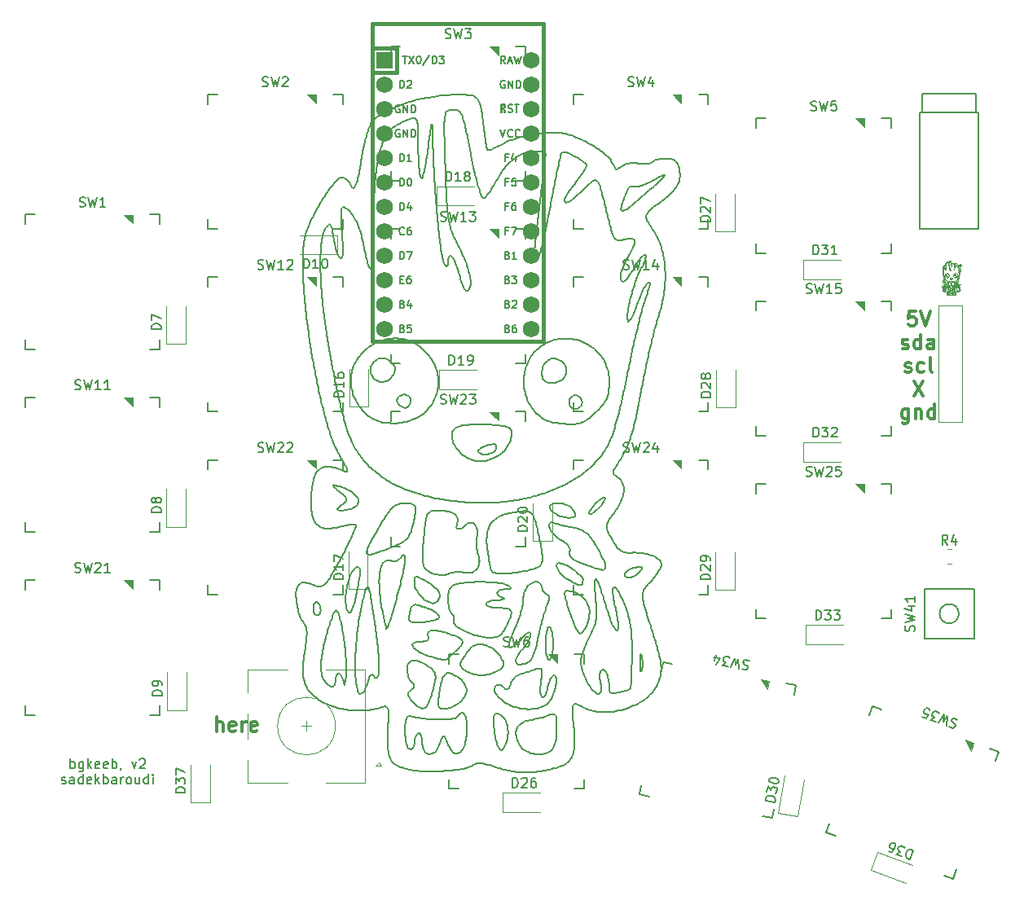
<source format=gbr>
%TF.GenerationSoftware,KiCad,Pcbnew,(6.0.5)*%
%TF.CreationDate,2022-11-22T22:37:01-08:00*%
%TF.ProjectId,bgkeeb,62676b65-6562-42e6-9b69-6361645f7063,rev?*%
%TF.SameCoordinates,Original*%
%TF.FileFunction,Legend,Top*%
%TF.FilePolarity,Positive*%
%FSLAX46Y46*%
G04 Gerber Fmt 4.6, Leading zero omitted, Abs format (unit mm)*
G04 Created by KiCad (PCBNEW (6.0.5)) date 2022-11-22 22:37:01*
%MOMM*%
%LPD*%
G01*
G04 APERTURE LIST*
%ADD10C,0.200000*%
%ADD11C,0.050000*%
%ADD12C,0.300000*%
%ADD13C,0.150000*%
%ADD14C,0.120000*%
%ADD15C,0.381000*%
%ADD16C,0.100000*%
%ADD17R,1.752600X1.752600*%
%ADD18C,1.752600*%
G04 APERTURE END LIST*
D10*
X118270093Y-90165684D02*
X118212485Y-90391350D01*
X118189524Y-90622123D01*
X118195896Y-90854732D01*
X118226287Y-91085907D01*
X118252394Y-91216104D01*
X84812594Y-58985464D02*
X84837903Y-59292771D01*
X84864969Y-59599925D01*
X84893748Y-59906924D01*
X84924195Y-60213764D01*
X84956265Y-60520445D01*
X84989913Y-60826964D01*
X85025096Y-61133318D01*
X85061769Y-61439506D01*
X85099886Y-61745525D01*
X85139404Y-62051374D01*
X85180279Y-62357050D01*
X85222465Y-62662551D01*
X85265918Y-62967875D01*
X85310593Y-63273020D01*
X85356447Y-63577984D01*
X85403434Y-63882764D01*
X85025934Y-83619224D02*
X84827572Y-83560526D01*
X84638457Y-83475294D01*
X84465027Y-83362833D01*
X84313722Y-83222448D01*
X84239674Y-83129424D01*
X89601134Y-85705684D02*
X89530410Y-85906895D01*
X89495339Y-86115937D01*
X89496554Y-86176924D01*
D11*
X150924343Y-58625602D02*
X150903515Y-58578421D01*
X150897749Y-58562206D01*
D10*
X88473014Y-47659604D02*
X88535188Y-47448144D01*
X88590183Y-47234731D01*
X88639696Y-47019861D01*
X88685422Y-46804027D01*
X88729059Y-46587723D01*
X88743434Y-46515604D01*
X118252394Y-91216104D02*
X118306908Y-91464167D01*
X118367969Y-91710569D01*
X118434426Y-91955583D01*
X118505129Y-92199484D01*
X118578927Y-92442545D01*
X118654671Y-92685039D01*
X118731210Y-92927241D01*
X118807394Y-93169424D01*
D11*
X150082260Y-55935696D02*
X150057010Y-55941764D01*
D10*
X86424274Y-98766304D02*
X86581354Y-98723604D01*
X113726134Y-99039424D02*
X113734527Y-98826030D01*
X113767564Y-98615417D01*
X113813633Y-98480884D01*
X112769674Y-77285264D02*
X112946200Y-77119049D01*
X113118797Y-76948666D01*
X113287248Y-76774142D01*
X113451336Y-76595505D01*
X113610846Y-76412782D01*
X113765561Y-76226001D01*
X113915265Y-76035191D01*
X114059742Y-75840378D01*
X114198775Y-75641591D01*
X114332149Y-75438858D01*
X114417814Y-75301524D01*
D11*
X150439697Y-58819602D02*
X150485791Y-58800904D01*
D10*
X86304674Y-92179024D02*
X86177833Y-92336273D01*
X86143234Y-92394844D01*
X118081774Y-98449644D02*
X118129160Y-98225463D01*
X118154284Y-97997977D01*
X118162879Y-97768665D01*
X118160675Y-97539005D01*
X118156774Y-97408184D01*
D11*
X150316822Y-57976268D02*
X150367392Y-57971886D01*
X150417671Y-57964921D01*
X150467468Y-57955122D01*
X150477353Y-57952800D01*
D10*
X108212174Y-103154224D02*
X107994926Y-103220577D01*
X107776278Y-103282183D01*
X107556433Y-103339566D01*
X107335594Y-103393251D01*
X107113963Y-103443763D01*
X106891744Y-103491625D01*
X106669140Y-103537364D01*
X106446354Y-103581504D01*
D11*
X150720478Y-56075218D02*
X150768111Y-56097335D01*
X150799853Y-56114260D01*
D10*
X85375734Y-77251305D02*
X85587689Y-77256919D01*
X85797713Y-77280097D01*
X86005707Y-77318050D01*
X86211571Y-77367990D01*
X86415204Y-77427128D01*
X86616507Y-77492675D01*
X86696354Y-77520064D01*
D11*
X149472822Y-57898945D02*
X149511226Y-57931257D01*
X149521718Y-57940622D01*
D10*
X93393634Y-69740264D02*
X93393634Y-69740264D01*
D11*
X150758676Y-58842810D02*
X150776926Y-58893061D01*
X150803671Y-58939274D01*
X150807978Y-58944977D01*
D10*
X118603854Y-50996104D02*
X118553678Y-51191417D01*
X118568248Y-51392125D01*
X118585094Y-51447764D01*
D11*
X149749541Y-56053355D02*
X149724631Y-56099138D01*
X149717551Y-56118319D01*
X150131301Y-59070268D02*
X150110239Y-59091289D01*
D10*
X86881974Y-50612344D02*
X86861018Y-50822220D01*
X86848222Y-51032599D01*
X86842221Y-51243305D01*
X86841651Y-51454168D01*
X86845147Y-51665015D01*
X86851344Y-51875672D01*
X86854274Y-51959844D01*
X92597594Y-63897144D02*
X92597594Y-63897144D01*
D11*
X150541874Y-58947966D02*
X150546292Y-58897527D01*
X150549062Y-58871143D01*
X150226603Y-58389435D02*
X150173755Y-58391242D01*
X150121312Y-58397661D01*
X150114385Y-58399029D01*
D10*
X116052594Y-56692144D02*
X116129173Y-56474462D01*
X116215321Y-56260592D01*
X116310109Y-56050411D01*
X116412604Y-55843794D01*
X116521877Y-55640620D01*
X116636997Y-55440764D01*
X116684474Y-55361724D01*
X86165514Y-79401924D02*
X86317124Y-79533271D01*
X86470944Y-79662203D01*
X86625767Y-79790085D01*
X86780388Y-79918287D01*
X86933600Y-80048177D01*
X87084197Y-80181123D01*
X87143434Y-80235464D01*
X85140934Y-89471504D02*
X85283375Y-89321232D01*
X85411955Y-89159637D01*
X85530297Y-88989902D01*
X85642025Y-88815207D01*
X85750765Y-88638733D01*
X85786974Y-88580064D01*
X109239474Y-103671725D02*
X109221778Y-103465386D01*
X109189876Y-103260787D01*
X109128634Y-103083604D01*
D11*
X149877999Y-57984977D02*
X149842968Y-57979935D01*
D10*
X106793434Y-96902144D02*
X106879673Y-96690487D01*
X106957510Y-96475744D01*
X107027788Y-96258368D01*
X107091351Y-96038810D01*
X107149043Y-95817525D01*
X107201707Y-95594964D01*
X107221554Y-95505684D01*
D11*
X150252520Y-57760852D02*
X150204155Y-57759383D01*
X150591312Y-58083174D02*
X150587832Y-58101341D01*
X150434874Y-58567956D02*
X150416369Y-58616053D01*
X150405030Y-58640550D01*
X151058728Y-58311310D02*
X151058728Y-58311310D01*
D10*
X106098214Y-95672564D02*
X105981820Y-95843662D01*
X105857530Y-96008915D01*
X105727202Y-96169590D01*
X105592695Y-96326957D01*
X105514674Y-96415884D01*
D11*
X150872364Y-58325945D02*
X150878655Y-58319435D01*
D10*
X117314474Y-54151524D02*
X117367836Y-53947604D01*
X117356354Y-53740264D01*
D11*
X151012593Y-56334316D02*
X150997468Y-56348550D01*
X150885832Y-57438487D02*
X150855801Y-57481551D01*
X150833947Y-57504435D01*
X151203739Y-56385270D02*
X151162075Y-56418049D01*
X151119905Y-56450195D01*
D10*
X95335314Y-86998804D02*
X95348877Y-87205098D01*
X95373879Y-87410411D01*
X95419274Y-87592145D01*
X88769274Y-88587964D02*
X88794404Y-88374813D01*
X88810111Y-88160912D01*
X88807696Y-87947101D01*
X88804274Y-87904424D01*
D11*
X150175562Y-59349987D02*
X150124858Y-59363019D01*
X150097655Y-59366935D01*
D10*
X86696354Y-77520064D02*
X86885700Y-77591360D01*
X87073780Y-77665044D01*
X87263114Y-77734089D01*
X87301354Y-77746724D01*
D11*
X149479958Y-58537799D02*
X149479822Y-58537799D01*
X150651499Y-56162669D02*
X150639135Y-56211520D01*
X150636551Y-56222861D01*
X151072385Y-58799258D02*
X151067614Y-58766779D01*
X150282864Y-58679591D02*
X150331280Y-58666112D01*
X150349968Y-59010435D02*
X150395727Y-59035128D01*
X150440145Y-59046935D01*
D10*
X108285514Y-90515464D02*
X108102836Y-90424486D01*
X107940934Y-90301304D01*
X99113634Y-38579764D02*
X99113634Y-38579764D01*
D11*
X150061956Y-58863331D02*
X150061956Y-58863331D01*
D10*
X102644674Y-74904424D02*
X102644674Y-74904424D01*
D11*
X150461385Y-58021383D02*
X150461385Y-58021383D01*
X150670905Y-58437674D02*
X150669301Y-58454227D01*
X149894592Y-58362216D02*
X149890312Y-58367800D01*
X149329551Y-58940518D02*
X149311293Y-58892207D01*
X149309468Y-58880372D01*
X151150114Y-58344195D02*
X151118817Y-58383437D01*
X151105541Y-58397914D01*
D10*
X96905094Y-38708264D02*
X97141219Y-38670351D01*
X97378527Y-38641701D01*
X97616702Y-38620483D01*
X97855432Y-38604865D01*
X98094399Y-38593013D01*
X98174054Y-38589584D01*
D11*
X149987176Y-58853112D02*
X149957958Y-58826654D01*
X150486864Y-59107924D02*
X150439315Y-59126851D01*
X150433541Y-59131445D01*
D10*
X107624274Y-54612964D02*
X107565910Y-54828368D01*
X107506380Y-55043674D01*
X107441406Y-55257283D01*
X107366709Y-55467598D01*
X107318014Y-55585684D01*
D11*
X149501510Y-56705279D02*
X149491562Y-56690643D01*
X150717666Y-57569081D02*
X150667135Y-57568413D01*
X150640749Y-57565779D01*
X151091041Y-56846664D02*
X151067156Y-56891997D01*
X151065020Y-56896862D01*
D10*
X98313214Y-88268605D02*
X98526154Y-88219564D01*
X98742386Y-88189101D01*
X98960501Y-88176062D01*
X99179092Y-88179295D01*
X99396751Y-88197646D01*
X99468854Y-88206924D01*
D11*
X149717551Y-56118319D02*
X149703176Y-56170131D01*
X149693158Y-56223003D01*
X149689572Y-56247579D01*
X150058791Y-56746185D02*
X150052676Y-56747841D01*
D10*
X93777394Y-84627764D02*
X93907309Y-84432592D01*
X94014120Y-84224766D01*
X94102316Y-84007634D01*
X94176386Y-83784542D01*
X94240821Y-83558839D01*
X94260934Y-83483604D01*
X120506354Y-46930544D02*
X120473434Y-46882344D01*
D11*
X150561593Y-58443914D02*
X150549145Y-58415008D01*
X150697010Y-58315372D02*
X150651253Y-58293518D01*
X150649676Y-58293060D01*
D10*
X107762594Y-101228384D02*
X107674274Y-101132964D01*
D11*
X150766791Y-56256546D02*
X150781614Y-56230311D01*
D10*
X82898434Y-99030464D02*
X82872997Y-98785480D01*
X82859448Y-98539906D01*
X82856530Y-98293994D01*
X82862986Y-98047996D01*
X82877558Y-97802164D01*
X82898988Y-97556750D01*
X82926019Y-97312006D01*
X82957394Y-97068184D01*
X87083634Y-72073804D02*
X87156738Y-72339715D01*
X87232206Y-72605138D01*
X87310492Y-72869826D01*
X87392049Y-73133530D01*
X87477331Y-73396003D01*
X87566789Y-73657000D01*
X87660878Y-73916271D01*
X87760051Y-74173571D01*
X87864761Y-74428652D01*
X87975461Y-74681266D01*
X88052814Y-74848184D01*
X103176554Y-106387964D02*
X103284592Y-106561215D01*
X103421134Y-106675464D01*
D11*
X150385176Y-58730320D02*
X150396551Y-58727560D01*
X150586364Y-58622789D02*
X150586364Y-58622789D01*
X150130718Y-59269581D02*
X150152148Y-59224288D01*
X150152978Y-59221039D01*
X149376530Y-58085320D02*
X149356508Y-58038039D01*
X149354489Y-58026289D01*
D10*
X118030934Y-98519224D02*
X118081774Y-98449644D01*
D11*
X150106978Y-58094820D02*
X150113312Y-58063810D01*
D10*
X107318014Y-55585684D02*
X107219894Y-55688184D01*
D11*
X149984009Y-58642070D02*
X149962010Y-58648404D01*
X151164572Y-56191315D02*
X151214721Y-56190155D01*
X151221812Y-56191360D01*
D10*
X113832394Y-99943384D02*
X113794460Y-99718592D01*
X113757859Y-99493444D01*
X113731959Y-99267275D01*
X113726134Y-99039424D01*
D11*
X149977812Y-57234227D02*
X150000131Y-57281012D01*
X150011022Y-57331666D01*
X150011675Y-57355633D01*
X150893739Y-58887018D02*
X150899992Y-58938087D01*
X150900072Y-58943425D01*
X150247791Y-56394997D02*
X150244135Y-56393034D01*
X150479145Y-56069061D02*
X150528637Y-56061058D01*
X150572749Y-56057193D01*
D10*
X108815514Y-99014424D02*
X108679576Y-99176111D01*
X108577368Y-99361809D01*
X108519274Y-99490064D01*
D11*
X149275208Y-58497820D02*
X149272533Y-58446793D01*
X149274530Y-58429862D01*
X149808572Y-59349758D02*
X149771093Y-59322945D01*
X150958478Y-57752737D02*
X150931182Y-57795102D01*
X150927291Y-57801143D01*
X150147937Y-56867279D02*
X150135093Y-56838768D01*
X150765187Y-56205325D02*
X150721740Y-56177918D01*
X150706468Y-56170166D01*
D10*
X97192394Y-102383184D02*
X97407719Y-102426419D01*
X97626615Y-102418373D01*
X97843349Y-102375973D01*
X97960714Y-102343804D01*
X95847594Y-94738184D02*
X95904983Y-94940531D01*
X95915514Y-95122765D01*
D11*
X150261135Y-58509643D02*
X150260426Y-58502102D01*
D10*
X88299894Y-83285684D02*
X88098461Y-83256030D01*
X87895286Y-83259069D01*
X87692070Y-83281870D01*
X87490514Y-83311504D01*
D11*
X149857478Y-58986341D02*
X149887239Y-59021320D01*
X151063239Y-58853018D02*
X151066093Y-58854810D01*
D10*
X108401354Y-51100464D02*
X108357846Y-51320997D01*
X108313925Y-51541486D01*
X108269536Y-51761912D01*
X108224621Y-51982255D01*
X108179126Y-52202497D01*
X108132993Y-52422618D01*
X108086167Y-52642599D01*
X108038591Y-52862421D01*
X107990210Y-53082065D01*
X107940967Y-53301511D01*
X107890806Y-53520740D01*
X107839672Y-53739733D01*
X107787508Y-53958471D01*
X107734257Y-54176935D01*
X107679864Y-54395106D01*
X107624274Y-54612964D01*
D11*
X150348895Y-58472247D02*
X150321280Y-58456987D01*
X149877593Y-58103029D02*
X149889046Y-58052292D01*
X149892853Y-58028966D01*
X150626520Y-59112435D02*
X150620978Y-59083029D01*
D10*
X96014474Y-43032684D02*
X95987744Y-43239704D01*
X95961327Y-43446795D01*
X95935029Y-43653922D01*
X95908657Y-43861052D01*
X95882015Y-44068150D01*
X95854911Y-44275183D01*
X95827150Y-44482116D01*
X95798539Y-44688916D01*
X95768882Y-44895548D01*
X95737986Y-45101979D01*
X95705658Y-45308174D01*
X95671703Y-45514099D01*
X95635927Y-45719720D01*
X95598136Y-45925004D01*
X95558136Y-46129917D01*
X95515734Y-46334424D01*
D11*
X150781614Y-56230311D02*
X150780583Y-56220138D01*
D10*
X95136354Y-91731924D02*
X94934429Y-91668687D01*
X94728985Y-91616580D01*
X94538434Y-91589844D01*
D11*
X150703749Y-59302956D02*
X150667234Y-59338429D01*
X150654270Y-59344716D01*
X149518728Y-57532539D02*
X149532769Y-57581136D01*
X149549213Y-57628962D01*
X149567187Y-57671258D01*
D10*
X113247814Y-88927964D02*
X113208891Y-89139380D01*
X113200096Y-89354897D01*
X113198854Y-89550885D01*
X108164054Y-42566864D02*
X108405215Y-42552529D01*
X108646733Y-42541394D01*
X108888420Y-42534826D01*
X109130085Y-42534194D01*
X109371538Y-42540866D01*
X109612588Y-42556211D01*
X109708854Y-42565084D01*
D11*
X150649676Y-58293060D02*
X150635218Y-58291414D01*
X149646916Y-58902727D02*
X149658562Y-58873237D01*
D10*
X101758634Y-49286384D02*
X101664893Y-49322964D01*
D11*
X150676489Y-57124685D02*
X150726920Y-57131140D01*
X150774824Y-57148202D01*
X150814270Y-57172341D01*
D10*
X96248214Y-70765684D02*
X96097953Y-70976133D01*
X95934809Y-71176496D01*
X95759588Y-71366288D01*
X95573097Y-71545027D01*
X95376143Y-71712228D01*
X95169531Y-71867406D01*
X94954069Y-72010077D01*
X94730563Y-72139759D01*
X94499819Y-72255965D01*
X94262644Y-72358212D01*
X94101354Y-72418384D01*
X117356354Y-53740264D02*
X117244894Y-53610884D01*
X103045514Y-80948384D02*
X103248083Y-80934750D01*
X103450540Y-80919211D01*
X103652854Y-80901726D01*
X103854995Y-80882254D01*
X104056932Y-80860756D01*
X104258635Y-80837192D01*
X104460074Y-80811520D01*
X104661218Y-80783701D01*
X104862038Y-80753695D01*
X105062502Y-80721461D01*
X105262581Y-80686959D01*
X105462244Y-80650149D01*
X105661461Y-80610991D01*
X105860202Y-80569444D01*
X106058436Y-80525468D01*
X106256134Y-80479024D01*
X88111774Y-87967764D02*
X87983183Y-88145705D01*
X87877249Y-88337090D01*
X87788399Y-88537653D01*
X87711062Y-88743126D01*
X87669894Y-88861104D01*
D11*
X150621697Y-58085404D02*
X150598499Y-58080185D01*
D10*
X98256974Y-89755264D02*
X98133060Y-89928354D01*
X98052627Y-90125210D01*
X98013434Y-90314844D01*
D11*
X151221812Y-56191360D02*
X151250187Y-56209296D01*
D10*
X96226974Y-41628104D02*
X96182213Y-41845508D01*
X96144648Y-42064154D01*
X96112292Y-42283715D01*
X96083157Y-42503866D01*
X96055253Y-42724281D01*
X96026594Y-42944633D01*
X96014474Y-43032684D01*
X113388014Y-71511724D02*
X113211780Y-71684259D01*
X113031937Y-71853866D01*
X112847073Y-72017984D01*
X112655777Y-72174053D01*
X112456636Y-72319514D01*
X112248240Y-72451807D01*
X112161974Y-72500464D01*
X91005714Y-65975464D02*
X91005714Y-65975464D01*
X88096554Y-48257484D02*
X88191134Y-48216424D01*
D11*
X150336447Y-58396841D02*
X150285290Y-58391277D01*
X150261937Y-58390018D01*
D10*
X106291974Y-42804244D02*
X106523600Y-42759341D01*
X106756079Y-42718958D01*
X106989325Y-42683010D01*
X107223251Y-42651414D01*
X107457773Y-42624085D01*
X107692804Y-42600939D01*
X107928259Y-42581893D01*
X108164054Y-42566864D01*
X90865514Y-88190884D02*
X90835795Y-88408822D01*
X90814922Y-88627514D01*
X90801955Y-88846779D01*
X90795954Y-89066431D01*
X90795979Y-89286289D01*
X90801090Y-89506169D01*
X90810349Y-89725888D01*
X90822814Y-89945264D01*
X118818014Y-58136104D02*
X118636302Y-58234457D01*
X118529894Y-58356304D01*
D11*
X149692645Y-58888716D02*
X149701395Y-58867706D01*
D10*
X108847594Y-96151724D02*
X108860165Y-95928937D01*
X108866021Y-95705839D01*
X108865126Y-95482634D01*
X108857446Y-95259526D01*
X108842949Y-95036719D01*
X108821599Y-94814417D01*
X108811134Y-94725684D01*
X108493434Y-93882344D02*
X108436354Y-93878804D01*
X94740094Y-39084844D02*
X94964160Y-39044387D01*
X95188622Y-39005515D01*
X95413355Y-38967715D01*
X95638236Y-38930477D01*
X95863141Y-38893291D01*
X96087947Y-38855645D01*
X96177814Y-38840344D01*
D11*
X150290312Y-57718779D02*
X150306197Y-57706060D01*
X149718843Y-59040466D02*
X149676416Y-59052247D01*
X149725176Y-58290747D02*
X149707822Y-58338393D01*
D10*
X90561974Y-99197345D02*
X90679436Y-99033270D01*
X90729237Y-98834365D01*
X90736974Y-98777144D01*
D11*
X149644603Y-58214133D02*
X149639374Y-58237695D01*
X149488395Y-58007904D02*
X149486333Y-58012591D01*
X150462541Y-57288352D02*
X150482100Y-57238767D01*
X150512739Y-57195143D01*
X150065218Y-58444591D02*
X150063697Y-58496122D01*
X150066197Y-58516195D01*
X150373572Y-59179268D02*
X150367979Y-59128092D01*
X150361843Y-59111987D01*
D10*
X115519054Y-92732144D02*
X115555732Y-92947889D01*
X115589052Y-93164353D01*
X115616795Y-93381551D01*
X115636745Y-93599502D01*
X115646687Y-93818223D01*
X115647394Y-93891304D01*
X95745934Y-87975064D02*
X95931434Y-88103457D01*
X96128144Y-88213176D01*
X96333911Y-88305144D01*
X96546585Y-88380283D01*
X96764013Y-88439515D01*
X96837174Y-88455884D01*
X115128014Y-89791924D02*
X115069929Y-90003033D01*
X115064116Y-90203059D01*
X115077594Y-90403055D01*
X115079054Y-90422764D01*
D11*
X149966477Y-59006862D02*
X149981964Y-58958525D01*
X149989593Y-58929008D01*
D10*
X89684894Y-89738384D02*
X89610934Y-89648184D01*
X101552594Y-72844004D02*
X101766699Y-72848517D01*
X101980878Y-72854385D01*
X102195048Y-72862061D01*
X102409127Y-72872001D01*
X102623035Y-72884657D01*
X102836691Y-72900486D01*
X103050012Y-72919940D01*
X103262917Y-72943476D01*
X103475325Y-72971547D01*
X103687155Y-73004607D01*
X103828014Y-73029644D01*
X111091134Y-106172964D02*
X111075801Y-106383631D01*
X111052390Y-106594560D01*
X111018165Y-106804031D01*
X110970388Y-107010321D01*
X110906322Y-107211710D01*
X110823230Y-107406477D01*
X110784054Y-107482144D01*
D11*
X149878582Y-58708372D02*
X149875405Y-58715331D01*
D10*
X87243434Y-77031924D02*
X87137676Y-76839746D01*
X87028045Y-76649936D01*
X86916038Y-76461623D01*
X86803152Y-76273941D01*
X86690883Y-76086022D01*
X86580728Y-75896997D01*
X86537594Y-75820884D01*
D11*
X150620978Y-59083029D02*
X150613353Y-59076477D01*
D10*
X103199894Y-98406724D02*
X103362107Y-98288502D01*
X103516642Y-98160586D01*
X103642394Y-98029224D01*
X99569674Y-80914644D02*
X99786436Y-80931093D01*
X100003345Y-80945674D01*
X100220385Y-80958376D01*
X100437536Y-80969190D01*
X100654780Y-80978108D01*
X100872100Y-80985120D01*
X101089478Y-80990216D01*
X101306896Y-80993389D01*
X101524335Y-80994627D01*
X101741779Y-80993923D01*
X101959208Y-80991267D01*
X102176605Y-80986649D01*
X102393952Y-80980061D01*
X102611231Y-80971494D01*
X102828424Y-80960938D01*
X103045514Y-80948384D01*
D11*
X150120228Y-55857837D02*
X150171204Y-55859575D01*
X150187957Y-55862478D01*
X149676947Y-56430469D02*
X149676473Y-56484267D01*
X149677101Y-56538068D01*
X149677666Y-56562893D01*
X149433333Y-57791414D02*
X149483279Y-57799583D01*
X149499364Y-57804852D01*
D10*
X116090093Y-45964984D02*
X116286250Y-45847870D01*
X116497771Y-45763850D01*
X116719497Y-45708108D01*
X116946269Y-45675829D01*
X117076134Y-45666064D01*
X113518234Y-47632824D02*
X113367233Y-47489415D01*
X113246134Y-47458824D01*
X86969474Y-50327764D02*
X86898536Y-50520024D01*
X86881974Y-50612344D01*
D11*
X150116166Y-59020518D02*
X150150607Y-58983363D01*
X150152843Y-58978539D01*
X150405614Y-56190021D02*
X150367701Y-56224907D01*
X150336525Y-56265996D01*
X150324228Y-56286396D01*
X149591103Y-58312789D02*
X149570135Y-58327237D01*
D10*
X116304274Y-91611305D02*
X116217740Y-91401615D01*
X116129099Y-91192767D01*
X116037553Y-90985203D01*
X115942307Y-90779368D01*
X115842564Y-90575703D01*
X115737528Y-90374653D01*
X115693854Y-90295064D01*
X115716134Y-85822564D02*
X115876108Y-85959873D01*
X116056710Y-86067934D01*
X116254045Y-86140239D01*
X116369474Y-86162564D01*
D11*
X149898207Y-58701320D02*
X149878582Y-58708372D01*
X150590447Y-58795914D02*
X150599249Y-58782039D01*
D10*
X92182594Y-87073604D02*
X91975829Y-87019048D01*
X91767373Y-86973985D01*
X91624894Y-86976304D01*
X108217594Y-94325065D02*
X108168502Y-94564742D01*
X108132965Y-94806467D01*
X108109247Y-95049690D01*
X108095611Y-95293862D01*
X108090321Y-95538435D01*
X108091643Y-95782858D01*
X108093634Y-95880464D01*
X97524474Y-105261104D02*
X97605514Y-105371725D01*
D11*
X149529666Y-58476622D02*
X149535121Y-58527244D01*
X149539478Y-58540872D01*
D10*
X96389274Y-94264424D02*
X96185671Y-94285510D01*
X95996050Y-94355112D01*
X95949274Y-94391104D01*
D11*
X149587395Y-58678570D02*
X149583199Y-58732103D01*
X149580757Y-58785740D01*
X149580197Y-58834549D01*
D10*
X102942814Y-76192964D02*
X102729063Y-76297127D01*
X102512149Y-76395548D01*
X102291543Y-76484950D01*
X102066717Y-76562054D01*
X101837144Y-76623582D01*
X101759474Y-76640064D01*
X102031774Y-44289145D02*
X102231013Y-44311787D01*
X102428065Y-44267873D01*
X102514474Y-44232904D01*
X103804894Y-90922564D02*
X103686974Y-90867964D01*
X118065714Y-87677764D02*
X117883633Y-87649224D01*
X84857174Y-70787964D02*
X84788114Y-70500858D01*
X84720447Y-70213449D01*
X84654143Y-69925745D01*
X84589174Y-69637754D01*
X84525511Y-69349485D01*
X84463126Y-69060948D01*
X84401990Y-68772151D01*
X84342074Y-68483104D01*
X84283349Y-68193814D01*
X84225787Y-67904292D01*
X84169360Y-67614545D01*
X84114038Y-67324584D01*
X84059793Y-67034416D01*
X84006596Y-66744050D01*
X83954419Y-66453497D01*
X83903234Y-66162764D01*
D11*
X150598499Y-58080185D02*
X150598499Y-58080185D01*
X150585020Y-58795466D02*
X150590447Y-58795914D01*
X150525541Y-56713258D02*
X150519249Y-56711654D01*
D10*
X89132594Y-53938384D02*
X89078139Y-53693481D01*
X89018936Y-53449427D01*
X88954608Y-53206553D01*
X88884779Y-52965190D01*
X88809074Y-52725671D01*
X88727117Y-52488327D01*
X88638531Y-52253490D01*
X88542942Y-52021490D01*
X88439972Y-51792661D01*
X88329246Y-51567333D01*
X88250934Y-51419224D01*
X89542174Y-55854224D02*
X89479989Y-55617333D01*
X89422692Y-55379298D01*
X89369408Y-55140319D01*
X89319264Y-54900601D01*
X89271384Y-54660346D01*
X89224895Y-54419756D01*
X89178923Y-54179034D01*
X89132594Y-53938384D01*
D11*
X150607957Y-58974029D02*
X150622479Y-58923915D01*
X150624864Y-58900279D01*
X150124072Y-58631310D02*
X150168936Y-58653766D01*
X150201301Y-58665227D01*
D10*
X119426554Y-100342344D02*
X119307997Y-100511176D01*
X119181072Y-100673369D01*
X119046298Y-100828907D01*
X118904193Y-100977773D01*
X118755276Y-101119954D01*
X118600067Y-101255433D01*
X118439085Y-101384195D01*
X118272849Y-101506224D01*
X118101878Y-101621505D01*
X117926691Y-101730023D01*
X117807814Y-101798604D01*
D11*
X150086228Y-59101008D02*
X150034844Y-59104797D01*
X150017654Y-59104799D01*
D10*
X90736974Y-98777144D02*
X90762626Y-98537857D01*
X90776568Y-98297877D01*
X90780937Y-98057430D01*
X90777876Y-97816738D01*
X90769523Y-97576026D01*
X90758018Y-97335519D01*
X90753014Y-97239424D01*
X85697814Y-102086924D02*
X85482661Y-102000364D01*
X85272826Y-101902281D01*
X85068178Y-101793895D01*
X84868584Y-101676422D01*
X84673913Y-101551082D01*
X84610094Y-101507764D01*
D11*
X150913364Y-56570612D02*
X150900582Y-56522234D01*
X150891280Y-56484414D01*
D10*
X118014054Y-61310064D02*
X118074117Y-61082184D01*
X118135413Y-60854632D01*
X118198901Y-60627728D01*
X118265539Y-60401797D01*
X118336284Y-60177161D01*
X118412096Y-59954145D01*
X118444054Y-59865464D01*
D11*
X150803030Y-57793112D02*
X150839797Y-57755601D01*
X150872198Y-57714263D01*
X150885437Y-57693925D01*
D10*
X93733634Y-103223804D02*
X93617847Y-103409426D01*
X93554752Y-103619451D01*
X93523669Y-103838119D01*
X93519474Y-103881504D01*
X89880314Y-98887765D02*
X89984674Y-98802144D01*
X106475734Y-81955884D02*
X106281501Y-81883068D01*
X106075414Y-81853554D01*
X105936774Y-81850684D01*
D11*
X150975614Y-57912195D02*
X150965342Y-57961579D01*
X150952760Y-57989258D01*
D10*
X90617394Y-40874044D02*
X90829258Y-40729278D01*
X91045467Y-40591473D01*
X91265706Y-40460392D01*
X91489661Y-40335795D01*
X91717019Y-40217444D01*
X91947464Y-40105102D01*
X92180683Y-39998530D01*
X92416361Y-39897490D01*
X92654185Y-39801744D01*
X92893841Y-39711053D01*
X93054474Y-39653284D01*
D11*
X150933405Y-56243741D02*
X150938530Y-56244499D01*
D10*
X88743434Y-46515604D02*
X88784685Y-46290003D01*
X88823978Y-46064033D01*
X88861895Y-45837796D01*
X88899017Y-45611394D01*
X88935924Y-45384927D01*
X88973197Y-45158497D01*
X89011417Y-44932207D01*
X89051166Y-44706156D01*
X89093024Y-44480448D01*
X89137573Y-44255183D01*
X89169054Y-44105304D01*
D11*
X150089176Y-56586768D02*
X150110783Y-56632729D01*
X150133249Y-56678274D01*
X150142853Y-56699654D01*
X149441947Y-56533497D02*
X149423645Y-56556383D01*
X150584176Y-58492018D02*
X150585957Y-58462206D01*
D10*
X115195933Y-93935064D02*
X115095042Y-93744914D01*
X115003046Y-93550613D01*
X114918371Y-93352981D01*
X114839443Y-93152836D01*
X114764690Y-92950998D01*
X114692538Y-92748288D01*
X114664054Y-92667144D01*
X93281974Y-86381104D02*
X93132561Y-86520439D01*
X93013680Y-86687777D01*
X92901974Y-86836304D01*
D11*
X150467010Y-58660675D02*
X150482395Y-58651081D01*
X149661333Y-56005345D02*
X149695416Y-55972551D01*
X150807978Y-58944977D02*
X150837603Y-58970685D01*
D10*
X93255314Y-81019024D02*
X93023988Y-81039144D01*
X92798887Y-81095063D01*
X92585638Y-81185432D01*
X92389869Y-81308904D01*
X92288014Y-81393804D01*
X106168633Y-89768604D02*
X106047344Y-89964892D01*
X105948009Y-90172371D01*
X105869882Y-90388769D01*
X105812214Y-90611817D01*
X105774258Y-90839246D01*
X105755267Y-91068785D01*
X105752813Y-91160684D01*
D11*
X150577968Y-58783195D02*
X150585020Y-58795466D01*
X149905301Y-56022122D02*
X149899687Y-55990934D01*
D10*
X104014474Y-89965884D02*
X104224711Y-89957399D01*
X104429474Y-89916724D01*
D11*
X149453947Y-57630529D02*
X149437701Y-57580312D01*
X149423166Y-57529577D01*
X149409931Y-57478491D01*
X149407405Y-57468247D01*
X150610583Y-57228518D02*
X150610583Y-57228518D01*
X150654270Y-59344716D02*
X150604594Y-59360869D01*
X150569624Y-59368497D01*
X149898748Y-58600841D02*
X149948664Y-58597094D01*
X149953800Y-58596424D01*
D10*
X86203854Y-54245264D02*
X86152587Y-54016986D01*
X86108036Y-53787457D01*
X86068252Y-53557009D01*
X86031286Y-53325976D01*
X85995187Y-53094691D01*
X85958006Y-52863488D01*
X85942394Y-52771104D01*
D11*
X150798832Y-59055143D02*
X150754885Y-59036404D01*
X149771093Y-59322945D02*
X149753739Y-59279622D01*
X149516187Y-56678237D02*
X149512437Y-56702997D01*
X150568333Y-56166507D02*
X150561103Y-56157584D01*
X149902801Y-59181195D02*
X149912352Y-59176685D01*
D10*
X116725513Y-60590064D02*
X116771918Y-60364465D01*
X116821308Y-60139450D01*
X116873591Y-59915041D01*
X116928675Y-59691261D01*
X116986470Y-59468133D01*
X117046882Y-59245680D01*
X117109822Y-59023923D01*
X117175196Y-58802886D01*
X117242913Y-58582591D01*
X117312882Y-58363061D01*
X117360734Y-58217144D01*
D11*
X149626885Y-57762102D02*
X149662396Y-57797550D01*
X149701056Y-57829586D01*
X149727905Y-57849560D01*
D10*
X93474894Y-86599024D02*
X93414054Y-86404424D01*
D11*
X150242176Y-57571049D02*
X150295698Y-57573081D01*
X150348904Y-57579079D01*
X150355947Y-57580331D01*
D10*
X108349674Y-72497764D02*
X108124819Y-72403592D01*
X107908825Y-72291244D01*
X107701942Y-72162566D01*
X107504423Y-72019404D01*
X107316521Y-71863603D01*
X107138487Y-71697010D01*
X107070094Y-71627764D01*
X82869894Y-89289424D02*
X83085244Y-89293593D01*
X83297571Y-89329166D01*
X83506894Y-89384348D01*
X83713234Y-89447344D01*
X118807394Y-93169424D02*
X118872152Y-93372671D01*
X118937199Y-93575871D01*
X119002401Y-93779059D01*
X119067626Y-93982269D01*
X119132742Y-94185537D01*
X119197617Y-94388899D01*
X119262119Y-94592390D01*
X119326116Y-94796046D01*
X119389476Y-94999902D01*
X119452066Y-95203992D01*
X119513755Y-95408354D01*
X119574410Y-95613022D01*
X119633900Y-95818031D01*
X119692092Y-96023418D01*
X119748853Y-96229217D01*
X119804054Y-96435464D01*
X87143434Y-80235464D02*
X87287247Y-80381172D01*
X87394187Y-80552591D01*
X87402174Y-80579024D01*
X120064674Y-87107565D02*
X120143354Y-87296744D01*
X120137810Y-87499675D01*
X120128854Y-87526104D01*
D11*
X150549145Y-58415008D02*
X150533395Y-58390779D01*
D10*
X94260934Y-83483604D02*
X94317079Y-83254130D01*
X94371702Y-83024052D01*
X94423704Y-82793283D01*
X94471989Y-82561737D01*
X94515457Y-82329329D01*
X94553013Y-82095972D01*
X94566134Y-82002345D01*
D11*
X150513010Y-56656102D02*
X150517295Y-56605106D01*
X150522869Y-56554220D01*
X150524520Y-56539695D01*
X151087780Y-57286602D02*
X151077363Y-57338535D01*
X151067478Y-57390570D01*
X150719010Y-57420414D02*
X150719010Y-57420414D01*
X149586457Y-58928070D02*
X149595791Y-58962289D01*
X149975894Y-56010254D02*
X149967865Y-56060654D01*
X149965270Y-56080483D01*
X150310082Y-57676393D02*
X150296780Y-57674070D01*
D10*
X94814274Y-103322764D02*
X94614743Y-103286873D01*
X94416171Y-103247036D01*
X94218105Y-103204698D01*
X94020094Y-103161304D01*
D11*
X150155968Y-58938466D02*
X150128148Y-58896092D01*
X150120770Y-58890102D01*
D10*
X116960934Y-48109344D02*
X116791009Y-48229604D01*
X116658434Y-48394024D01*
X95289054Y-106196304D02*
X95334953Y-106392706D01*
X95400751Y-106584401D01*
X95492991Y-106763402D01*
X95618214Y-106921724D01*
D11*
X149424270Y-58909060D02*
X149454614Y-58932404D01*
D10*
X112835514Y-84687564D02*
X112708278Y-84526666D01*
X112572069Y-84372129D01*
X112426269Y-84226619D01*
X112270262Y-84092797D01*
X112103431Y-83973330D01*
X111925162Y-83870881D01*
X111850514Y-83835264D01*
X118950094Y-58211924D02*
X118904674Y-58141304D01*
X94815094Y-41865464D02*
X94796405Y-41647153D01*
X94762566Y-41430940D01*
X94702814Y-41241704D01*
D11*
X150135895Y-57726945D02*
X150101056Y-57688648D01*
X150085832Y-57656622D01*
D10*
X100220314Y-108422765D02*
X100031969Y-108490283D01*
X99792696Y-108560978D01*
X99550006Y-108618880D01*
X99304815Y-108666599D01*
X99107475Y-108699194D01*
X98909588Y-108728276D01*
X98662174Y-108761724D01*
X110887594Y-102412564D02*
X110887360Y-102638655D01*
X110895275Y-102864433D01*
X110909328Y-103089949D01*
X110927507Y-103315258D01*
X110947800Y-103540411D01*
X110968197Y-103765461D01*
X110975934Y-103855464D01*
X83967594Y-51126504D02*
X84087692Y-50894924D01*
X84210470Y-50664741D01*
X84335911Y-50436005D01*
X84464004Y-50208769D01*
X84594732Y-49983082D01*
X84728082Y-49758999D01*
X84864041Y-49536568D01*
X85002594Y-49315844D01*
X108101554Y-108792964D02*
X107837399Y-108842028D01*
X107572045Y-108886012D01*
X107305664Y-108924436D01*
X107038430Y-108956823D01*
X106770515Y-108982695D01*
X106502092Y-109001574D01*
X106233334Y-109012984D01*
X105964414Y-109016445D01*
X105695504Y-109011480D01*
X105426777Y-108997612D01*
X105247814Y-108983184D01*
D11*
X150090739Y-58588841D02*
X150092478Y-58602539D01*
X150324895Y-58435664D02*
X150365270Y-58427143D01*
D10*
X87987594Y-48217324D02*
X88096554Y-48257484D01*
X86739274Y-55528604D02*
X86609351Y-55363248D01*
X86540314Y-55235884D01*
D11*
X150728062Y-56310803D02*
X150757511Y-56270376D01*
X150766791Y-56256546D01*
X150979760Y-58509414D02*
X150958698Y-58461692D01*
X150949239Y-58443602D01*
X149839853Y-57484529D02*
X149858010Y-57474716D01*
D10*
X93914674Y-93154224D02*
X94018367Y-93331589D01*
X94031554Y-93338184D01*
D11*
X150488957Y-58655987D02*
X150488332Y-58673831D01*
X150519249Y-56711654D02*
X150513499Y-56699112D01*
X150437197Y-59242716D02*
X150477936Y-59274681D01*
X150491812Y-59279487D01*
D10*
X110106774Y-49730784D02*
X110062174Y-49642444D01*
X114950514Y-74196724D02*
X115036068Y-73943701D01*
X115118226Y-73689657D01*
X115197315Y-73434689D01*
X115273662Y-73178897D01*
X115347596Y-72922379D01*
X115419444Y-72665234D01*
X115489533Y-72407561D01*
X115558191Y-72149460D01*
X115625745Y-71891028D01*
X115692524Y-71632365D01*
X115736774Y-71459844D01*
X84719894Y-92173604D02*
X84701740Y-91956080D01*
X84641299Y-91745952D01*
X84540687Y-91551895D01*
X84468214Y-91454225D01*
X97983013Y-106207764D02*
X98082716Y-106408228D01*
X98198903Y-106600394D01*
X98336106Y-106776974D01*
X98498853Y-106930684D01*
X87682394Y-47700664D02*
X87768173Y-47890360D01*
X87865491Y-48074303D01*
X87987594Y-48217324D01*
D11*
X151054937Y-59018779D02*
X151007563Y-59041132D01*
X150957460Y-59056444D01*
X150910468Y-59064206D01*
X149548666Y-56313882D02*
X149563926Y-56339715D01*
X149749364Y-59046581D02*
X149743655Y-59038279D01*
X149600603Y-58314216D02*
X149591551Y-58312695D01*
X150814270Y-57172341D02*
X150851122Y-57208422D01*
X150878778Y-57251917D01*
X150881645Y-57258185D01*
X149875405Y-58715331D02*
X149889509Y-58737018D01*
X150321280Y-58456987D02*
X150317666Y-58445747D01*
D10*
X87324674Y-80841305D02*
X87183580Y-80984034D01*
X87027604Y-81111580D01*
X86982814Y-81147564D01*
X104334054Y-95975885D02*
X104412594Y-96029424D01*
X88446354Y-81285684D02*
X88572148Y-81113777D01*
X88632022Y-80910825D01*
X88632814Y-80849424D01*
X103470314Y-103106924D02*
X103296311Y-102995375D01*
X103105773Y-102917799D01*
X103011554Y-102902564D01*
D11*
X150799499Y-58308674D02*
X150848011Y-58323888D01*
X150855093Y-58325549D01*
X150563739Y-57257341D02*
X150549984Y-57305893D01*
X150551864Y-57322789D01*
D10*
X88078634Y-91849644D02*
X88144519Y-91644661D01*
X88204738Y-91438154D01*
X88260089Y-91230353D01*
X88311371Y-91021491D01*
X88359382Y-90811799D01*
X88404920Y-90601509D01*
X88448784Y-90390854D01*
X88491774Y-90180064D01*
D11*
X150891280Y-56484414D02*
X150878605Y-56432389D01*
X150865412Y-56380494D01*
X150858843Y-56356670D01*
X149471708Y-58548591D02*
X149453718Y-58591518D01*
X149960322Y-58684987D02*
X149948541Y-58696549D01*
X150024166Y-59048008D02*
X150062582Y-59046039D01*
X150990603Y-57329799D02*
X151000817Y-57279493D01*
X151011175Y-57229205D01*
X151018312Y-57195716D01*
D10*
X114483014Y-83169644D02*
X114433632Y-83363736D01*
X114429636Y-83563716D01*
X114470514Y-83741524D01*
X120783854Y-49128424D02*
X120580856Y-49299108D01*
X120373482Y-49464199D01*
X120162978Y-49625297D01*
X119950591Y-49784004D01*
X119737570Y-49941918D01*
X119525161Y-50100643D01*
X119314613Y-50261778D01*
X119107174Y-50426924D01*
D11*
X149981332Y-56040147D02*
X149979551Y-56009807D01*
X149491426Y-57719893D02*
X149469885Y-57673106D01*
X149453947Y-57630529D01*
D10*
X118074674Y-87886725D02*
X118117593Y-87754644D01*
X96389274Y-94264424D02*
X96389274Y-94264424D01*
D11*
X151000822Y-56958352D02*
X151012891Y-56905970D01*
X151027845Y-56854315D01*
X151032583Y-56839706D01*
X150037593Y-56724508D02*
X150028227Y-56677341D01*
D10*
X106963854Y-65325884D02*
X107134577Y-65144724D01*
X107315721Y-64973894D01*
X107506671Y-64814094D01*
X107706811Y-64666024D01*
X107915527Y-64530385D01*
X108132203Y-64407878D01*
X108356223Y-64299204D01*
X108586974Y-64205064D01*
X110829474Y-49485384D02*
X110655578Y-49599965D01*
X110473330Y-49700750D01*
X110277421Y-49767158D01*
X110236134Y-49774504D01*
D11*
X150414999Y-58792924D02*
X150416895Y-58811216D01*
X149395051Y-59004237D02*
X149354477Y-58972057D01*
X149329551Y-58940518D01*
X149866124Y-58595758D02*
X149898748Y-58600841D01*
D10*
X102882174Y-102938184D02*
X102882174Y-102938184D01*
X84128214Y-91349844D02*
X84014774Y-91515227D01*
X83979054Y-91631924D01*
D11*
X150063696Y-59239237D02*
X150089489Y-59275383D01*
D10*
X84239674Y-83129424D02*
X84109207Y-82929078D01*
X84003371Y-82715625D01*
X83919859Y-82492128D01*
X83856364Y-82261655D01*
X83810578Y-82027271D01*
X83798854Y-81948804D01*
D11*
X149370957Y-58496341D02*
X149363499Y-58510445D01*
D10*
X85548014Y-52092964D02*
X85397889Y-52228462D01*
X85276714Y-52391998D01*
X85181974Y-52550684D01*
X99443014Y-95469024D02*
X99399554Y-95265172D01*
X99349274Y-95199644D01*
D11*
X151087780Y-56689570D02*
X151083812Y-56688320D01*
X150724364Y-59024268D02*
X150714551Y-59027393D01*
D10*
X88491774Y-90180064D02*
X88530038Y-89981811D01*
X88567676Y-89783318D01*
X88604490Y-89584596D01*
X88640281Y-89385656D01*
X88674853Y-89186511D01*
X88708007Y-88987173D01*
X88739546Y-88787653D01*
X88769274Y-88587964D01*
D11*
X150763624Y-58648133D02*
X150786540Y-58602925D01*
X150792895Y-58580716D01*
X150110687Y-58112445D02*
X150106978Y-58094820D01*
D10*
X107876773Y-101215884D02*
X107762594Y-101228384D01*
X83713234Y-89447344D02*
X83921027Y-89518403D01*
X84129501Y-89588781D01*
X84340671Y-89649121D01*
X84556554Y-89690064D01*
D11*
X149453947Y-56537372D02*
X149447697Y-56531529D01*
X150572749Y-56057193D02*
X150623466Y-56055593D01*
X150649989Y-56057103D01*
X150335603Y-59262622D02*
X150343010Y-59262529D01*
X150201301Y-58665227D02*
X150251856Y-58676910D01*
X150282864Y-58679591D01*
X150378343Y-58941549D02*
X150369957Y-58947435D01*
X150929655Y-56238030D02*
X150933405Y-56243741D01*
D10*
X109096554Y-98999224D02*
X108994894Y-98949224D01*
X88814054Y-100859844D02*
X89009278Y-100807582D01*
X89014674Y-100803604D01*
X111073214Y-81873804D02*
X110949392Y-81705087D01*
X110802961Y-81557233D01*
X110638560Y-81428732D01*
X110460828Y-81318076D01*
X110274404Y-81223755D01*
X110211134Y-81195684D01*
X93858634Y-101149844D02*
X93974641Y-101314216D01*
X94101579Y-101470311D01*
X94235971Y-101620377D01*
X94374339Y-101766663D01*
X94453854Y-101849424D01*
D11*
X149507260Y-56526841D02*
X149510731Y-56578861D01*
X149514900Y-56630854D01*
X149516187Y-56678237D01*
D10*
X96923014Y-52156304D02*
X96896591Y-51895739D01*
X96870902Y-51635139D01*
X96845926Y-51374502D01*
X96821639Y-51113828D01*
X96798018Y-50853116D01*
X96775042Y-50592366D01*
X96752687Y-50331577D01*
X96730931Y-50070749D01*
X96709751Y-49809880D01*
X96689125Y-49548972D01*
X96669030Y-49288022D01*
X96649444Y-49027032D01*
X96630344Y-48765999D01*
X96611707Y-48504924D01*
X96593511Y-48243805D01*
X96575734Y-47982644D01*
X111895094Y-89405464D02*
X111966348Y-89208049D01*
X111972594Y-88998604D01*
D11*
X150128260Y-58720779D02*
X150136697Y-58702300D01*
D10*
X120102174Y-98286304D02*
X120092026Y-98519918D01*
X120064743Y-98752110D01*
X120020508Y-98981637D01*
X119959504Y-99207254D01*
X119881912Y-99427716D01*
X119852394Y-99499844D01*
D11*
X150386645Y-58573268D02*
X150390572Y-58548060D01*
X149521364Y-57900914D02*
X149471968Y-57886591D01*
X150361843Y-59111987D02*
X150338062Y-59084195D01*
D10*
X95104274Y-102330464D02*
X95301489Y-102367156D01*
X95508886Y-102317853D01*
X95572814Y-102273384D01*
D11*
X149926093Y-59203674D02*
X149928999Y-59238664D01*
X150575426Y-58645102D02*
X150569243Y-58695986D01*
X150569228Y-58722872D01*
X149588197Y-56311829D02*
X149600278Y-56261841D01*
X149601718Y-56254629D01*
D10*
X98425714Y-74555464D02*
X98373727Y-74355134D01*
X98344902Y-74149355D01*
X98343741Y-73942366D01*
X98374744Y-73738403D01*
X98408634Y-73624844D01*
D11*
X150535051Y-58656925D02*
X150546664Y-58607758D01*
X150560576Y-58559191D01*
X150565030Y-58545466D01*
X149586864Y-57993133D02*
X149596187Y-57971320D01*
D10*
X115254893Y-77445884D02*
X115162739Y-77628194D01*
X115127272Y-77825761D01*
X115135313Y-77884004D01*
D11*
X151189864Y-56275376D02*
X151188218Y-56272966D01*
D10*
X90078434Y-98830684D02*
X90215532Y-98983333D01*
X90346034Y-99141040D01*
X90421974Y-99197345D01*
X112161974Y-72500464D02*
X111967674Y-72594012D01*
X111766340Y-72670882D01*
X111559372Y-72730917D01*
X111348168Y-72773959D01*
X111134128Y-72799851D01*
X111062393Y-72804644D01*
X111802174Y-89506304D02*
X111895094Y-89405464D01*
D11*
X149993333Y-56327981D02*
X149989961Y-56273297D01*
X149987056Y-56218578D01*
X149984699Y-56163828D01*
X149983655Y-56133401D01*
X149641655Y-56721560D02*
X149629902Y-56670877D01*
X149621176Y-56625768D01*
X150937145Y-58641268D02*
X150924343Y-58625602D01*
D10*
X91942594Y-66284224D02*
X91777121Y-66167175D01*
X91596879Y-66074042D01*
X91405282Y-66008761D01*
X91205745Y-65975272D01*
X91089474Y-65971924D01*
D11*
X150232218Y-57723237D02*
X150283374Y-57721336D01*
X150290312Y-57718779D01*
X151185718Y-56281220D02*
X151189864Y-56275376D01*
D10*
X113636974Y-100850064D02*
X113798511Y-100720668D01*
X113843014Y-100601924D01*
X99124474Y-99225064D02*
X98949753Y-99098696D01*
X98768532Y-98981481D01*
X98580472Y-98876164D01*
X98385232Y-98785488D01*
X98270314Y-98741304D01*
X89246774Y-76665065D02*
X89416926Y-76849837D01*
X89592299Y-77029373D01*
X89772464Y-77203997D01*
X89956995Y-77374033D01*
X90145462Y-77539804D01*
X90337440Y-77701633D01*
X90532499Y-77859843D01*
X90730213Y-78014760D01*
X90930153Y-78166705D01*
X91131892Y-78316003D01*
X91267174Y-78414224D01*
X105752813Y-91160684D02*
X105739340Y-91368407D01*
X105714553Y-91574583D01*
X105679850Y-91779264D01*
X105636631Y-91982506D01*
X105586293Y-92184361D01*
X105530235Y-92384883D01*
X105469856Y-92584126D01*
X105406554Y-92782144D01*
X118009474Y-59360264D02*
X117926818Y-59562437D01*
X117848003Y-59766174D01*
X117772170Y-59971119D01*
X117698462Y-60176913D01*
X117626020Y-60383198D01*
X117553985Y-60589618D01*
X117525094Y-60672144D01*
D11*
X150863843Y-58453331D02*
X150846908Y-58405250D01*
X150838093Y-58383820D01*
D10*
X85403434Y-63882764D02*
X85442130Y-64127166D01*
X85481573Y-64371464D01*
X85521757Y-64615652D01*
X85562678Y-64859730D01*
X85604330Y-65103693D01*
X85646708Y-65347540D01*
X85689807Y-65591268D01*
X85733621Y-65834874D01*
X85778146Y-66078354D01*
X85823375Y-66321708D01*
X85869305Y-66564932D01*
X85915930Y-66808022D01*
X85963244Y-67050978D01*
X86011243Y-67293795D01*
X86059921Y-67536471D01*
X86109274Y-67779004D01*
X112562594Y-82101304D02*
X112645514Y-82162964D01*
D11*
X150578822Y-58454622D02*
X150561593Y-58443914D01*
D10*
X96932814Y-101650464D02*
X96926726Y-101855709D01*
X96943019Y-102060058D01*
X96999674Y-102236724D01*
D11*
X151108353Y-56215810D02*
X151124770Y-56207243D01*
X149479780Y-58537800D02*
X149471708Y-58548591D01*
X151046103Y-58349060D02*
X151068280Y-58323185D01*
X149735447Y-57562299D02*
X149685662Y-57549504D01*
X149664812Y-57538883D01*
X149940333Y-56245571D02*
X149928947Y-56286619D01*
D10*
X110520714Y-89018184D02*
X110712567Y-89131482D01*
X110906265Y-89242257D01*
X111103650Y-89346005D01*
X111306567Y-89438220D01*
X111425714Y-89484004D01*
X93732814Y-106342564D02*
X93844580Y-106519442D01*
X93917394Y-106579004D01*
X100999274Y-84079844D02*
X100986440Y-83854851D01*
X100941191Y-83633471D01*
X100857582Y-83425333D01*
X100729674Y-83240064D01*
X86292174Y-99179425D02*
X86320322Y-98973360D01*
X86406141Y-98787452D01*
X86424274Y-98766304D01*
X98975314Y-82699224D02*
X98925472Y-82491548D01*
X98818437Y-82307590D01*
X98671974Y-82180884D01*
X102789274Y-103051504D02*
X102719943Y-103250469D01*
X102689971Y-103458334D01*
X102685585Y-103670023D01*
X102693014Y-103880464D01*
D11*
X149650708Y-56029886D02*
X149661333Y-56005345D01*
X150011186Y-59011372D02*
X150014530Y-59040685D01*
X149407405Y-57468247D02*
X149395621Y-57417938D01*
X149384645Y-57367456D01*
X149374417Y-57316821D01*
X149364876Y-57266051D01*
X149359708Y-57236987D01*
X149977499Y-56007264D02*
X149975894Y-56010254D01*
D10*
X97884894Y-56346724D02*
X97762594Y-56379844D01*
X98610314Y-94800684D02*
X98413972Y-94727404D01*
X98216352Y-94657108D01*
X98017442Y-94590278D01*
X97817234Y-94527399D01*
X97615716Y-94468954D01*
X97412880Y-94415428D01*
X97208716Y-94367303D01*
X97003214Y-94325065D01*
D11*
X150000968Y-58425799D02*
X149960757Y-58394272D01*
X149937654Y-58380643D01*
D10*
X94600934Y-88667344D02*
X94600934Y-88667344D01*
D11*
X150964499Y-56827122D02*
X150958614Y-56805393D01*
X150878655Y-58319435D02*
X150877364Y-58294622D01*
D10*
X85999474Y-79142344D02*
X85999474Y-79142344D01*
X108784274Y-106634424D02*
X108899794Y-106458376D01*
X108986646Y-106267554D01*
X109052286Y-106067165D01*
X109104171Y-105862416D01*
X109130514Y-105745464D01*
D11*
X149956926Y-58665758D02*
X149960322Y-58684987D01*
D10*
X116878854Y-74315464D02*
X116804729Y-74526651D01*
X116726793Y-74736482D01*
X116644958Y-74944818D01*
X116559136Y-75151523D01*
X116469240Y-75356461D01*
X116375181Y-75559493D01*
X116276872Y-75760483D01*
X116174227Y-75959294D01*
X116067156Y-76155790D01*
X115955573Y-76349832D01*
X115878634Y-76477764D01*
X93498854Y-105118184D02*
X93514954Y-105352323D01*
X93539000Y-105586550D01*
X93575373Y-105818888D01*
X93628459Y-106047361D01*
X93702641Y-106269993D01*
X93732814Y-106342564D01*
X94033434Y-100510885D02*
X93867938Y-100640053D01*
X93768434Y-100792964D01*
D11*
X150132010Y-58688831D02*
X150095062Y-58668883D01*
D10*
X116926134Y-61941104D02*
X116788137Y-62094642D01*
X116702174Y-62130264D01*
X109583014Y-88247144D02*
X109734589Y-88418364D01*
X109899212Y-88576938D01*
X110075210Y-88723176D01*
X110260910Y-88857391D01*
X110454641Y-88979897D01*
X110520714Y-89018184D01*
X101214274Y-95679644D02*
X101214274Y-95679644D01*
D11*
X149919760Y-59045372D02*
X149943187Y-59042518D01*
X150226603Y-58389435D02*
X150226603Y-58389435D01*
D10*
X117218014Y-86170684D02*
X117422323Y-86169900D01*
X117626912Y-86175875D01*
X117831348Y-86188959D01*
X118035197Y-86209505D01*
X118238026Y-86237865D01*
X118439400Y-86274392D01*
X118638886Y-86319438D01*
X118836050Y-86373355D01*
X119030459Y-86436496D01*
X119221679Y-86509212D01*
X119347174Y-86563184D01*
X115334274Y-89790884D02*
X115206554Y-89732964D01*
X100924274Y-84829424D02*
X100946186Y-84618636D01*
X100975070Y-84408571D01*
X100996245Y-84197787D01*
X100999274Y-84079844D01*
X94538434Y-91589844D02*
X94420713Y-91593604D01*
X93393634Y-69740264D02*
X93185923Y-69778957D01*
X92990961Y-69862789D01*
X92822440Y-69989783D01*
X92694054Y-70157964D01*
D11*
X150924385Y-58968810D02*
X150974074Y-58957897D01*
X150977353Y-58957029D01*
X150426937Y-59378008D02*
X150376436Y-59370578D01*
X150326939Y-59357942D01*
X150313030Y-59353508D01*
X150019300Y-58455424D02*
X150000968Y-58425799D01*
D10*
X104275934Y-100254004D02*
X104108213Y-100371725D01*
X105959894Y-67190064D02*
X106015533Y-66997676D01*
X106079479Y-66807842D01*
X106151612Y-66620941D01*
X106231813Y-66437350D01*
X106319962Y-66257447D01*
X106415941Y-66081609D01*
X106519629Y-65910214D01*
X106630908Y-65743640D01*
X106749658Y-65582264D01*
X106875760Y-65426465D01*
X106963854Y-65325884D01*
D11*
X150655114Y-56156022D02*
X150651499Y-56162669D01*
D10*
X108976134Y-102952564D02*
X108796774Y-102952564D01*
D11*
X150197822Y-56249542D02*
X150186946Y-56198263D01*
X150176821Y-56146836D01*
X150166806Y-56095399D01*
X150164760Y-56085123D01*
X150389728Y-58911424D02*
X150378343Y-58941549D01*
X149885581Y-58508529D02*
X149885581Y-58508529D01*
X149561030Y-57303872D02*
X149578095Y-57253702D01*
X149603145Y-57214195D01*
X150198228Y-59336956D02*
X150175562Y-59349987D01*
X150077395Y-58416612D02*
X150065218Y-58444591D01*
D10*
X97474474Y-97325265D02*
X97665314Y-97288604D01*
X89723234Y-42020744D02*
X89794274Y-41832815D01*
X89873933Y-41648276D01*
X89935734Y-41529924D01*
X95486134Y-84008384D02*
X95457363Y-84287628D01*
X95430105Y-84567176D01*
X95404883Y-84847002D01*
X95382221Y-85127079D01*
X95362645Y-85407383D01*
X95346679Y-85687887D01*
X95334847Y-85968567D01*
X95327674Y-86249395D01*
X95325685Y-86530346D01*
X95329404Y-86811396D01*
X95335314Y-86998804D01*
X103134674Y-90562764D02*
X103058693Y-90375968D01*
X103062394Y-90337964D01*
X102484054Y-88069644D02*
X102615314Y-88210464D01*
D11*
X150604385Y-59076477D02*
X150575155Y-59086560D01*
X150881645Y-57258185D02*
X150896212Y-57307069D01*
X150899919Y-57358018D01*
X150899718Y-57364820D01*
X149794426Y-57123706D02*
X149845661Y-57131288D01*
X149893400Y-57151255D01*
X149913333Y-57164529D01*
D10*
X99335094Y-102828385D02*
X99161143Y-102940088D01*
X99021929Y-103094080D01*
X98913854Y-103248804D01*
D11*
X151086749Y-56922122D02*
X151103408Y-56874167D01*
X151109239Y-56855195D01*
X151018312Y-57195716D02*
X151029364Y-57145215D01*
X151040792Y-57094799D01*
X151052713Y-57044500D01*
X151065249Y-56994352D01*
X149799249Y-57436747D02*
X149803353Y-57464768D01*
D10*
X87480734Y-77624424D02*
X87435697Y-77429541D01*
X87354696Y-77245927D01*
X87261460Y-77067515D01*
X87243434Y-77031924D01*
X97821554Y-49687944D02*
X97835729Y-49894790D01*
X97850872Y-50101694D01*
X97867399Y-50308560D01*
X97885730Y-50515295D01*
X97906282Y-50721804D01*
X97929474Y-50927992D01*
X97955723Y-51133764D01*
X97985449Y-51339027D01*
X98019069Y-51543686D01*
X98057002Y-51747645D01*
X98084894Y-51883184D01*
X118464674Y-55214424D02*
X118385314Y-55189424D01*
D11*
X150219770Y-57706643D02*
X150220218Y-57712758D01*
D10*
X84234274Y-92659844D02*
X84440234Y-92658223D01*
X84475314Y-92641104D01*
D11*
X150749978Y-58459268D02*
X150703708Y-58438971D01*
X150694645Y-58436560D01*
X150899718Y-57364820D02*
X150893694Y-57416270D01*
X150885832Y-57438487D01*
D10*
X116220314Y-49390804D02*
X116150698Y-49602847D01*
X116083854Y-49816231D01*
X116022319Y-50031291D01*
X115968634Y-50248364D01*
D11*
X150997468Y-56348550D02*
X150976678Y-56395170D01*
X150975562Y-56398389D01*
X150129239Y-58829466D02*
X150154947Y-58851466D01*
X149615062Y-58506560D02*
X149604353Y-58556206D01*
X149600291Y-58578935D01*
D10*
X121857394Y-47839864D02*
X121759043Y-48027325D01*
X121647136Y-48205969D01*
X121523331Y-48376434D01*
X121389286Y-48539359D01*
X121246658Y-48695381D01*
X121097104Y-48845141D01*
X120942284Y-48989276D01*
X120783854Y-49128424D01*
X120000514Y-45249324D02*
X120214007Y-45220114D01*
X120429279Y-45202777D01*
X120645209Y-45198829D01*
X120860677Y-45209791D01*
X121074563Y-45237181D01*
X121145314Y-45250224D01*
D11*
X149583739Y-58095539D02*
X149579541Y-58093133D01*
D10*
X104330514Y-74757144D02*
X104214064Y-74983371D01*
X104079528Y-75199664D01*
X103927804Y-75404311D01*
X103759791Y-75595601D01*
X103576387Y-75771822D01*
X103378491Y-75931264D01*
X103167000Y-76072215D01*
X102942814Y-76192964D01*
D11*
X149350208Y-58401216D02*
X149392374Y-58413352D01*
X150396551Y-58727560D02*
X150426135Y-58703372D01*
D10*
X104343854Y-92095064D02*
X104161515Y-92009845D01*
X103964371Y-91965665D01*
X103762761Y-91943364D01*
X103722814Y-91939844D01*
X109128634Y-103083604D02*
X108976134Y-102952564D01*
D11*
X150307853Y-59193279D02*
X150320544Y-59241659D01*
X150323374Y-59248247D01*
D10*
X103913634Y-106206104D02*
X103994547Y-105989792D01*
X104060797Y-105768412D01*
X104112756Y-105543095D01*
X104150798Y-105314969D01*
X104175294Y-105085163D01*
X104180514Y-105008384D01*
D11*
X151177020Y-56929570D02*
X151165045Y-56978312D01*
X151153593Y-57015643D01*
X149669541Y-56752841D02*
X149664405Y-56762518D01*
X149622999Y-56134114D02*
X149634357Y-56084813D01*
X149648537Y-56036272D01*
X149650708Y-56029886D01*
D10*
X85194474Y-99604224D02*
X85333704Y-99774418D01*
X85497245Y-99921539D01*
X85685687Y-100031396D01*
X85801354Y-100071104D01*
X113470934Y-89099424D02*
X113376417Y-88919021D01*
X113333634Y-88868184D01*
X96169674Y-91400684D02*
X96367854Y-91431144D01*
X96583439Y-91403401D01*
X96727594Y-91326724D01*
X94006774Y-41106944D02*
X93785585Y-41183498D01*
X93567749Y-41268787D01*
X93353179Y-41362086D01*
X93141791Y-41462674D01*
X92933499Y-41569827D01*
X92728219Y-41682825D01*
X92525866Y-41800945D01*
X92326354Y-41923464D01*
X110211134Y-81195684D02*
X110023383Y-81125534D01*
X109830077Y-81072558D01*
X109632839Y-81037540D01*
X109433292Y-81021266D01*
X109318854Y-81020684D01*
D11*
X150799853Y-56114260D02*
X150844134Y-56141565D01*
X150885572Y-56173021D01*
X149403124Y-58852935D02*
X149419218Y-58901066D01*
X149424270Y-58909060D01*
X150155520Y-58093622D02*
X150123624Y-58114320D01*
D10*
X83088634Y-93661924D02*
X82968764Y-93490773D01*
X82843606Y-93323149D01*
X82746774Y-93159644D01*
X91757814Y-102940884D02*
X91754120Y-102737542D01*
X91736104Y-102534906D01*
X91696354Y-102354644D01*
X84556554Y-89690064D02*
X84757527Y-89680025D01*
X84947630Y-89615588D01*
X85112323Y-89500336D01*
X85140934Y-89471504D01*
D11*
X150252478Y-56393168D02*
X150247791Y-56394997D01*
D10*
X98917394Y-40190484D02*
X98709218Y-40147273D01*
X98496219Y-40136903D01*
X98354274Y-40136944D01*
D11*
X150713343Y-59121622D02*
X150717788Y-59172236D01*
X150719552Y-59222978D01*
X150719103Y-59237497D01*
X149359708Y-57236987D02*
X149350645Y-57182786D01*
X149342270Y-57128471D01*
X149334605Y-57074046D01*
X149327676Y-57019518D01*
X149509989Y-58619716D02*
X149497793Y-58570949D01*
X149493385Y-58557560D01*
D10*
X91212594Y-87237964D02*
X91091012Y-87426274D01*
X91000560Y-87630482D01*
X90934749Y-87845200D01*
X90887092Y-88065037D01*
X90865514Y-88190884D01*
D11*
X150164760Y-56085123D02*
X150154161Y-56034850D01*
X150143208Y-55990844D01*
D10*
X116861134Y-93460264D02*
X116812709Y-93223334D01*
X116757983Y-92987792D01*
X116697080Y-92753773D01*
X116630126Y-92521414D01*
X116557243Y-92290851D01*
X116478557Y-92062221D01*
X116394193Y-91835660D01*
X116304274Y-91611305D01*
X98354274Y-40136944D02*
X98354274Y-40136944D01*
D11*
X149858010Y-57474716D02*
X149867197Y-57438081D01*
X149552374Y-58550685D02*
X149568478Y-58521331D01*
X150317666Y-58445747D02*
X150324895Y-58435664D01*
X150921312Y-57823049D02*
X150932593Y-57838404D01*
D10*
X117360734Y-58217144D02*
X117439151Y-57989383D01*
X117520333Y-57762417D01*
X117605485Y-57536920D01*
X117695813Y-57313563D01*
X117792523Y-57093019D01*
X117896820Y-56875960D01*
X117940934Y-56790264D01*
X114156354Y-87941924D02*
X114282174Y-87811724D01*
D11*
X150280541Y-56358544D02*
X150252478Y-56393168D01*
X150153249Y-57574747D02*
X150203223Y-57571391D01*
X150242176Y-57571049D01*
D10*
X104441974Y-92888384D02*
X104498375Y-92687253D01*
X104524982Y-92480485D01*
X104520514Y-92384224D01*
D11*
X151167780Y-58284227D02*
X151170989Y-58305154D01*
D10*
X111000094Y-101970884D02*
X110910849Y-102151199D01*
X110889250Y-102354941D01*
X110887594Y-102412564D01*
X99335094Y-102828385D02*
X99335094Y-102828385D01*
D11*
X149676416Y-59052247D02*
X149624308Y-59058044D01*
X149571845Y-59057331D01*
X149547728Y-59055279D01*
D10*
X88313014Y-98114004D02*
X88316812Y-98348341D01*
X88322938Y-98582809D01*
X88331919Y-98817265D01*
X88344286Y-99051569D01*
X88360569Y-99285578D01*
X88381298Y-99519151D01*
X88407003Y-99752147D01*
X88438214Y-99984424D01*
D11*
X149973029Y-58498883D02*
X150000926Y-58495185D01*
D10*
X94499274Y-96163384D02*
X94669249Y-96288957D01*
X94845916Y-96404009D01*
X95028368Y-96509564D01*
X95215701Y-96606644D01*
X95407008Y-96696272D01*
X95601383Y-96779473D01*
X95797920Y-96857269D01*
X95995714Y-96930684D01*
D11*
X149310093Y-56651154D02*
X149317203Y-56600408D01*
X149325489Y-56570789D01*
D10*
X103206974Y-90136304D02*
X103395282Y-90045548D01*
X103597051Y-89993831D01*
X103805656Y-89970746D01*
X104014474Y-89965884D01*
X98270314Y-98741304D02*
X98070858Y-98695537D01*
X97948214Y-98689644D01*
D11*
X150374468Y-58408404D02*
X150336447Y-58396841D01*
D10*
X111850514Y-83835264D02*
X111645703Y-83747913D01*
X111435035Y-83677854D01*
X111220166Y-83620933D01*
X111002753Y-83572998D01*
X110784452Y-83529895D01*
X110711774Y-83515884D01*
X109708854Y-42565084D02*
X109935257Y-42593843D01*
X110160073Y-42633156D01*
X110382836Y-42682860D01*
X110603082Y-42742792D01*
X110820349Y-42812789D01*
X111034172Y-42892688D01*
X111118634Y-42927384D01*
D11*
X150059821Y-58349997D02*
X150080207Y-58342279D01*
D10*
X95926134Y-108904644D02*
X95700842Y-108899776D01*
X95475507Y-108892346D01*
X95250240Y-108881858D01*
X95025154Y-108867821D01*
X94800360Y-108849740D01*
X94575970Y-108827123D01*
X94352098Y-108799475D01*
X94128854Y-108766304D01*
X87136354Y-79441304D02*
X86924083Y-79366450D01*
X86709248Y-79299277D01*
X86492334Y-79238788D01*
X86273825Y-79183988D01*
X86148434Y-79154844D01*
X87498634Y-92240464D02*
X87612822Y-92412730D01*
X87636134Y-92430464D01*
X112855314Y-47659604D02*
X112686151Y-47808956D01*
X112524684Y-47966919D01*
X112365871Y-48128054D01*
X112204674Y-48286924D01*
X116369474Y-86162564D02*
X116580836Y-86185626D01*
X116793039Y-86188651D01*
X117005594Y-86180662D01*
X117218014Y-86170684D01*
D11*
X149870989Y-59367164D02*
X149821899Y-59354676D01*
X149808572Y-59349758D01*
D10*
X116981554Y-99739844D02*
X116990943Y-99538222D01*
X116999750Y-99336561D01*
X117007992Y-99134863D01*
X117015687Y-98933133D01*
X117022852Y-98731375D01*
X117029506Y-98529593D01*
X117035665Y-98327790D01*
X117041349Y-98125971D01*
X117046573Y-97924140D01*
X117051355Y-97722300D01*
X117055715Y-97520456D01*
X117059668Y-97318610D01*
X117063233Y-97116769D01*
X117066427Y-96914934D01*
X117069268Y-96713111D01*
X117071774Y-96511304D01*
X98662174Y-108761724D02*
X98406948Y-108791690D01*
X98151303Y-108817910D01*
X97895293Y-108840494D01*
X97638971Y-108859552D01*
X97382391Y-108875194D01*
X97125605Y-108887531D01*
X96868668Y-108896673D01*
X96611633Y-108902731D01*
X96354553Y-108905814D01*
X96097482Y-108906034D01*
X95926134Y-108904644D01*
X116550514Y-50446524D02*
X116740013Y-50312157D01*
X116924798Y-50171392D01*
X117106219Y-50026095D01*
X117285630Y-49878131D01*
X117464382Y-49729367D01*
X117524054Y-49679924D01*
D11*
X149594895Y-57467133D02*
X149572063Y-57422056D01*
X149559739Y-57379237D01*
D10*
X82879674Y-57245464D02*
X82870426Y-56983132D01*
X82862904Y-56720689D01*
X82857382Y-56458165D01*
X82854136Y-56195591D01*
X82853439Y-55932998D01*
X82855567Y-55670417D01*
X82860796Y-55407879D01*
X82869399Y-55145415D01*
X82881653Y-54883055D01*
X82897831Y-54620830D01*
X82910934Y-54446104D01*
X117525094Y-60672144D02*
X117448172Y-60877838D01*
X117367751Y-61082581D01*
X117282006Y-61285147D01*
X117189118Y-61484312D01*
X117087263Y-61678851D01*
X116974620Y-61867540D01*
X116926134Y-61941104D01*
D11*
X149591551Y-58312695D02*
X149591103Y-58312789D01*
X150792093Y-58512893D02*
X150763854Y-58469724D01*
X150749978Y-58459268D01*
X150313030Y-59353508D02*
X150262998Y-59337997D01*
X150236103Y-59332622D01*
D10*
X108009674Y-92332344D02*
X108080247Y-92131287D01*
X108155156Y-91931849D01*
X108231007Y-91732833D01*
X108304407Y-91533042D01*
X108371961Y-91331282D01*
X108392594Y-91263384D01*
X101104474Y-75555884D02*
X101113434Y-75678184D01*
X111708634Y-90608384D02*
X111514438Y-90494112D01*
X111312500Y-90394535D01*
X111104262Y-90308522D01*
X110891166Y-90234943D01*
X110674654Y-90172666D01*
X110601974Y-90154224D01*
X96038634Y-101560264D02*
X96110632Y-101370133D01*
X96176641Y-101178074D01*
X96237625Y-100984409D01*
X96294549Y-100789456D01*
X96348376Y-100593537D01*
X96400074Y-100396972D01*
X96450604Y-100200081D01*
X96500934Y-100003185D01*
X83903234Y-66162764D02*
X83856655Y-65891983D01*
X83810914Y-65621054D01*
X83766019Y-65349977D01*
X83721976Y-65078755D01*
X83678793Y-64807389D01*
X83636476Y-64535881D01*
X83595034Y-64264233D01*
X83554474Y-63992446D01*
X83514802Y-63720523D01*
X83476026Y-63448464D01*
X83438153Y-63176273D01*
X83401191Y-62903951D01*
X83365147Y-62631499D01*
X83330028Y-62358919D01*
X83295841Y-62086213D01*
X83262594Y-61813384D01*
X106707814Y-98433604D02*
X106512277Y-98496610D01*
X106315695Y-98556502D01*
X106118335Y-98614100D01*
X105920465Y-98670222D01*
X105722352Y-98725689D01*
X105524263Y-98781321D01*
X105445094Y-98803804D01*
X110975934Y-103855464D02*
X110996203Y-104072153D01*
X111016386Y-104288970D01*
X111035832Y-104505912D01*
X111053896Y-104722976D01*
X111069928Y-104940158D01*
X111083280Y-105157457D01*
X111093306Y-105374869D01*
X111099357Y-105592390D01*
X111100785Y-105810019D01*
X111096943Y-106027752D01*
X111091134Y-106172964D01*
D11*
X150057010Y-55941764D02*
X150045624Y-55971123D01*
X150543572Y-58840935D02*
X150532010Y-58839633D01*
X149421593Y-58402424D02*
X149452084Y-58360785D01*
X149453895Y-58357852D01*
D10*
X108920734Y-65993384D02*
X108920734Y-65993384D01*
D11*
X149897583Y-58798279D02*
X149883801Y-58797695D01*
D10*
X85783434Y-93253384D02*
X85714492Y-93450837D01*
X85648077Y-93649165D01*
X85584034Y-93848295D01*
X85522209Y-94048157D01*
X85462447Y-94248678D01*
X85404594Y-94449789D01*
X85348495Y-94651418D01*
X85293997Y-94853494D01*
X85240943Y-95055944D01*
X85189181Y-95258700D01*
X85155314Y-95394004D01*
D11*
X150355947Y-57580331D02*
X150381697Y-57588893D01*
X150369957Y-58947435D02*
X150352780Y-58939622D01*
D10*
X92326354Y-41923464D02*
X92150802Y-42042874D01*
X91986011Y-42176674D01*
X91834776Y-42325533D01*
X91699894Y-42490124D01*
D11*
X150416895Y-58811216D02*
X150439697Y-58819602D01*
X150706468Y-56170166D02*
X150667114Y-56155441D01*
X150120770Y-58890102D02*
X150078062Y-58865914D01*
X151063332Y-58765081D02*
X151060690Y-58815418D01*
X151060697Y-58820633D01*
D10*
X91582174Y-102188604D02*
X91378665Y-102163689D01*
X91175991Y-102202602D01*
X91085934Y-102232344D01*
X101917594Y-91465064D02*
X102052236Y-91316173D01*
X102133434Y-91272344D01*
D11*
X150676489Y-57124685D02*
X150676489Y-57124685D01*
D10*
X101966554Y-84839224D02*
X101971455Y-85088226D01*
X101985333Y-85336654D01*
X102006951Y-85584518D01*
X102035071Y-85831826D01*
X102068455Y-86078587D01*
X102105865Y-86324811D01*
X102146064Y-86570507D01*
X102187814Y-86815684D01*
D11*
X149842968Y-57979935D02*
X149827312Y-57979799D01*
X150998770Y-56696935D02*
X151023694Y-56652181D01*
X151030270Y-56636425D01*
X151068280Y-58323185D02*
X151070426Y-58316581D01*
D10*
X115302173Y-46183624D02*
X115377174Y-46297844D01*
D11*
X149905260Y-59094987D02*
X149865551Y-59086914D01*
D10*
X117883633Y-87649224D02*
X117661050Y-87668077D01*
X117438869Y-87699154D01*
X117219959Y-87746419D01*
X117007191Y-87813836D01*
X116803434Y-87905369D01*
X116738014Y-87941924D01*
D11*
X150613353Y-59076477D02*
X150604385Y-59076477D01*
D10*
X112012814Y-45529505D02*
X111840448Y-45401977D01*
X111662763Y-45282307D01*
X111480575Y-45169597D01*
X111294699Y-45062949D01*
X111105952Y-44961462D01*
X110915148Y-44864240D01*
X110838434Y-44826344D01*
D11*
X149868624Y-58905987D02*
X149885624Y-58929227D01*
X150850010Y-58000414D02*
X150876333Y-57965029D01*
X150676353Y-56417574D02*
X150669885Y-56415388D01*
D10*
X86392174Y-92212764D02*
X86308234Y-92179004D01*
D11*
X150548260Y-58985497D02*
X150541874Y-58947966D01*
D10*
X99240314Y-97691104D02*
X99236886Y-97900191D01*
X99293854Y-98012344D01*
D11*
X150533395Y-58390779D02*
X150517291Y-58388987D01*
X149603145Y-57214195D02*
X149640932Y-57176283D01*
X149686180Y-57147712D01*
X149700197Y-57141508D01*
D10*
X102910714Y-74950884D02*
X102712761Y-74904154D01*
X102644674Y-74904424D01*
X105453014Y-106277344D02*
X105583612Y-106442150D01*
X105733254Y-106588503D01*
X105899075Y-106716383D01*
X106078210Y-106825774D01*
X106267794Y-106916656D01*
X106464963Y-106989013D01*
X106545313Y-107012765D01*
X112320734Y-45825784D02*
X112189579Y-45674523D01*
X112033404Y-45546482D01*
X112012814Y-45529505D01*
X104343014Y-73200884D02*
X104463709Y-73375711D01*
X104520092Y-73569937D01*
X104529474Y-73611504D01*
D11*
X150436801Y-58869039D02*
X150396924Y-58899207D01*
X150389728Y-58911424D01*
D10*
X97095094Y-90531504D02*
X97023468Y-90323304D01*
X96903163Y-90138294D01*
X96758251Y-89970872D01*
X96728434Y-89939005D01*
D11*
X149536395Y-57816320D02*
X149538583Y-57810070D01*
D10*
X90054474Y-67794004D02*
X90187469Y-67979956D01*
X90346309Y-68145815D01*
X90528850Y-68283570D01*
X90732950Y-68385215D01*
X90858434Y-68424004D01*
X114265094Y-80513805D02*
X114176774Y-80458604D01*
D11*
X149864885Y-55984196D02*
X149816409Y-56004622D01*
X149780864Y-56025022D01*
X150532010Y-58839633D02*
X150532010Y-58839633D01*
D10*
X94660734Y-97388604D02*
X94454119Y-97373886D01*
X94385094Y-97376924D01*
X94280714Y-95590464D02*
X94217174Y-95729644D01*
X94600934Y-88667344D02*
X94515314Y-88779024D01*
X96382174Y-44091044D02*
X96374791Y-43858085D01*
X96368507Y-43625056D01*
X96362998Y-43391966D01*
X96357939Y-43158826D01*
X96353005Y-42925646D01*
X96347872Y-42692435D01*
X96342217Y-42459204D01*
X96335714Y-42225964D01*
D11*
X149605249Y-58971841D02*
X149615280Y-58969029D01*
X150015468Y-58475779D02*
X150019300Y-58455424D01*
X151010728Y-58942039D02*
X151013624Y-58915841D01*
X149928999Y-59238664D02*
X149945457Y-59274935D01*
D10*
X106545313Y-107012765D02*
X106780261Y-107071512D01*
X107019575Y-107111457D01*
X107261332Y-107131462D01*
X107503612Y-107130395D01*
X107744492Y-107107119D01*
X107982050Y-107060501D01*
X108075714Y-107035064D01*
D11*
X149362926Y-56485174D02*
X149387746Y-56439287D01*
X149414676Y-56394641D01*
D10*
X96177814Y-38840344D02*
X96382716Y-38806204D01*
X96587572Y-38770517D01*
X96791936Y-38731727D01*
X96905094Y-38708264D01*
X96300094Y-41619164D02*
X96259054Y-41568304D01*
D11*
X149689572Y-56247579D02*
X149683884Y-56298846D01*
X149680059Y-56350281D01*
X149677730Y-56401817D01*
X149676947Y-56430469D01*
X150513499Y-56699112D02*
X150513010Y-56656102D01*
X150547989Y-56347926D02*
X150554302Y-56295918D01*
X150560466Y-56243884D01*
X150566384Y-56191825D01*
X150567530Y-56181410D01*
D10*
X101034053Y-86150884D02*
X100985924Y-85948259D01*
X100951063Y-85743187D01*
X100928247Y-85536362D01*
X100916250Y-85328482D01*
X100913848Y-85120241D01*
X100919817Y-84912336D01*
X100924274Y-84829424D01*
D11*
X150772645Y-57553872D02*
X150724831Y-57568505D01*
X150717666Y-57569081D01*
X150113312Y-58063810D02*
X150098145Y-58037893D01*
X150290270Y-56140494D02*
X150336886Y-56117810D01*
X150364697Y-56103863D01*
D10*
X93397174Y-87547564D02*
X93427751Y-87341378D01*
X93454481Y-87134248D01*
X93472983Y-86926420D01*
X93478874Y-86718144D01*
X93474894Y-86599024D01*
D11*
X150405030Y-58640550D02*
X150385480Y-58688316D01*
X150380280Y-58707831D01*
D10*
X92597594Y-63897144D02*
X92836786Y-63909696D01*
X93074983Y-63935797D01*
X93311367Y-63975340D01*
X93545118Y-64028216D01*
X93775418Y-64094320D01*
X94001448Y-64173545D01*
X94222388Y-64265784D01*
X94437421Y-64370929D01*
X94645728Y-64488874D01*
X94846489Y-64619512D01*
X94975734Y-64713604D01*
D11*
X149719020Y-57227445D02*
X149714832Y-57227622D01*
D10*
X86537594Y-75820884D02*
X86427318Y-75604887D01*
X86322971Y-75386050D01*
X86223955Y-75164734D01*
X86129676Y-74941299D01*
X86039538Y-74716107D01*
X85952945Y-74489519D01*
X85869302Y-74261898D01*
X85788014Y-74033604D01*
X107094054Y-55656104D02*
X106995121Y-55473755D01*
X106979053Y-55405264D01*
D11*
X150962978Y-56441267D02*
X150962801Y-56457862D01*
D10*
X84812594Y-53889224D02*
X84781050Y-54132446D01*
X84754902Y-54376209D01*
X84733702Y-54620437D01*
X84717002Y-54865056D01*
X84704354Y-55109989D01*
X84695310Y-55355163D01*
X84689422Y-55600501D01*
X84686242Y-55845928D01*
X84685322Y-56091369D01*
X84686214Y-56336748D01*
X84687594Y-56500264D01*
X122026974Y-46598584D02*
X122048891Y-46835484D01*
X122048773Y-47074150D01*
X122024140Y-47311265D01*
X121972512Y-47543510D01*
X121891407Y-47767570D01*
X121857394Y-47839864D01*
X93255314Y-81019004D02*
X93255314Y-81019004D01*
X90262394Y-52680884D02*
X90267485Y-52945689D01*
X90271984Y-53210527D01*
X90275537Y-53475384D01*
X90277792Y-53740247D01*
X90278397Y-54005106D01*
X90276999Y-54269946D01*
X90273245Y-54534756D01*
X90266784Y-54799523D01*
X90257262Y-55064234D01*
X90244327Y-55328878D01*
X90233634Y-55505264D01*
X115999054Y-57965464D02*
X115906772Y-57773223D01*
X115881524Y-57573571D01*
X115881354Y-57530884D01*
D11*
X150347072Y-58481393D02*
X150355864Y-58478143D01*
D10*
X116738014Y-87941924D02*
X116560741Y-88064209D01*
X116414578Y-88221278D01*
X116352393Y-88350684D01*
D11*
X150674885Y-56387056D02*
X150703219Y-56343115D01*
X150728062Y-56310803D01*
D10*
X108920714Y-65993384D02*
X108707798Y-66022765D01*
X108505594Y-66093846D01*
X108319936Y-66201790D01*
X108156659Y-66341759D01*
X108021596Y-66508918D01*
X107983854Y-66569844D01*
D11*
X149634832Y-58426914D02*
X149621997Y-58476565D01*
X149615062Y-58506560D01*
X150649989Y-56057103D02*
X150699064Y-56067328D01*
X150720478Y-56075218D01*
X149890760Y-59205466D02*
X149902801Y-59181195D01*
X150488333Y-58026643D02*
X150461385Y-58021383D01*
X150324228Y-56286396D02*
X150299199Y-56329794D01*
X150280541Y-56358544D01*
X149950592Y-58049675D02*
X149942127Y-58099248D01*
X149938853Y-58129268D01*
D10*
X119162594Y-64038184D02*
X119092757Y-64329376D01*
X119023866Y-64620770D01*
X118955909Y-64912367D01*
X118888873Y-65204171D01*
X118822748Y-65496186D01*
X118757521Y-65788414D01*
X118693181Y-66080858D01*
X118629718Y-66373523D01*
X118567118Y-66666411D01*
X118505370Y-66959526D01*
X118464674Y-67155064D01*
X103446974Y-97080684D02*
X103331228Y-96902621D01*
X103204471Y-96732451D01*
X103065995Y-96571967D01*
X102915094Y-96422965D01*
D11*
X150090114Y-58760122D02*
X150126111Y-58723452D01*
X150128260Y-58720779D01*
D10*
X113810934Y-87934004D02*
X114016736Y-87961179D01*
X114156354Y-87941924D01*
X121145314Y-45250224D02*
X121350175Y-45315519D01*
X121538078Y-45420619D01*
X121688879Y-45572386D01*
X121712814Y-45608944D01*
X102984674Y-75102564D02*
X102910714Y-74950884D01*
D11*
X150569228Y-58722872D02*
X150575353Y-58773998D01*
X150577968Y-58783195D01*
D10*
X99819474Y-83295464D02*
X99657224Y-83437196D01*
X99484336Y-83567374D01*
X99295418Y-83670086D01*
X99181554Y-83709424D01*
D11*
X150511760Y-56151515D02*
X150459256Y-56161989D01*
X150411410Y-56185803D01*
X150405614Y-56190021D01*
X151131905Y-58257008D02*
X151167780Y-58284227D01*
D10*
X94566134Y-82002345D02*
X94585694Y-81788815D01*
X94579133Y-81574935D01*
X94533234Y-81386724D01*
X117075314Y-65337344D02*
X117130007Y-65084721D01*
X117185057Y-64832172D01*
X117240499Y-64579708D01*
X117296371Y-64327339D01*
X117352711Y-64075075D01*
X117409556Y-63822926D01*
X117466945Y-63570903D01*
X117524913Y-63319016D01*
X117583499Y-63067276D01*
X117642741Y-62815692D01*
X117702676Y-62564276D01*
X117763341Y-62313037D01*
X117824773Y-62061986D01*
X117887011Y-61811133D01*
X117950092Y-61560489D01*
X118014054Y-61310064D01*
D11*
X150472978Y-58417279D02*
X150454281Y-58463968D01*
X150452187Y-58486883D01*
X150243999Y-58873945D02*
X150293739Y-58864924D01*
X150324541Y-58849185D01*
X150833457Y-57978060D02*
X150800218Y-58016425D01*
X150797364Y-58020841D01*
D10*
X92288014Y-81393804D02*
X92126149Y-81547562D01*
X91976223Y-81712053D01*
X91836075Y-81885067D01*
X91703545Y-82064398D01*
X91576474Y-82247835D01*
X91452702Y-82433172D01*
X91403634Y-82507344D01*
X116582594Y-61582344D02*
X116601470Y-61363815D01*
X116629380Y-61146195D01*
X116663877Y-60929383D01*
X116702515Y-60713276D01*
X116725513Y-60590064D01*
D11*
X149453718Y-58591518D02*
X149437668Y-58641282D01*
X149424005Y-58691783D01*
X149422312Y-58698549D01*
D10*
X87356774Y-98870684D02*
X87367771Y-98655444D01*
X87373675Y-98440073D01*
X87375091Y-98224616D01*
X87372629Y-98009116D01*
X87366894Y-97793617D01*
X87358495Y-97578163D01*
X87348039Y-97362797D01*
X87336134Y-97147564D01*
D11*
X149486333Y-58012591D02*
X149488791Y-58016737D01*
D10*
X111972594Y-88998604D02*
X111896220Y-88797506D01*
X111767281Y-88623487D01*
X111670094Y-88517565D01*
X116837814Y-100379844D02*
X116923634Y-100263804D01*
X102644674Y-74904424D02*
X102415828Y-74930044D01*
X102190531Y-74976208D01*
X101969474Y-75040478D01*
X101753350Y-75120412D01*
X101542850Y-75213573D01*
X101474054Y-75247144D01*
D11*
X150313780Y-57683977D02*
X150310082Y-57676393D01*
X151250187Y-56209296D02*
X151265638Y-56257170D01*
X151265895Y-56258778D01*
D10*
X120473434Y-46882344D02*
X120378854Y-46893944D01*
D11*
X150042635Y-58020622D02*
X150000968Y-58018977D01*
X149997395Y-58882602D02*
X149987176Y-58853112D01*
D10*
X107668854Y-48381544D02*
X107694258Y-48173554D01*
X107719603Y-47965544D01*
X107744875Y-47757513D01*
X107770056Y-47549460D01*
X107795133Y-47341387D01*
X107820090Y-47133293D01*
X107844911Y-46925179D01*
X107869581Y-46717044D01*
X107894085Y-46508888D01*
X107918408Y-46300711D01*
X107942533Y-46092514D01*
X107966447Y-45884297D01*
X107990133Y-45676059D01*
X108013576Y-45467801D01*
X108036762Y-45259522D01*
X108059674Y-45051224D01*
X95785093Y-93351504D02*
X96001030Y-93316904D01*
X96215915Y-93274276D01*
X96427953Y-93220474D01*
X96635349Y-93152350D01*
X96836308Y-93066759D01*
X96901554Y-93033804D01*
X113246134Y-47458824D02*
X113048687Y-47520018D01*
X112876976Y-47642543D01*
X112855314Y-47659604D01*
D11*
X150590593Y-57997997D02*
X150600812Y-58020487D01*
D10*
X101402593Y-40058404D02*
X101441998Y-40284077D01*
X101477750Y-40510274D01*
X101510435Y-40736906D01*
X101540640Y-40963884D01*
X101568953Y-41191121D01*
X101595959Y-41418527D01*
X101622247Y-41646015D01*
X101648403Y-41873495D01*
X101675015Y-42100880D01*
X101702669Y-42328082D01*
X101721974Y-42479404D01*
D11*
X149855999Y-57421310D02*
X149834228Y-57415862D01*
X149951843Y-58327602D02*
X149997288Y-58349440D01*
X150006405Y-58351643D01*
D10*
X101552594Y-72844004D02*
X101552594Y-72844004D01*
X113264054Y-88884224D02*
X113247814Y-88927964D01*
D11*
X149534655Y-57957800D02*
X149530780Y-57970914D01*
D10*
X114918434Y-102707144D02*
X114708146Y-102724301D01*
X114497143Y-102735455D01*
X114285742Y-102740239D01*
X114074260Y-102738284D01*
X113863014Y-102729222D01*
X113652321Y-102712686D01*
X113442497Y-102688308D01*
X113233861Y-102655720D01*
X113026729Y-102614554D01*
X112821419Y-102564443D01*
X112685714Y-102525884D01*
D11*
X150299197Y-59122872D02*
X150304635Y-59173584D01*
X150307853Y-59193279D01*
X150242176Y-57571049D02*
X150242176Y-57571049D01*
X150599249Y-58782039D02*
X150606926Y-58736435D01*
D10*
X120514474Y-56816104D02*
X120522712Y-57017119D01*
X120527388Y-57218189D01*
X120528555Y-57419269D01*
X120526269Y-57620317D01*
X120520584Y-57821287D01*
X120511556Y-58022138D01*
X120499239Y-58222825D01*
X120483689Y-58423304D01*
X120464960Y-58623531D01*
X120443107Y-58823464D01*
X120418186Y-59023058D01*
X120390251Y-59222270D01*
X120359357Y-59421057D01*
X120325560Y-59619373D01*
X120288914Y-59817177D01*
X120249474Y-60014424D01*
D11*
X149471301Y-56316335D02*
X149499322Y-56290234D01*
D10*
X112044894Y-46553944D02*
X112155006Y-46378053D01*
X112259554Y-46198861D01*
X112341354Y-46029244D01*
D11*
X149447697Y-56531529D02*
X149441947Y-56533497D01*
D10*
X100230934Y-57466724D02*
X100264633Y-57678998D01*
X100287191Y-57893329D01*
X100294829Y-58108422D01*
X100283766Y-58322979D01*
X100267594Y-58444844D01*
D11*
X150485791Y-58800904D02*
X150504218Y-58773956D01*
X151104916Y-58587320D02*
X151121183Y-58638125D01*
X151137149Y-58689048D01*
X151151988Y-58740309D01*
X151154749Y-58750622D01*
D10*
X102995514Y-100907144D02*
X103131542Y-101084034D01*
X103279984Y-101250548D01*
X103439373Y-101406778D01*
X103608243Y-101552815D01*
X103708434Y-101631724D01*
X109206354Y-99428604D02*
X109191111Y-99216802D01*
X109113703Y-99021986D01*
X109096554Y-98999224D01*
D11*
X150085832Y-57656622D02*
X150084978Y-57610091D01*
X150580510Y-59020872D02*
X150606677Y-58977181D01*
X150607957Y-58974029D01*
D10*
X110236134Y-49774504D02*
X110106774Y-49730784D01*
X108679053Y-83026724D02*
X108535314Y-83086504D01*
D11*
X150000968Y-58018977D02*
X149967416Y-58024237D01*
X150593895Y-57139102D02*
X150644930Y-57126353D01*
X150676489Y-57124685D01*
D10*
X98492594Y-53158384D02*
X98586804Y-53373136D01*
X98685053Y-53585970D01*
X98786404Y-53797328D01*
X98889919Y-54007652D01*
X98994661Y-54217387D01*
X99099693Y-54426973D01*
X99204077Y-54636855D01*
X99306877Y-54847475D01*
X99407154Y-55059276D01*
X99503973Y-55272700D01*
X99566134Y-55416104D01*
X86109274Y-67779004D02*
X86164539Y-68048690D01*
X86220025Y-68318350D01*
X86275847Y-68587954D01*
X86332117Y-68857471D01*
X86388948Y-69126870D01*
X86446455Y-69396122D01*
X86504751Y-69665196D01*
X86563949Y-69934061D01*
X86624162Y-70202687D01*
X86685505Y-70471042D01*
X86748091Y-70739098D01*
X86812033Y-71006823D01*
X86877445Y-71274186D01*
X86944440Y-71541158D01*
X87013131Y-71807707D01*
X87083634Y-72073804D01*
X85663014Y-52053604D02*
X85548014Y-52092964D01*
X85801354Y-100071104D02*
X86006408Y-100071163D01*
X86032394Y-100054844D01*
D11*
X150736676Y-58648185D02*
X150746760Y-58659779D01*
D10*
X94420713Y-91593604D02*
X94420713Y-91593604D01*
D11*
X149984009Y-58642070D02*
X149984009Y-58642070D01*
X151030270Y-56636425D02*
X151032364Y-56615862D01*
X149499364Y-57804852D02*
X149529614Y-57816185D01*
D10*
X96057394Y-81907764D02*
X95894575Y-82047245D01*
X95783071Y-82230928D01*
X95720934Y-82416524D01*
X107931134Y-44574684D02*
X107725423Y-44495005D01*
X107510352Y-44453343D01*
X107290201Y-44440059D01*
X107069247Y-44445508D01*
X106944274Y-44453324D01*
X116090093Y-50665884D02*
X116288148Y-50603519D01*
X116469487Y-50498593D01*
X116550514Y-50446524D01*
X92403014Y-67439844D02*
X92463749Y-67238654D01*
X92464879Y-67030148D01*
X92438854Y-66936504D01*
X102882174Y-102938184D02*
X102789274Y-103051504D01*
X107940934Y-90301304D02*
X107817307Y-90143765D01*
X107736138Y-89960262D01*
X107695434Y-89763151D01*
X107691974Y-89723184D01*
X94053014Y-70184644D02*
X93978151Y-69990916D01*
X93829054Y-69849224D01*
X94849054Y-43735864D02*
X94848738Y-43501955D01*
X94848725Y-43268055D01*
X94848303Y-43034175D01*
X94846759Y-42800326D01*
X94843378Y-42566520D01*
X94837449Y-42332766D01*
X94828259Y-42099077D01*
X94815094Y-41865464D01*
X94385094Y-97376924D02*
X94385094Y-97376924D01*
D11*
X149967416Y-58024237D02*
X149950592Y-58049675D01*
X149869614Y-57549768D02*
X149820192Y-57562010D01*
X149769328Y-57565053D01*
X149735447Y-57562299D01*
X150015645Y-58565060D02*
X149990082Y-58542924D01*
X149931312Y-58278789D02*
X149935510Y-58308456D01*
X150352780Y-58939622D02*
X150326989Y-58923477D01*
X149917666Y-56280061D02*
X149910756Y-56229367D01*
X149910614Y-56227723D01*
X150735832Y-58403049D02*
X150754655Y-58404164D01*
D10*
X117244894Y-53610884D02*
X117052681Y-53545291D01*
X116846023Y-53543888D01*
X116819053Y-53544844D01*
D11*
X150694645Y-58235508D02*
X150697770Y-58258664D01*
X149919062Y-59180966D02*
X149926093Y-59203674D01*
X150856697Y-58958945D02*
X150856166Y-58926018D01*
X150850853Y-58880820D02*
X150855228Y-58852893D01*
X150708926Y-59049477D02*
X150711524Y-59101367D01*
X150713343Y-59121622D01*
X149434718Y-57122987D02*
X149443716Y-57177935D01*
X149453453Y-57232766D01*
X149463904Y-57287468D01*
X149470010Y-57317799D01*
X150326989Y-58923477D02*
X150312312Y-58926820D01*
D10*
X89496554Y-86176924D02*
X89580514Y-86324024D01*
X90330934Y-84291304D02*
X90207810Y-84507419D01*
X90086032Y-84724502D01*
X89966978Y-84943126D01*
X89852028Y-85163863D01*
X89742558Y-85387287D01*
X89639948Y-85613970D01*
X89601134Y-85705684D01*
D11*
X150482395Y-58651081D02*
X150488957Y-58655987D01*
D10*
X109263434Y-87327144D02*
X109218228Y-87528056D01*
X109220714Y-87542144D01*
D11*
X150234676Y-55931769D02*
X150242530Y-55984616D01*
X150248750Y-56037680D01*
X150250645Y-56052819D01*
D10*
X90233634Y-55505264D02*
X90217451Y-55719977D01*
X90197548Y-55934702D01*
X90169725Y-56148430D01*
X90129779Y-56360151D01*
X90099894Y-56479844D01*
X84771554Y-98481725D02*
X84813688Y-98704325D01*
X84871555Y-98923880D01*
X84946431Y-99138092D01*
X85039596Y-99344660D01*
X85152327Y-99541288D01*
X85194474Y-99604224D01*
D11*
X150311687Y-57738497D02*
X150264083Y-57758071D01*
X150252520Y-57760852D01*
X149526718Y-57780445D02*
X149501327Y-57736912D01*
X149491426Y-57719893D01*
D10*
X119059894Y-47605165D02*
X118866816Y-47710188D01*
X118669315Y-47806872D01*
X118467620Y-47894404D01*
X118261959Y-47971970D01*
X118052563Y-48038757D01*
X117981974Y-48058484D01*
D11*
X151043874Y-57510549D02*
X151032330Y-57561280D01*
X151018905Y-57611545D01*
X151008489Y-57644622D01*
D10*
X87301354Y-77746724D02*
X87436974Y-77749424D01*
D11*
X150558385Y-58989643D02*
X150552676Y-58990268D01*
D10*
X93568434Y-81021724D02*
X93362941Y-81019309D01*
X93255314Y-81019004D01*
D11*
X150969051Y-56462143D02*
X150992072Y-56451175D01*
X151067614Y-58766779D02*
X151064801Y-58762852D01*
X150260426Y-58502102D02*
X150271218Y-58492466D01*
D10*
X95419274Y-87592145D02*
X95527898Y-87766640D01*
X95673473Y-87913728D01*
X95745934Y-87975064D01*
X108796774Y-102952564D02*
X108594820Y-103018347D01*
X108396142Y-103094496D01*
X108212174Y-103154224D01*
X85786974Y-88580064D02*
X85916174Y-88361384D01*
X86043004Y-88141327D01*
X86167946Y-87920174D01*
X86291479Y-87698204D01*
X86414083Y-87475697D01*
X86536240Y-87252935D01*
X86658430Y-87030197D01*
X86781134Y-86807764D01*
X109811354Y-44543445D02*
X109739054Y-44676404D01*
X95321134Y-80193604D02*
X95582065Y-80261870D01*
X95843812Y-80326852D01*
X96106331Y-80388591D01*
X96369580Y-80447127D01*
X96633515Y-80502502D01*
X96898092Y-80554755D01*
X97163269Y-80603929D01*
X97429001Y-80650064D01*
X97695246Y-80693200D01*
X97961960Y-80733379D01*
X98229100Y-80770642D01*
X98496623Y-80805030D01*
X98764485Y-80836583D01*
X99032643Y-80865342D01*
X99301054Y-80891349D01*
X99569674Y-80914644D01*
X104494674Y-89854224D02*
X104355607Y-89695211D01*
X104198434Y-89591104D01*
D11*
X150584614Y-56483872D02*
X150574643Y-56533468D01*
X150564056Y-56582952D01*
X150552597Y-56632235D01*
X150545760Y-56659497D01*
D10*
X87663634Y-102528604D02*
X87413200Y-102497881D01*
X87163382Y-102461051D01*
X86914544Y-102417669D01*
X86667051Y-102367291D01*
X86421267Y-102309472D01*
X86177556Y-102243768D01*
X85936284Y-102169733D01*
X85697814Y-102086924D01*
D11*
X150080207Y-58342279D02*
X150130765Y-58338344D01*
X150137989Y-58339195D01*
X150097655Y-59366935D02*
X150046494Y-59371826D01*
X149995127Y-59373985D01*
X149960853Y-59374081D01*
D10*
X103828014Y-73029644D02*
X104027891Y-73074433D01*
X104222259Y-73138006D01*
X104343014Y-73200884D01*
D11*
X151066093Y-58854810D02*
X151068635Y-58851331D01*
X149453895Y-58357852D02*
X149479120Y-58313759D01*
X149503603Y-58269237D01*
X149664405Y-56762518D02*
X149659187Y-56761497D01*
X150390572Y-58548060D02*
X150381739Y-58533602D01*
X149889509Y-58737018D02*
X149932488Y-58762574D01*
X149964332Y-58775383D01*
X150044822Y-59197435D02*
X150063696Y-59239237D01*
X149405176Y-56623310D02*
X149400164Y-56676182D01*
X149398816Y-56729326D01*
X149398926Y-56753862D01*
D10*
X86143234Y-92394844D02*
X86051788Y-92576873D01*
X85969956Y-92763461D01*
X85894844Y-92953064D01*
X85823561Y-93144135D01*
X85783434Y-93253384D01*
D11*
X150630489Y-57979883D02*
X150597426Y-57988320D01*
D10*
X115256553Y-53478804D02*
X115146696Y-53288636D01*
X115061150Y-53085851D01*
X114989807Y-52877131D01*
X114976354Y-52835264D01*
X92694054Y-70157964D02*
X92647090Y-70356419D01*
X92681318Y-70558037D01*
X92776134Y-70718384D01*
X96510714Y-92281504D02*
X96305158Y-92174369D01*
X96094248Y-92079355D01*
X95879314Y-91993566D01*
X95661686Y-91914109D01*
X95442696Y-91838089D01*
X95223673Y-91762611D01*
X95136354Y-91731924D01*
D11*
X151122676Y-57130758D02*
X151110102Y-57184192D01*
X151098142Y-57237768D01*
X151087780Y-57286602D01*
X149953800Y-58596424D02*
X150003053Y-58583720D01*
X150009624Y-58580539D01*
D10*
X105514674Y-96415884D02*
X105374776Y-96586883D01*
X105245394Y-96766950D01*
X105133398Y-96957498D01*
X105045657Y-97159939D01*
X105009054Y-97281504D01*
X117945314Y-55564224D02*
X117814982Y-55737424D01*
X117692906Y-55916099D01*
X117576987Y-56098871D01*
X117465129Y-56284359D01*
X117355233Y-56471183D01*
X117245204Y-56657965D01*
X117132943Y-56843325D01*
X117016354Y-57025884D01*
D11*
X150920947Y-58418445D02*
X150918499Y-58449987D01*
D10*
X107221554Y-95505684D02*
X107263620Y-95299544D01*
X107303287Y-95092734D01*
X107342815Y-94885778D01*
X107384468Y-94679198D01*
X107410094Y-94561524D01*
D11*
X150575155Y-59086560D02*
X150525789Y-59099792D01*
X150486864Y-59107924D01*
X150045135Y-56742883D02*
X150037593Y-56724508D01*
X149538583Y-57810070D02*
X149526718Y-57780445D01*
D10*
X113985934Y-90489644D02*
X113913149Y-90269526D01*
X113838356Y-90050153D01*
X113760985Y-89831749D01*
X113680463Y-89614536D01*
X113596218Y-89398738D01*
X113507680Y-89184578D01*
X113470934Y-89099424D01*
X93917394Y-106579004D02*
X94116807Y-106619218D01*
X94153214Y-106607564D01*
X115135313Y-77884004D02*
X115223703Y-78069829D01*
X115360934Y-78191104D01*
X86957814Y-55482964D02*
X86881974Y-55557964D01*
X110229054Y-90111304D02*
X110127173Y-90176504D01*
D11*
X150569624Y-59368497D02*
X150516467Y-59376689D01*
X150462767Y-59379671D01*
X150426937Y-59378008D01*
X149400541Y-58537529D02*
X149387957Y-58501560D01*
D10*
X115878634Y-76477764D02*
X115765158Y-76661664D01*
X115648541Y-76843588D01*
X115530165Y-77024327D01*
X115411415Y-77204671D01*
X115293675Y-77385412D01*
X115254893Y-77445884D01*
X115079054Y-90422764D02*
X115103768Y-90642153D01*
X115135483Y-90860312D01*
X115172959Y-91077459D01*
X115214957Y-91293815D01*
X115260239Y-91509598D01*
X115307566Y-91725027D01*
X115355698Y-91940323D01*
X115403397Y-92155705D01*
X115449423Y-92371392D01*
X115492539Y-92587603D01*
X115519054Y-92732144D01*
X98856774Y-73135884D02*
X99048400Y-73055668D01*
X99247718Y-72999925D01*
X99451653Y-72961366D01*
X99657129Y-72932704D01*
X99774054Y-72917964D01*
X92901974Y-86836304D02*
X92725854Y-86968966D01*
X92522521Y-87053642D01*
X92304905Y-87083380D01*
X92182594Y-87073604D01*
D11*
X150343010Y-59262529D02*
X150360228Y-59239154D01*
X149892853Y-58028966D02*
X149891208Y-57998185D01*
X150952760Y-57989258D02*
X150925289Y-58031802D01*
X150915062Y-58045247D01*
X149973437Y-55870866D02*
X150009800Y-55864262D01*
X150712895Y-58054039D02*
X150724010Y-58044852D01*
D10*
X94533234Y-81386724D02*
X94421045Y-81218095D01*
X94269054Y-81122564D01*
D11*
X150938530Y-56244499D02*
X150969051Y-56227098D01*
D10*
X95515734Y-46334424D02*
X95467552Y-46542149D01*
X95416559Y-46749279D01*
X95358222Y-46954225D01*
X95288014Y-47155404D01*
D11*
X150604385Y-59076477D02*
X150604385Y-59076477D01*
D10*
X106944274Y-44453324D02*
X106730951Y-44474483D01*
X106518593Y-44505910D01*
X106307890Y-44547705D01*
X106099533Y-44599970D01*
X105894211Y-44662806D01*
X105692613Y-44736315D01*
X105495431Y-44820598D01*
X105303354Y-44915755D01*
X105117072Y-45021888D01*
X104937275Y-45139099D01*
X104821354Y-45223444D01*
X115693854Y-90295064D02*
X115585331Y-90110900D01*
X115464853Y-89934396D01*
X115334274Y-89790884D01*
D11*
X150983020Y-58236977D02*
X151025447Y-58237383D01*
D10*
X106961133Y-87825884D02*
X107157694Y-87753435D01*
X107347645Y-87665501D01*
X107504673Y-87559225D01*
X82746774Y-93159644D02*
X82643338Y-92950002D01*
X82552489Y-92735175D01*
X82473182Y-92515914D01*
X82404374Y-92292971D01*
X82345019Y-92067098D01*
X82294074Y-91839048D01*
X82250493Y-91609573D01*
X82213234Y-91379424D01*
X116702174Y-62130264D02*
X116632594Y-62066924D01*
X108436354Y-93878804D02*
X108311268Y-94039391D01*
X108242007Y-94233806D01*
X108217594Y-94325065D01*
X96077814Y-107129644D02*
X96293607Y-107081130D01*
X96489786Y-106979803D01*
X96658204Y-106835534D01*
X96736774Y-106740464D01*
D11*
X149600291Y-58578935D02*
X149593006Y-58628631D01*
X149587395Y-58678570D01*
D10*
X91267174Y-78414224D02*
X91451128Y-78541942D01*
X91638269Y-78664898D01*
X91828488Y-78783031D01*
X92021674Y-78896278D01*
X92217718Y-79004577D01*
X92416511Y-79107865D01*
X92496774Y-79147764D01*
D11*
X149568437Y-58141445D02*
X149583916Y-58101872D01*
X150296780Y-57674070D02*
X150246914Y-57687123D01*
X150238249Y-57691206D01*
X149422312Y-58698549D02*
X149411176Y-58748368D01*
X149402853Y-58798727D01*
X151094739Y-56478654D02*
X151093801Y-56501237D01*
X150009800Y-55864262D02*
X150061300Y-55858878D01*
X150073249Y-55858328D01*
X150138207Y-59070622D02*
X150131301Y-59070268D01*
D10*
X119711354Y-88306924D02*
X119584114Y-88484522D01*
X119451327Y-88657846D01*
X119313732Y-88827354D01*
X119172067Y-88993505D01*
X119027073Y-89156755D01*
X118879487Y-89317562D01*
X118819894Y-89381304D01*
X102670714Y-91134844D02*
X102884620Y-91111187D01*
X103099481Y-91097739D01*
X103314461Y-91086046D01*
X103528723Y-91067654D01*
X103650514Y-91050884D01*
D11*
X150261937Y-58390018D02*
X150226603Y-58389435D01*
X149883978Y-58939268D02*
X149866218Y-58954393D01*
D10*
X96837174Y-88455884D02*
X97036901Y-88488163D01*
X97239115Y-88505790D01*
X97441821Y-88505980D01*
X97643025Y-88485946D01*
X97840733Y-88442905D01*
X97905514Y-88422964D01*
D11*
X150568822Y-58976174D02*
X150558385Y-58989643D01*
D10*
X102969673Y-108493184D02*
X102732837Y-108415633D01*
X102495558Y-108338150D01*
X102257237Y-108263790D01*
X102017280Y-108195608D01*
X101775089Y-108136660D01*
X101530068Y-108090001D01*
X101431134Y-108075464D01*
D11*
X149645093Y-58411258D02*
X149641385Y-58411706D01*
X150564051Y-57344477D02*
X150607239Y-57355945D01*
D10*
X114664054Y-92667144D02*
X114596791Y-92464185D01*
X114531676Y-92260536D01*
X114468229Y-92056351D01*
X114405970Y-91851784D01*
X114344422Y-91646990D01*
X114283105Y-91442122D01*
X114221539Y-91237336D01*
X114159246Y-91032786D01*
X114095747Y-90828625D01*
X114030563Y-90625009D01*
X113985934Y-90489644D01*
D11*
X151105447Y-56835654D02*
X151091041Y-56846664D01*
D10*
X108811134Y-48954424D02*
X108772574Y-49155507D01*
X108734202Y-49356669D01*
X108695963Y-49557890D01*
X108657802Y-49759150D01*
X108619665Y-49960431D01*
X108581497Y-50161713D01*
X108543242Y-50362976D01*
X108504847Y-50564200D01*
X108466256Y-50765367D01*
X108427414Y-50966456D01*
X108401354Y-51100464D01*
D11*
X149886249Y-59240664D02*
X149890760Y-59205466D01*
D10*
X119362394Y-48070104D02*
X119532063Y-47914339D01*
X119701078Y-47757892D01*
X119868905Y-47600209D01*
X120035009Y-47440740D01*
X120198856Y-47278933D01*
X120359912Y-47114235D01*
X120423434Y-47047424D01*
D11*
X150011675Y-57355633D02*
X150004244Y-57406753D01*
X149984748Y-57454542D01*
X149976957Y-57467133D01*
X151117541Y-56309108D02*
X151070684Y-56329735D01*
X151063645Y-56331773D01*
X149983655Y-56133401D02*
X149982320Y-56080960D01*
X149981332Y-56040147D01*
D10*
X118351354Y-56019224D02*
X118422552Y-55825964D01*
X118478664Y-55627419D01*
X118509150Y-55424344D01*
X118511134Y-55309844D01*
D11*
X150619374Y-58878810D02*
X150614291Y-58876310D01*
D10*
X105009054Y-97281504D02*
X104991200Y-97481968D01*
X105046974Y-97647344D01*
X107664274Y-98347764D02*
X107580514Y-98241724D01*
D11*
X150066197Y-58516195D02*
X150074853Y-58545070D01*
X149827312Y-57979799D02*
X149827312Y-57979799D01*
D10*
X120128854Y-87526104D02*
X120050693Y-87734209D01*
X119949864Y-87931904D01*
X119834154Y-88121904D01*
X119711354Y-88306924D01*
D11*
X149484905Y-58106424D02*
X149433114Y-58112056D01*
X149415843Y-58109810D01*
X150052676Y-56747841D02*
X150045135Y-56742883D01*
D10*
X119780934Y-61735884D02*
X119715719Y-61949758D01*
X119652498Y-62164193D01*
X119591098Y-62379137D01*
X119531350Y-62594534D01*
X119473082Y-62810333D01*
X119416123Y-63026479D01*
X119360301Y-63242920D01*
X119305447Y-63459600D01*
X119251388Y-63676468D01*
X119197954Y-63893468D01*
X119162594Y-64038184D01*
X117354474Y-48105784D02*
X117144281Y-48076920D01*
X116960934Y-48109344D01*
X98433634Y-103443184D02*
X98221004Y-103473628D01*
X98007326Y-103494914D01*
X97792894Y-103508588D01*
X97578005Y-103516200D01*
X97362954Y-103519299D01*
X97148037Y-103519433D01*
X97062174Y-103519004D01*
X93965714Y-92566104D02*
X93929583Y-92767197D01*
X93906815Y-92969875D01*
X93914674Y-93154224D01*
D11*
X150295312Y-58339372D02*
X150341624Y-58345935D01*
X149660082Y-58463685D02*
X149648791Y-58415768D01*
D10*
X108059674Y-45051224D02*
X108079836Y-44845838D01*
X108075734Y-44753164D01*
X89610934Y-89648184D02*
X89536774Y-89657144D01*
D11*
X150078062Y-58865914D02*
X150061956Y-58863331D01*
X150017654Y-59104799D02*
X149964805Y-59102250D01*
X149912233Y-59096083D01*
X149905260Y-59094987D01*
X150731905Y-57491008D02*
X150757291Y-57466550D01*
X149707822Y-58338393D02*
X149704319Y-58390414D01*
X149705687Y-58426112D01*
X149666103Y-58245904D02*
X149715678Y-58230393D01*
X149726968Y-58226404D01*
D10*
X106475714Y-94899644D02*
X106405983Y-95103789D01*
X106315801Y-95299536D01*
X106211201Y-95488567D01*
X106098214Y-95672564D01*
D11*
X150900072Y-58943425D02*
X150905510Y-58963185D01*
X151265895Y-56258778D02*
X151261990Y-56309812D01*
X151257416Y-56320843D01*
X150551864Y-57322789D02*
X150564051Y-57344477D01*
X150706874Y-57487164D02*
X150731905Y-57491008D01*
D10*
X86804474Y-81794424D02*
X87016610Y-81782690D01*
X87227316Y-81754899D01*
X87436496Y-81716090D01*
X87644054Y-81671304D01*
D11*
X150220218Y-57712758D02*
X150232218Y-57723237D01*
X149663780Y-58868956D02*
X149668468Y-58870383D01*
D10*
X97561774Y-81835464D02*
X97354074Y-81818134D01*
X97145809Y-81807914D01*
X96937190Y-81803244D01*
X96728434Y-81802565D01*
X100729674Y-83240064D02*
X100571531Y-83111445D01*
X100378073Y-83053541D01*
X100319274Y-83054424D01*
D11*
X149945457Y-59274935D02*
X149968437Y-59285331D01*
D10*
X93829054Y-69849224D02*
X93633170Y-69767178D01*
X93422089Y-69739776D01*
X93393634Y-69740264D01*
D11*
X150589218Y-58622966D02*
X150586364Y-58622789D01*
X150852822Y-58240185D02*
X150828177Y-58195982D01*
X150806322Y-58163227D01*
D10*
X102514474Y-44232904D02*
X102703094Y-44146561D01*
X102890287Y-44057322D01*
X103076403Y-43965885D01*
X103261789Y-43872954D01*
X103446794Y-43779227D01*
X103631767Y-43685405D01*
X103817058Y-43592191D01*
X104003014Y-43500284D01*
X95949274Y-94391104D02*
X95842989Y-94573267D01*
X95847594Y-94738184D01*
X90858434Y-68424004D02*
X91056613Y-68452147D01*
X91256846Y-68444431D01*
X91475343Y-68391232D01*
X91633854Y-68316104D01*
X104529474Y-73611504D02*
X104553495Y-73832156D01*
X104544194Y-74052803D01*
X104506087Y-74271021D01*
X104443689Y-74484388D01*
X104361518Y-74690481D01*
X104330514Y-74757144D01*
X92776134Y-70718384D02*
X92921865Y-70875674D01*
X93096524Y-71001381D01*
X93293487Y-71084394D01*
X93506134Y-71113604D01*
D11*
X149883801Y-58797695D02*
X149883801Y-58797695D01*
X149668468Y-58870383D02*
X149685645Y-58888716D01*
X150152843Y-58978539D02*
X150155968Y-58938466D01*
X150868749Y-58846779D02*
X150874593Y-58850029D01*
D10*
X98174054Y-38589584D02*
X98379565Y-38584148D01*
X98585113Y-38580652D01*
X98790668Y-38578981D01*
X98996204Y-38579019D01*
X99113634Y-38579764D01*
D11*
X150719103Y-59237497D02*
X150710574Y-59287444D01*
X150703749Y-59302956D01*
D10*
X117946134Y-45743704D02*
X118148940Y-45768165D01*
X118353346Y-45781651D01*
X118557898Y-45780344D01*
X118761142Y-45760428D01*
X118876134Y-45739224D01*
D11*
X149415843Y-58109810D02*
X149376530Y-58085320D01*
D10*
X96259054Y-41568304D02*
X96226974Y-41628104D01*
X105406554Y-92782144D02*
X105326784Y-93014227D01*
X105241576Y-93244437D01*
X105151230Y-93472731D01*
X105056047Y-93699066D01*
X104956328Y-93923400D01*
X104852374Y-94145689D01*
X104809674Y-94234024D01*
D11*
X150038270Y-58795112D02*
X150047811Y-58793279D01*
D10*
X86854274Y-51959844D02*
X86867603Y-52243836D01*
X86885969Y-52527608D01*
X86907874Y-52811228D01*
X86931816Y-53094762D01*
X86956298Y-53378278D01*
X86979818Y-53661843D01*
X87000878Y-53945524D01*
X87017978Y-54229388D01*
X87029618Y-54513502D01*
X87034299Y-54797933D01*
X87032814Y-54987764D01*
X110711774Y-83515884D02*
X110514053Y-83475271D01*
X110316476Y-83433439D01*
X110119201Y-83389927D01*
X109922391Y-83344276D01*
X109726206Y-83296028D01*
X109530808Y-83244722D01*
X109336356Y-83189901D01*
X109143014Y-83131105D01*
X82957394Y-97068184D02*
X82991021Y-96844664D01*
X83026474Y-96621238D01*
X83062810Y-96397825D01*
X83099084Y-96174343D01*
X83134354Y-95950712D01*
X83167674Y-95726850D01*
X83198102Y-95502676D01*
X83224694Y-95278109D01*
X83246505Y-95053067D01*
X83262594Y-94827470D01*
X83269674Y-94676724D01*
D11*
X149308041Y-58393320D02*
X149350208Y-58401216D01*
X149681947Y-58607268D02*
X149674362Y-58553333D01*
X149666147Y-58499496D01*
X149660082Y-58463685D01*
D10*
X94421554Y-100007564D02*
X94388634Y-100208384D01*
X118893854Y-58526924D02*
X118939274Y-58331356D01*
X118950094Y-58211924D01*
X104640094Y-95974224D02*
X104823608Y-95860965D01*
X104990201Y-95724240D01*
X105146690Y-95574894D01*
X105231773Y-95490464D01*
D11*
X149471968Y-57886591D02*
X149464520Y-57885966D01*
X150524520Y-56539695D02*
X150530967Y-56485737D01*
X150537625Y-56431812D01*
X150544319Y-56377891D01*
X150547989Y-56347926D01*
D10*
X119347174Y-86563184D02*
X119550897Y-86665087D01*
X119721391Y-86770124D01*
X119898785Y-86912676D01*
X120048401Y-87083903D01*
X120064674Y-87107565D01*
D11*
X150264572Y-56138576D02*
X150266135Y-56143307D01*
D10*
X114534674Y-51111304D02*
X114475940Y-50871282D01*
X114417560Y-50631148D01*
X114359262Y-50390976D01*
X114300775Y-50150841D01*
X114241825Y-49910819D01*
X114182142Y-49670983D01*
X114121453Y-49431409D01*
X114059487Y-49192172D01*
X113995972Y-48953347D01*
X113930637Y-48715008D01*
X113885934Y-48556424D01*
D11*
X150062582Y-59046039D02*
X150108351Y-59025557D01*
X150116166Y-59020518D01*
X149493385Y-58557560D02*
X149484155Y-58539487D01*
D10*
X98036554Y-55459844D02*
X97982672Y-55664029D01*
X97968670Y-55875174D01*
X97960757Y-56087577D01*
X97946554Y-56204024D01*
X95618214Y-106921724D02*
X95784034Y-107052995D01*
X95980129Y-107126419D01*
X96077814Y-107129644D01*
X104677594Y-81997964D02*
X104474803Y-82034666D01*
X104272587Y-82076651D01*
X104071757Y-82125100D01*
X103873124Y-82181196D01*
X103677497Y-82246120D01*
X103485690Y-82321055D01*
X103298511Y-82407182D01*
X103116774Y-82505684D01*
X98523854Y-93199844D02*
X98525757Y-93401241D01*
X98558634Y-93473804D01*
D11*
X150312312Y-58926820D02*
X150302718Y-58945602D01*
D10*
X101721974Y-42479404D02*
X101750203Y-42694935D01*
X101779060Y-42910412D01*
X101809172Y-43125701D01*
X101841166Y-43340664D01*
X101875670Y-43555165D01*
X101913311Y-43769070D01*
X101954716Y-43982241D01*
X102000514Y-44194544D01*
X117940934Y-56790264D02*
X118049679Y-56600652D01*
X118160124Y-56411779D01*
X118263578Y-56219388D01*
X118351354Y-56019224D01*
X90822814Y-89945264D02*
X90843339Y-90209552D01*
X90868576Y-90473334D01*
X90898147Y-90736627D01*
X90931678Y-90999452D01*
X90968791Y-91261829D01*
X91009112Y-91523776D01*
X91052263Y-91785314D01*
X91097870Y-92046463D01*
X91145557Y-92307241D01*
X91194946Y-92567669D01*
X91228634Y-92741104D01*
D11*
X150225312Y-56353636D02*
X150211223Y-56305165D01*
X150199324Y-56256100D01*
X150197822Y-56249542D01*
D10*
X117973854Y-98483385D02*
X118030934Y-98519224D01*
D11*
X151065020Y-56896862D02*
X151047291Y-56943881D01*
X151040801Y-56962456D01*
D10*
X109794473Y-108317344D02*
X109590267Y-108400434D01*
X109382973Y-108474397D01*
X109173077Y-108540420D01*
X108961063Y-108599689D01*
X108747419Y-108653390D01*
X108532628Y-108702712D01*
X108317178Y-108748841D01*
X108101554Y-108792964D01*
X102000514Y-44194544D02*
X102031774Y-44289145D01*
D11*
X150120228Y-55857837D02*
X150120228Y-55857837D01*
X149677666Y-56562893D02*
X149678435Y-56615861D01*
X149677885Y-56668824D01*
X149676228Y-56704112D01*
X150547760Y-58846237D02*
X150543572Y-58840935D01*
D10*
X113264894Y-93514844D02*
X113206678Y-93713626D01*
X113139304Y-93908811D01*
X113064060Y-94100886D01*
X112982234Y-94290341D01*
X112895114Y-94477666D01*
X112803989Y-94663350D01*
X112710147Y-94847883D01*
X112614877Y-95031754D01*
X112519465Y-95215453D01*
X112425202Y-95399469D01*
X112363634Y-95522564D01*
D11*
X150943301Y-58641622D02*
X150937145Y-58641268D01*
D10*
X95679894Y-95354004D02*
X95462803Y-95400039D01*
X95242508Y-95418640D01*
X95020708Y-95425373D01*
X94799103Y-95435808D01*
X94673214Y-95449424D01*
D11*
X149392145Y-57805612D02*
X149433333Y-57791414D01*
D10*
X88771974Y-65706924D02*
X88919342Y-65530469D01*
X89075015Y-65361334D01*
X89238598Y-65199862D01*
X89409692Y-65046395D01*
X89587902Y-64901277D01*
X89772831Y-64764850D01*
X89964082Y-64637457D01*
X90161259Y-64519441D01*
X90363963Y-64411145D01*
X90571800Y-64312912D01*
X90713014Y-64253184D01*
D11*
X151109239Y-56855195D02*
X151112051Y-56839445D01*
X149488791Y-58016737D02*
X149504770Y-58018570D01*
D10*
X111644274Y-94618604D02*
X111836036Y-94536981D01*
X111981554Y-94385684D01*
X98498853Y-106930684D02*
X98684770Y-107030636D01*
X98892649Y-107055434D01*
X98920934Y-107051104D01*
X98558634Y-93473804D02*
X98682531Y-93650403D01*
X98836684Y-93800656D01*
X99009781Y-93931338D01*
X99190514Y-94049224D01*
X111821973Y-97002964D02*
X111789204Y-97201802D01*
X111772121Y-97402594D01*
X111770697Y-97604154D01*
X111784902Y-97805295D01*
X111814708Y-98004830D01*
X111860087Y-98201574D01*
X111882593Y-98279224D01*
D11*
X149964332Y-58775383D02*
X150012484Y-58789763D01*
X150038270Y-58795112D01*
X151112051Y-56839445D02*
X151109780Y-56835914D01*
D10*
X98408634Y-73624844D02*
X98506922Y-73437185D01*
X98647428Y-73279169D01*
X98819506Y-73155913D01*
X98856774Y-73135884D01*
X93725514Y-98665464D02*
X93772025Y-98868536D01*
X93834400Y-99067991D01*
X93914627Y-99260755D01*
X94014697Y-99443757D01*
X94081554Y-99542764D01*
X112685714Y-102525884D02*
X112486967Y-102460169D01*
X112292162Y-102383753D01*
X112100932Y-102298491D01*
X111912913Y-102206241D01*
X111806774Y-102151104D01*
X89010314Y-91554224D02*
X88958640Y-91779383D01*
X88908394Y-92004750D01*
X88859995Y-92230440D01*
X88813861Y-92456564D01*
X88770412Y-92683239D01*
X88730068Y-92910577D01*
X88714894Y-93001724D01*
D11*
X150250645Y-56052819D02*
X150257885Y-56103929D01*
X150264572Y-56138576D01*
D10*
X116256134Y-100563604D02*
X116458671Y-100507620D01*
X116659437Y-100445451D01*
X116837814Y-100379844D01*
D11*
X151124770Y-56207243D02*
X151164572Y-56191315D01*
X150876333Y-57965029D02*
X150877801Y-57954539D01*
D10*
X106979053Y-55405264D02*
X106955902Y-55191081D01*
X106951348Y-54975861D01*
X106958202Y-54760293D01*
X106969274Y-54545064D01*
X101241134Y-89211724D02*
X101029709Y-89214489D01*
X100818200Y-89219002D01*
X100606708Y-89225748D01*
X100395336Y-89235212D01*
X100184185Y-89247880D01*
X99973358Y-89264237D01*
X99762956Y-89284768D01*
X99553082Y-89309959D01*
X99343838Y-89340294D01*
X99135325Y-89376259D01*
X98996774Y-89403604D01*
X115575094Y-94255464D02*
X115451974Y-94248384D01*
X114176774Y-80458604D02*
X114086774Y-80469224D01*
D11*
X149352885Y-57923581D02*
X149359389Y-57872514D01*
X149367697Y-57842779D01*
X150763176Y-58378779D02*
X150748051Y-58354727D01*
X150806322Y-58163227D02*
X150769717Y-58127515D01*
X150757072Y-58120612D01*
X150826853Y-56301790D02*
X150807312Y-56311829D01*
D10*
X118876134Y-45739224D02*
X119073406Y-45666439D01*
X119204474Y-45567884D01*
D11*
X150351624Y-58814518D02*
X150336895Y-58782883D01*
D10*
X85002594Y-49315844D02*
X85133768Y-49112870D01*
X85267091Y-48911140D01*
X85402972Y-48711062D01*
X85541821Y-48513044D01*
X85684048Y-48317493D01*
X85830062Y-48124817D01*
X85980274Y-47935425D01*
X86135094Y-47749724D01*
D11*
X151157166Y-58903841D02*
X151135874Y-58945966D01*
D10*
X91403634Y-82507344D02*
X91264120Y-82727077D01*
X91127012Y-82948279D01*
X90991880Y-83170680D01*
X90858299Y-83394014D01*
X90725840Y-83618011D01*
X90594078Y-83842404D01*
X90462585Y-84066924D01*
X90330934Y-84291304D01*
X108436354Y-93878804D02*
X108436354Y-93878804D01*
D11*
X149965270Y-56080483D02*
X149958646Y-56132256D01*
X149951445Y-56183948D01*
X149942452Y-56235345D01*
X149940333Y-56245571D01*
X150381249Y-58727643D02*
X150385176Y-58730320D01*
D10*
X104809674Y-94234024D02*
X104716504Y-94438278D01*
X104625966Y-94643977D01*
X104540261Y-94851651D01*
X104461591Y-95061828D01*
X104392161Y-95275040D01*
X104334172Y-95491816D01*
X104314674Y-95579644D01*
X101084894Y-39100904D02*
X101187811Y-39297608D01*
X101267898Y-39503947D01*
X101329955Y-39717010D01*
X101378783Y-39933885D01*
X101402593Y-40058404D01*
X118529894Y-58356304D02*
X118411089Y-58532401D01*
X118306246Y-58716704D01*
X118211616Y-58906873D01*
X118123451Y-59100567D01*
X118038001Y-59295445D01*
X118009474Y-59360264D01*
X97053214Y-92847344D02*
X97021974Y-92724224D01*
X92130934Y-107881924D02*
X92015047Y-107710924D01*
X91924242Y-107526190D01*
X91855366Y-107331633D01*
X91805266Y-107131165D01*
X91783854Y-107015464D01*
X90099894Y-56479844D02*
X90011981Y-56659505D01*
X89997174Y-56673384D01*
D11*
X150561103Y-56157584D02*
X150511760Y-56151515D01*
D10*
X85999474Y-79142344D02*
X85976354Y-79186104D01*
X110466354Y-85503184D02*
X110568007Y-85684272D01*
X110619946Y-85885341D01*
X110611747Y-86092318D01*
X110601974Y-86133184D01*
X99473214Y-102835464D02*
X99335094Y-102828385D01*
D11*
X149784697Y-57300841D02*
X149786489Y-57275674D01*
D10*
X95462173Y-89035884D02*
X95282144Y-88932045D01*
X95100106Y-88831119D01*
X94913169Y-88739979D01*
X94806134Y-88696104D01*
D11*
X150136697Y-58702300D02*
X150132010Y-58688831D01*
X150042864Y-56060493D02*
X150044049Y-56114944D01*
X150045760Y-56169376D01*
X150047598Y-56223799D01*
X150047947Y-56234684D01*
D10*
X114235734Y-80723604D02*
X114267695Y-80520274D01*
X114265094Y-80513805D01*
X87929674Y-67500464D02*
X87987103Y-67257175D01*
X88058856Y-67017698D01*
X88144607Y-66782854D01*
X88244031Y-66553466D01*
X88356805Y-66330357D01*
X88482603Y-66114348D01*
X88621100Y-65906263D01*
X88771974Y-65706924D01*
D11*
X150950353Y-58219977D02*
X150983020Y-58236977D01*
D10*
X101971134Y-95812564D02*
X101764492Y-95744373D01*
X101551635Y-95701145D01*
X101335153Y-95681235D01*
X101214274Y-95679644D01*
X111189274Y-82320064D02*
X111181614Y-82115904D01*
X111101941Y-81924664D01*
X111073214Y-81873804D01*
D11*
X150380280Y-58707831D02*
X150381249Y-58727643D01*
X150045624Y-55971123D02*
X150042609Y-56021321D01*
X150042864Y-56060493D01*
D10*
X115010314Y-82327964D02*
X114879375Y-82501938D01*
X114751840Y-82679080D01*
X114633924Y-82862320D01*
X114531843Y-83054591D01*
X114483014Y-83169644D01*
D11*
X150047811Y-58793279D02*
X150087597Y-58762353D01*
X150090114Y-58760122D01*
D10*
X108268434Y-97086924D02*
X108355596Y-97273812D01*
X108409474Y-97332344D01*
X96575734Y-47982644D02*
X96560027Y-47739675D01*
X96544719Y-47496667D01*
X96529828Y-47253619D01*
X96515371Y-47010534D01*
X96501365Y-46767412D01*
X96487829Y-46524255D01*
X96474780Y-46281064D01*
X96462236Y-46037841D01*
X96450214Y-45794587D01*
X96438733Y-45551302D01*
X96427809Y-45307989D01*
X96417460Y-45064649D01*
X96407705Y-44821284D01*
X96398560Y-44577893D01*
X96390044Y-44334479D01*
X96382174Y-44091044D01*
D11*
X151132666Y-56332354D02*
X151169588Y-56297665D01*
X151185718Y-56281220D01*
X151115083Y-56541789D02*
X151142308Y-56585424D01*
X151148822Y-56598279D01*
X149463364Y-57888154D02*
X149472822Y-57898945D01*
D10*
X86308234Y-92179004D02*
X86305514Y-92179004D01*
D11*
X149661103Y-57269789D02*
X149667270Y-57318549D01*
D10*
X108994894Y-98949224D02*
X108815514Y-99014424D01*
X97115714Y-100305684D02*
X97079431Y-100514638D01*
X97045302Y-100724096D01*
X97013803Y-100934008D01*
X96985413Y-101144327D01*
X96960608Y-101355004D01*
X96939866Y-101565992D01*
X96932814Y-101650464D01*
X97273633Y-54969844D02*
X97232637Y-54707157D01*
X97193894Y-54444127D01*
X97157206Y-54180795D01*
X97122374Y-53917204D01*
X97089201Y-53653392D01*
X97057490Y-53389403D01*
X97027042Y-53125276D01*
X96997659Y-52861054D01*
X96969145Y-52596776D01*
X96941301Y-52332485D01*
X96923014Y-52156304D01*
X105247814Y-108983184D02*
X105030040Y-108961053D01*
X104812939Y-108933461D01*
X104596578Y-108900595D01*
X104381025Y-108862638D01*
X104166348Y-108819776D01*
X103952616Y-108772195D01*
X103739895Y-108720079D01*
X103528253Y-108663613D01*
X103317760Y-108602984D01*
X103108482Y-108538375D01*
X102969673Y-108493184D01*
X93301774Y-86377564D02*
X93281974Y-86381104D01*
X111806774Y-102151104D02*
X111622830Y-102057990D01*
X111434463Y-101973264D01*
X111237248Y-101915192D01*
X111196354Y-101908384D01*
X103011554Y-102902564D02*
X102882174Y-102938184D01*
D11*
X150873385Y-57951779D02*
X150868885Y-57952310D01*
D10*
X104180514Y-105008384D02*
X104185822Y-104793168D01*
X104176917Y-104577607D01*
X104152894Y-104363189D01*
X104112847Y-104151403D01*
X104055869Y-103943738D01*
X103981055Y-103741682D01*
X103945933Y-103662764D01*
D11*
X149853416Y-58160237D02*
X149874481Y-58114320D01*
X149877593Y-58103029D01*
X149921363Y-58515445D02*
X149891468Y-58508341D01*
X150135093Y-56838768D02*
X150120373Y-56789310D01*
X150117374Y-56777779D01*
X151008489Y-57644622D02*
X150989529Y-57693266D01*
X150966069Y-57739886D01*
X150958478Y-57752737D01*
D10*
X111312394Y-87071104D02*
X111524129Y-87166169D01*
X111738873Y-87253627D01*
X111955818Y-87335389D01*
X112174160Y-87413366D01*
X112393092Y-87489469D01*
X112611808Y-87565609D01*
X112699054Y-87596504D01*
D11*
X149532385Y-58872383D02*
X149532976Y-58821223D01*
X149531353Y-58786227D01*
D10*
X107376974Y-89238604D02*
X107177491Y-89197033D01*
X107054894Y-89202764D01*
X94031554Y-93338184D02*
X94225345Y-93415171D01*
X94432683Y-93440858D01*
X94642689Y-93440726D01*
X94684054Y-93439844D01*
D11*
X150687864Y-58204008D02*
X150694645Y-58235508D01*
X150512603Y-58320143D02*
X150539780Y-58306810D01*
D10*
X108075734Y-44753164D02*
X107958352Y-44587627D01*
X107931134Y-44574684D01*
X97018434Y-90938604D02*
X97089891Y-90740056D01*
X97095094Y-90531504D01*
D11*
X149866218Y-58954393D02*
X149852968Y-58968497D01*
D10*
X115968634Y-50248364D02*
X115945524Y-50456874D01*
X115965094Y-50580264D01*
D11*
X149685645Y-58888716D02*
X149692645Y-58888716D01*
D10*
X96728434Y-81802565D02*
X96513889Y-81808014D01*
X96299983Y-81827579D01*
X96096129Y-81888301D01*
X96057394Y-81907764D01*
D11*
X151026791Y-56609393D02*
X151005499Y-56606091D01*
X150635218Y-58291414D02*
X150627718Y-58295206D01*
X150667655Y-56410971D02*
X150674885Y-56387056D01*
D10*
X91089474Y-65971924D02*
X91005714Y-65975464D01*
D11*
X151090103Y-56694341D02*
X151087780Y-56689570D01*
X149485760Y-58867164D02*
X149493614Y-58865029D01*
D10*
X100020314Y-88285464D02*
X100247588Y-88269604D01*
X100468514Y-88212631D01*
X100672369Y-88112650D01*
X100848434Y-87967764D01*
D11*
X150426135Y-58703372D02*
X150461578Y-58665696D01*
X150467010Y-58660675D01*
D10*
X101212594Y-86951524D02*
X101194191Y-86746324D01*
X101154733Y-86544484D01*
X101099569Y-86346004D01*
X101034053Y-86150884D01*
X111270314Y-47639084D02*
X111396674Y-47473200D01*
X111521200Y-47305988D01*
X111643795Y-47137425D01*
X111764364Y-46967492D01*
X111882811Y-46796169D01*
X111999043Y-46623436D01*
X112044894Y-46553944D01*
X97566354Y-42632884D02*
X97569876Y-42850725D01*
X97574073Y-43068547D01*
X97578879Y-43286350D01*
X97584232Y-43504136D01*
X97590068Y-43721905D01*
X97596324Y-43939660D01*
X97602936Y-44157401D01*
X97609841Y-44375131D01*
X97616975Y-44592850D01*
X97624276Y-44810560D01*
X97631679Y-45028262D01*
X97639121Y-45245958D01*
X97646539Y-45463648D01*
X97653870Y-45681335D01*
X97661049Y-45899020D01*
X97668014Y-46116704D01*
D11*
X149930602Y-57938529D02*
X149983024Y-57951205D01*
X150035995Y-57961352D01*
X150089377Y-57969100D01*
X150143030Y-57974581D01*
D10*
X93808634Y-97735684D02*
X93731501Y-97929170D01*
X93692158Y-98132655D01*
X93685032Y-98340944D01*
X93704546Y-98548841D01*
X93725514Y-98665464D01*
X116436354Y-57822764D02*
X116295740Y-57965179D01*
X116194474Y-58026304D01*
X87756554Y-92436724D02*
X87894273Y-92276807D01*
X87989992Y-92088311D01*
X88064463Y-91889171D01*
X88078634Y-91849644D01*
X110576974Y-70362344D02*
X110555693Y-70584726D01*
X110594261Y-70805491D01*
X110691580Y-71005672D01*
X110846554Y-71166304D01*
D11*
X150089489Y-59275383D02*
X150110593Y-59281404D01*
D10*
X86135094Y-47749724D02*
X86280394Y-47589732D01*
X86433057Y-47436530D01*
X86597475Y-47296906D01*
X86695514Y-47227704D01*
D11*
X151148822Y-56598279D02*
X151169386Y-56649743D01*
X151182759Y-56703538D01*
X151189619Y-56758588D01*
X151190270Y-56769654D01*
D10*
X98922814Y-83671924D02*
X98838713Y-83482349D01*
X98848634Y-83319424D01*
X105046974Y-97647344D02*
X105206801Y-97777197D01*
X105407527Y-97824283D01*
X105503014Y-97815064D01*
X101353434Y-75887764D02*
X101571350Y-75933459D01*
X101793000Y-75947538D01*
X102014997Y-75932530D01*
X102233954Y-75890965D01*
X102446484Y-75825371D01*
X102515314Y-75798605D01*
D11*
X150304010Y-59081424D02*
X150299197Y-59122872D01*
X150461385Y-58021383D02*
X150410179Y-58026929D01*
X150398426Y-58028747D01*
X150700135Y-58104643D02*
X150650856Y-58093650D01*
X150621697Y-58085404D01*
X151013624Y-58915841D02*
X151015688Y-58865417D01*
X151017114Y-58814963D01*
X151018009Y-58764504D01*
X151018135Y-58754414D01*
X149493614Y-58865029D02*
X149508114Y-58877206D01*
X149912352Y-59176685D02*
X149919062Y-59180966D01*
X149809645Y-58270664D02*
X149773676Y-58282529D01*
X150182166Y-58732737D02*
X150150441Y-58772195D01*
X150140843Y-58786091D01*
D10*
X101215314Y-48495744D02*
X101153999Y-48303317D01*
X101095409Y-48110078D01*
X101039300Y-47916111D01*
X100985429Y-47721500D01*
X100933552Y-47526330D01*
X100883427Y-47330685D01*
X100834809Y-47134648D01*
X100787456Y-46938305D01*
X100741125Y-46741739D01*
X100695571Y-46545035D01*
X100665514Y-46413864D01*
X103686974Y-90867964D02*
X103480521Y-90793306D01*
X103285769Y-90692092D01*
X103134674Y-90562764D01*
X109926974Y-68092144D02*
X110067170Y-67920793D01*
X110174462Y-67726389D01*
X110242388Y-67515904D01*
X110264487Y-67296311D01*
X110254054Y-67169424D01*
X104003014Y-43500284D02*
X104209292Y-43411124D01*
X104417939Y-43328096D01*
X104628729Y-43250789D01*
X104841439Y-43178793D01*
X105055843Y-43111698D01*
X105271717Y-43049093D01*
X105488837Y-42990567D01*
X105706978Y-42935711D01*
X105925916Y-42884113D01*
X106145426Y-42835363D01*
X106291974Y-42804244D01*
D11*
X150600812Y-58020487D02*
X150645190Y-58047117D01*
X150675416Y-58054935D01*
D10*
X103248854Y-99892564D02*
X103044167Y-99898689D01*
X102955313Y-99959424D01*
D11*
X149838291Y-58258800D02*
X149835249Y-58249070D01*
X150746760Y-58659779D02*
X150763624Y-58648133D01*
D10*
X118904674Y-58141304D02*
X118818014Y-58136104D01*
D11*
X149968437Y-59285331D02*
X150001385Y-59265872D01*
D10*
X87490514Y-83311504D02*
X87285591Y-83347662D01*
X87082059Y-83390401D01*
X86879411Y-83437471D01*
X86677144Y-83486621D01*
X86474752Y-83535603D01*
X86407174Y-83551504D01*
D11*
X151025447Y-58237383D02*
X151076447Y-58240742D01*
X151125630Y-58254309D01*
X151131905Y-58257008D01*
X150110416Y-55938373D02*
X150082260Y-55935696D01*
D10*
X99768634Y-105843804D02*
X99815699Y-105623600D01*
X99852282Y-105401663D01*
X99879211Y-105178348D01*
X99897314Y-104954014D01*
X99907417Y-104729015D01*
X99910350Y-104503710D01*
X99906939Y-104278454D01*
X99898014Y-104053605D01*
D11*
X149702197Y-58790820D02*
X149698091Y-58739041D01*
X149692394Y-58687413D01*
X149685775Y-58635878D01*
X149681947Y-58607268D01*
D10*
X102366354Y-95014844D02*
X102589678Y-95006977D01*
X102811797Y-94974508D01*
X103026601Y-94912750D01*
X103227979Y-94817021D01*
X103334674Y-94745264D01*
D11*
X150177926Y-56851091D02*
X150163062Y-56877727D01*
X151064801Y-58762852D02*
X151063332Y-58765081D01*
D10*
X82910934Y-54446104D02*
X82930202Y-54242185D01*
X82953151Y-54038343D01*
X82980686Y-53834970D01*
X83013714Y-53632456D01*
X83053138Y-53431192D01*
X83099866Y-53231568D01*
X83154803Y-53033975D01*
X83218854Y-52838804D01*
X116684474Y-55361724D02*
X116793305Y-55178078D01*
X116901665Y-54993869D01*
X117007250Y-54808105D01*
X117107757Y-54619794D01*
X117200882Y-54427945D01*
X117284324Y-54231566D01*
X117314474Y-54151524D01*
D11*
X149887593Y-58393852D02*
X149894592Y-58426164D01*
D10*
X105445094Y-98803804D02*
X105259509Y-98885224D01*
X105084364Y-98987825D01*
X104922259Y-99110052D01*
X104775792Y-99250351D01*
X104647563Y-99407168D01*
X104540173Y-99578949D01*
X104503634Y-99651504D01*
D11*
X149761676Y-57243060D02*
X149719020Y-57227445D01*
D10*
X102187814Y-86815684D02*
X102224423Y-87013836D01*
X102261869Y-87212020D01*
X102302025Y-87409652D01*
X102346764Y-87606151D01*
X102397962Y-87800935D01*
X102457490Y-87993422D01*
X102484054Y-88069644D01*
D11*
X150730166Y-58282404D02*
X150777631Y-58301045D01*
X150799499Y-58308674D01*
X149743655Y-59038279D02*
X149718843Y-59040466D01*
X151188218Y-56272966D02*
X151183489Y-56273546D01*
X149601718Y-56254629D02*
X149610726Y-56201869D01*
X149619923Y-56149114D01*
X149622999Y-56134114D01*
X149891208Y-57998185D02*
X149877999Y-57984977D01*
X149752437Y-59075893D02*
X149749364Y-59046581D01*
X151068635Y-58851331D02*
X151072438Y-58800890D01*
X151072385Y-58799258D01*
D10*
X93054474Y-39653284D02*
X93263298Y-39576812D01*
X93472249Y-39500466D01*
X93681532Y-39424957D01*
X93891351Y-39350996D01*
X94101912Y-39279293D01*
X94313419Y-39210559D01*
X94526078Y-39145506D01*
X94740094Y-39084844D01*
X98206134Y-92324424D02*
X98331726Y-92488484D01*
X98418434Y-92577764D01*
D11*
X149569374Y-56341723D02*
X149574103Y-56339670D01*
X150625582Y-58305956D02*
X150643697Y-58341206D01*
D10*
X108409474Y-97332344D02*
X108518014Y-97341304D01*
D11*
X150308655Y-59075758D02*
X150304010Y-59081424D01*
X150381739Y-58533602D02*
X150350687Y-58525841D01*
D10*
X112204674Y-48286924D02*
X112042168Y-48446946D01*
X111878154Y-48605828D01*
X111712043Y-48762679D01*
X111543249Y-48916611D01*
X111371182Y-49066736D01*
X111195256Y-49212166D01*
X111014882Y-49352011D01*
X110829474Y-49485384D01*
X109702593Y-87284224D02*
X109504565Y-87253086D01*
X109413434Y-87251305D01*
X86881974Y-55557964D02*
X86739274Y-55528604D01*
X101214274Y-95679644D02*
X101002830Y-95704721D01*
X100800143Y-95768597D01*
X100610964Y-95866520D01*
X100440040Y-95993741D01*
X100352394Y-96077764D01*
D11*
X150792676Y-58033914D02*
X150796822Y-58036997D01*
D10*
X107990094Y-68312564D02*
X108158548Y-68421167D01*
X108371190Y-68503274D01*
X108567985Y-68540559D01*
X108768383Y-68547645D01*
X108853854Y-68541924D01*
D11*
X149641385Y-58411706D02*
X149634832Y-58426914D01*
X150840458Y-56310490D02*
X150826853Y-56301790D01*
D10*
X116194474Y-58026304D02*
X115999054Y-57965464D01*
X110601974Y-90154224D02*
X110393491Y-90117652D01*
X110229054Y-90111304D01*
X83766774Y-79894644D02*
X83784225Y-79689594D01*
X83804649Y-79484457D01*
X83829355Y-79279713D01*
X83859656Y-79075839D01*
X83896861Y-78873312D01*
X83942282Y-78672612D01*
X83997229Y-78474217D01*
X84063014Y-78278604D01*
D11*
X150952458Y-56613716D02*
X150927374Y-56602789D01*
X151001447Y-58325945D02*
X150982166Y-58346383D01*
D10*
X111762174Y-70125884D02*
X111608238Y-69973487D01*
X111420030Y-69866621D01*
X111210341Y-69822444D01*
X111089274Y-69831304D01*
D11*
X150014530Y-59040685D02*
X150024166Y-59048008D01*
X150225260Y-58712831D02*
X150182166Y-58732737D01*
X149398926Y-56753862D02*
X149400480Y-56804396D01*
X149403426Y-56854854D01*
X149405176Y-56878122D01*
D10*
X88721134Y-87707344D02*
X88540094Y-87676924D01*
D11*
X150028227Y-56677341D02*
X150020664Y-56624709D01*
X150014428Y-56571901D01*
X150010696Y-56536664D01*
D10*
X107746354Y-67878804D02*
X107810359Y-68075462D01*
X107918448Y-68249253D01*
X107990094Y-68312564D01*
X106969274Y-54545064D02*
X106984182Y-54326282D01*
X107001200Y-54107634D01*
X107020075Y-53889112D01*
X107040555Y-53670704D01*
X107062387Y-53452403D01*
X107085319Y-53234200D01*
X107109099Y-53016083D01*
X107133476Y-52798045D01*
X107158195Y-52580077D01*
X107183007Y-52362168D01*
X107199474Y-52216924D01*
X119010734Y-52258804D02*
X119123347Y-52430990D01*
X119235826Y-52603427D01*
X119346450Y-52777043D01*
X119453497Y-52952761D01*
X119555245Y-53131508D01*
X119649973Y-53314209D01*
X119685514Y-53388604D01*
D11*
X150338062Y-59084195D02*
X150315124Y-59073977D01*
X150910468Y-59064206D02*
X150857697Y-59065309D01*
X150805617Y-59057070D01*
X150798832Y-59055143D01*
X150130447Y-55957604D02*
X150110416Y-55938373D01*
X150433270Y-58338039D02*
X150483226Y-58328498D01*
X150512603Y-58320143D01*
X149786489Y-57275674D02*
X149761676Y-57243060D01*
X150636551Y-56222861D02*
X150625248Y-56275604D01*
X150614540Y-56328453D01*
X150605103Y-56376570D01*
D10*
X91559894Y-94055464D02*
X91687617Y-93883515D01*
X91767493Y-93682146D01*
X91813234Y-93546104D01*
D11*
X150640749Y-57565779D02*
X150591002Y-57556517D01*
X150582030Y-57553737D01*
D10*
X106049274Y-94636524D02*
X106211812Y-94508497D01*
X106356973Y-94444645D01*
X108853854Y-68541924D02*
X109074359Y-68513818D01*
X109291617Y-68461647D01*
X109500534Y-68383713D01*
X109696020Y-68278319D01*
X109872982Y-68143767D01*
X109926974Y-68092144D01*
D11*
X150940499Y-58565456D02*
X150946777Y-58616110D01*
X150946916Y-58623414D01*
X149328030Y-58662685D02*
X149318978Y-58611945D01*
D10*
X106356973Y-94444645D02*
X106488214Y-94542764D01*
D11*
X150336895Y-58782883D02*
X150310301Y-58749997D01*
D10*
X92880514Y-108418185D02*
X92694865Y-108333931D01*
X92517160Y-108233085D01*
X92352294Y-108113409D01*
X92205163Y-107972667D01*
X92130934Y-107881924D01*
D11*
X150398426Y-58028747D02*
X150348421Y-58041154D01*
X150320385Y-58054133D01*
X151135874Y-58945966D02*
X151102310Y-58984846D01*
X151060880Y-59015349D01*
X151054937Y-59018779D01*
X149318978Y-58611945D02*
X149301885Y-58586831D01*
X150346666Y-58830310D02*
X150351624Y-58814518D01*
D10*
X94806134Y-88696104D02*
X94607546Y-88666671D01*
X94600934Y-88667344D01*
X99323434Y-106814644D02*
X99446929Y-106653992D01*
X99547795Y-106479557D01*
X99629775Y-106294861D01*
X99696610Y-106103430D01*
X99752043Y-105908788D01*
X99768634Y-105843804D01*
X96728434Y-89939005D02*
X96552577Y-89769335D01*
X96365343Y-89613516D01*
X96168934Y-89469314D01*
X95965554Y-89334499D01*
X95757403Y-89206838D01*
X95546685Y-89084100D01*
X95462173Y-89035884D01*
D11*
X151109780Y-56835914D02*
X151105447Y-56835654D01*
X150126562Y-58813404D02*
X150129239Y-58829466D01*
X150244135Y-56393034D02*
X150225312Y-56353636D01*
X150020332Y-58944133D02*
X150012808Y-58994490D01*
X150011186Y-59011372D01*
X150350687Y-58525841D02*
X150299558Y-58523468D01*
X150279874Y-58519810D01*
X150782728Y-58704977D02*
X150762650Y-58752770D01*
X150755645Y-58778997D01*
X150010696Y-56536664D02*
X150005627Y-56484540D01*
X150001092Y-56432386D01*
X149997018Y-56380200D01*
X149993333Y-56327981D01*
X149714832Y-57227622D02*
X149714832Y-57227622D01*
X151061593Y-56768362D02*
X151082114Y-56729810D01*
X150811416Y-58032227D02*
X150850010Y-58000414D01*
X150755645Y-58778997D02*
X150755281Y-58829090D01*
X150758676Y-58842810D01*
X150504218Y-58773956D02*
X150520300Y-58726372D01*
X150525624Y-58704133D01*
D10*
X101241134Y-89211724D02*
X101241134Y-89211724D01*
X107349274Y-98215684D02*
X107147289Y-98278641D01*
X106948359Y-98351463D01*
X106748321Y-98421176D01*
X106707814Y-98433604D01*
D11*
X150320385Y-58054133D02*
X150282853Y-58088882D01*
X150278135Y-58097237D01*
D10*
X104503634Y-99651504D02*
X104435631Y-99841249D01*
X104376359Y-100034337D01*
X104296823Y-100219083D01*
X104275934Y-100254004D01*
X86305514Y-92179004D02*
X86304674Y-92179024D01*
X86148434Y-79154844D02*
X85999474Y-79142344D01*
D11*
X149414676Y-56394641D02*
X149443398Y-56352044D01*
X149471301Y-56316335D01*
D10*
X97460934Y-55913184D02*
X97410853Y-55708845D01*
X97367881Y-55502852D01*
X97329675Y-55295816D01*
X97293893Y-55088352D01*
X97273633Y-54969844D01*
D11*
X150262874Y-58170810D02*
X150266694Y-58223527D01*
X150273937Y-58269633D01*
D10*
X118511134Y-55309844D02*
X118464674Y-55214424D01*
D11*
X150416853Y-59158570D02*
X150418687Y-59200956D01*
D10*
X109511554Y-79385064D02*
X109732059Y-79282756D01*
X109951044Y-79176889D01*
X110168355Y-79067399D01*
X110383833Y-78954221D01*
X110597322Y-78837292D01*
X110808665Y-78716548D01*
X111017707Y-78591926D01*
X111224291Y-78463361D01*
X111428260Y-78330791D01*
X111629457Y-78194150D01*
X111827726Y-78053375D01*
X112022911Y-77908403D01*
X112214854Y-77759170D01*
X112403400Y-77605611D01*
X112588392Y-77447664D01*
X112769674Y-77285264D01*
D11*
X150752655Y-57435143D02*
X150719010Y-57420414D01*
X151119905Y-56450195D02*
X151094739Y-56478654D01*
D10*
X101113434Y-75678184D02*
X101240300Y-75837396D01*
X101353434Y-75887764D01*
X85942394Y-52771104D02*
X85901647Y-52561679D01*
X85851272Y-52354010D01*
X85788014Y-52170464D01*
X97412814Y-105293185D02*
X97524474Y-105261104D01*
D11*
X149621176Y-56625768D02*
X149608785Y-56577108D01*
X149591693Y-56529923D01*
X149577093Y-56499810D01*
X150838093Y-58383820D02*
X150831228Y-58372258D01*
D10*
X100735094Y-94727564D02*
X100934389Y-94785987D01*
X101135294Y-94839155D01*
X101337662Y-94886479D01*
X101541349Y-94927371D01*
X101746206Y-94961242D01*
X101952090Y-94987503D01*
X102158855Y-95005567D01*
X102366354Y-95014844D01*
X99468854Y-88206924D02*
X99674698Y-88244082D01*
X99880969Y-88277765D01*
X100020314Y-88285464D01*
D11*
X149464520Y-57885966D02*
X149464520Y-57885966D01*
D10*
X114976354Y-52835264D02*
X114915898Y-52621385D01*
X114857948Y-52406727D01*
X114801999Y-52191447D01*
X114747549Y-51975706D01*
X114694094Y-51759662D01*
X114641132Y-51543474D01*
X114588159Y-51327301D01*
X114534674Y-51111304D01*
X86871354Y-98967144D02*
X86972793Y-99158522D01*
X87046166Y-99361754D01*
X87096143Y-99572680D01*
X87127394Y-99787144D01*
D11*
X150552676Y-58990268D02*
X150548260Y-58985497D01*
D10*
X97946554Y-56204024D02*
X97884894Y-56346724D01*
X109665934Y-66229844D02*
X109473093Y-66117125D01*
X109264265Y-66038253D01*
X109045005Y-65997704D01*
X108920734Y-65993384D01*
D11*
X150587832Y-58101341D02*
X150600280Y-58127570D01*
X150123624Y-58114320D02*
X150110687Y-58112445D01*
D10*
X115206554Y-89732964D02*
X115128014Y-89791924D01*
X111882593Y-98279224D02*
X111943778Y-98483932D01*
X112010577Y-98687248D01*
X112083285Y-98888712D01*
X112162196Y-99087866D01*
X112247608Y-99284248D01*
X112339813Y-99477401D01*
X112439110Y-99666863D01*
X112545792Y-99852176D01*
X112660155Y-100032880D01*
X112782495Y-100208516D01*
X112868633Y-100322564D01*
X99190514Y-94049224D02*
X99372666Y-94156878D01*
X99558827Y-94257162D01*
X99748553Y-94350494D01*
X99941399Y-94437294D01*
X100136920Y-94517981D01*
X100334672Y-94592975D01*
X100534212Y-94662696D01*
X100735094Y-94727564D01*
D11*
X149474645Y-58918831D02*
X149479155Y-58887820D01*
D10*
X118444054Y-59865464D02*
X118517436Y-59657302D01*
X118591187Y-59449209D01*
X118664272Y-59240888D01*
X118735657Y-59032045D01*
X118804308Y-58822385D01*
X118869188Y-58611611D01*
X118893854Y-58526924D01*
D11*
X149531353Y-58786227D02*
X149527118Y-58733905D01*
X149520826Y-58681786D01*
X149512071Y-58630015D01*
X149509989Y-58619716D01*
X150381072Y-57666706D02*
X150352535Y-57708628D01*
X150311687Y-57738497D01*
D10*
X90237394Y-102467964D02*
X89998344Y-102508071D01*
X89758277Y-102539842D01*
X89517384Y-102563697D01*
X89275858Y-102580058D01*
X89033890Y-102589343D01*
X88791671Y-102591973D01*
X88549393Y-102588369D01*
X88307248Y-102578950D01*
X88065427Y-102564137D01*
X87824122Y-102544351D01*
X87663634Y-102528604D01*
X99573234Y-41239905D02*
X99515022Y-41048157D01*
X99448673Y-40858719D01*
X99369400Y-40674340D01*
X99318014Y-40575104D01*
X100352394Y-96077764D02*
X100206782Y-96230904D01*
X100069925Y-96391546D01*
X99940014Y-96558007D01*
X99815241Y-96728604D01*
X99693799Y-96901654D01*
X99573880Y-97075476D01*
X99525934Y-97144844D01*
D11*
X149312416Y-58782258D02*
X149320684Y-58730112D01*
X149327173Y-58677745D01*
X149328030Y-58662685D01*
D10*
X83300094Y-100233384D02*
X83185701Y-100022770D01*
X83089473Y-99803523D01*
X83011295Y-99577210D01*
X82951054Y-99345396D01*
X82908633Y-99109649D01*
X82898434Y-99030464D01*
D11*
X149943187Y-59042518D02*
X149966477Y-59006862D01*
X149539072Y-58094424D02*
X149489972Y-58105226D01*
X149484905Y-58106424D01*
D10*
X100319274Y-83054424D02*
X100112272Y-83098730D01*
X99926859Y-83202085D01*
X99819474Y-83295464D01*
D11*
X150140843Y-58786091D02*
X150126562Y-58813404D01*
X150000926Y-58495185D02*
X150015468Y-58475779D01*
X149603010Y-58358247D02*
X149604760Y-58324070D01*
X150605103Y-56376570D02*
X150595529Y-56426870D01*
X150585917Y-56477171D01*
X150584614Y-56483872D01*
X150165562Y-58343122D02*
X150206968Y-58327237D01*
X150774780Y-56343195D02*
X150737429Y-56378459D01*
X150706020Y-56403118D01*
X149388312Y-58560904D02*
X149400541Y-58537529D01*
X150306197Y-57706060D02*
X150313780Y-57683977D01*
D10*
X90348014Y-93568384D02*
X90310748Y-93298589D01*
X90273144Y-93028866D01*
X90235054Y-92759232D01*
X90196325Y-92489702D01*
X90156807Y-92220294D01*
X90116351Y-91951023D01*
X90074804Y-91681906D01*
X90032018Y-91412959D01*
X89987841Y-91144199D01*
X89942123Y-90875641D01*
X89910714Y-90696724D01*
D11*
X150017207Y-58571216D02*
X150015645Y-58565060D01*
D10*
X102693014Y-103880464D02*
X102707398Y-104101885D01*
X102727585Y-104322789D01*
X102752816Y-104543174D01*
X102782334Y-104763040D01*
X102815381Y-104982388D01*
X102851200Y-105201217D01*
X102866134Y-105288604D01*
X105046134Y-104594424D02*
X105009646Y-104805894D01*
X105005486Y-105020234D01*
X105030819Y-105233598D01*
X105082814Y-105442144D01*
D11*
X149913333Y-57164529D02*
X149950815Y-57198604D01*
X149977812Y-57234227D01*
X151183489Y-56273546D02*
X151137736Y-56297225D01*
X151117541Y-56309108D01*
D10*
X110127173Y-90176504D02*
X110084408Y-90380217D01*
X110095094Y-90507564D01*
D11*
X150796822Y-58036997D02*
X150811416Y-58032227D01*
D10*
X98149054Y-55313384D02*
X98036554Y-55459844D01*
X117975714Y-96724644D02*
X117945708Y-96931276D01*
X117929422Y-97139275D01*
X117922866Y-97348111D01*
X117922054Y-97557256D01*
X117922998Y-97766182D01*
X117923014Y-97835684D01*
D11*
X149925562Y-56292555D02*
X149917666Y-56280061D01*
X150362728Y-58625518D02*
X150384171Y-58580016D01*
X150386645Y-58573268D01*
D10*
X112645514Y-82162964D02*
X112841727Y-82116535D01*
X112937393Y-82067564D01*
D11*
X150026218Y-59212820D02*
X150035187Y-59193508D01*
X149643572Y-58245050D02*
X149666103Y-58245904D01*
X149979551Y-56009807D02*
X149977499Y-56007264D01*
D10*
X97233434Y-105679424D02*
X97305866Y-105492324D01*
X97405148Y-105304036D01*
X97412814Y-105293185D01*
D11*
X151060697Y-58820633D02*
X151063239Y-58853018D01*
X149936759Y-58479206D02*
X149973029Y-58498883D01*
X150151426Y-59086247D02*
X150138207Y-59070622D01*
X150074853Y-58545070D02*
X150085468Y-58557737D01*
X149989593Y-58929008D02*
X149997395Y-58882602D01*
D10*
X102833014Y-75544224D02*
X102933408Y-75362463D01*
X102983577Y-75162109D01*
X102984674Y-75102564D01*
X103062394Y-90337964D02*
X103167548Y-90163666D01*
X103206974Y-90136304D01*
D11*
X150754655Y-58404164D02*
X150759301Y-58399122D01*
D10*
X86695514Y-47227704D02*
X86881669Y-47153607D01*
X87001554Y-47158104D01*
D11*
X150610582Y-57228518D02*
X150566641Y-57252817D01*
X150563739Y-57257341D01*
X150159447Y-59131529D02*
X150151426Y-59086247D01*
D10*
X109413434Y-87251305D02*
X109413434Y-87251305D01*
D11*
X150117374Y-56777779D02*
X150101278Y-56730052D01*
X150089135Y-56706654D01*
D10*
X103438014Y-89359844D02*
X103206656Y-89324648D01*
X102974441Y-89296107D01*
X102741578Y-89273189D01*
X102508276Y-89254857D01*
X102274745Y-89240077D01*
X102041193Y-89227815D01*
X101947814Y-89223384D01*
D11*
X149596187Y-57971320D02*
X149584010Y-57942008D01*
X150131301Y-59070268D02*
X150131301Y-59070268D01*
X149852968Y-58968497D02*
X149857478Y-58986341D01*
D10*
X107745514Y-86897964D02*
X107747913Y-86682215D01*
X107738874Y-86466863D01*
X107720419Y-86251996D01*
X107694570Y-86037706D01*
X107663351Y-85824083D01*
X107628784Y-85611217D01*
X107614473Y-85526304D01*
D11*
X150355864Y-58478143D02*
X150354791Y-58474977D01*
D10*
X104821354Y-45223444D02*
X104633722Y-45370971D01*
X104453806Y-45527045D01*
X104281443Y-45691083D01*
X104116471Y-45862502D01*
X103958730Y-46040720D01*
X103808057Y-46225155D01*
X103664292Y-46415224D01*
X103527272Y-46610346D01*
X103396835Y-46809938D01*
X103272821Y-47013418D01*
X103193634Y-47150944D01*
X99808014Y-98452344D02*
X100010299Y-98568699D01*
X100221332Y-98666616D01*
X100439645Y-98746720D01*
X100663771Y-98809636D01*
X100892242Y-98855989D01*
X101123591Y-98886405D01*
X101356351Y-98901508D01*
X101589054Y-98901924D01*
D11*
X150532010Y-58839633D02*
X150499937Y-58850529D01*
D10*
X108586974Y-64205064D02*
X108785800Y-64134774D01*
X108987752Y-64073996D01*
X109192361Y-64022866D01*
X109399159Y-63981521D01*
X109607675Y-63950098D01*
X109817442Y-63928733D01*
X110027991Y-63917562D01*
X110238854Y-63916724D01*
X105082814Y-105442144D02*
X105143566Y-105632985D01*
X105215029Y-105820433D01*
X105297924Y-106003128D01*
X105392969Y-106179709D01*
X105453014Y-106277344D01*
X109130514Y-105745464D02*
X109176741Y-105489291D01*
X109211230Y-105231604D01*
X109235193Y-104972724D01*
X109249839Y-104712974D01*
X109256379Y-104452676D01*
X109256024Y-104192154D01*
X109249985Y-103931729D01*
X109239474Y-103671725D01*
X114710514Y-100291524D02*
X114733176Y-100499819D01*
X114819274Y-100686724D01*
X102615314Y-88210464D02*
X102809778Y-88279850D01*
X103011533Y-88317810D01*
X103217396Y-88334435D01*
X103424190Y-88339815D01*
X103541553Y-88341724D01*
X104520514Y-92384224D02*
X104446476Y-92192664D01*
X104343854Y-92095064D01*
D11*
X150757072Y-58120612D02*
X150707407Y-58106047D01*
X150700135Y-58104643D01*
D10*
X114703434Y-68719424D02*
X114693188Y-68954531D01*
X114675499Y-69190208D01*
X114647070Y-69424829D01*
X114604607Y-69656769D01*
X114544814Y-69884404D01*
X114464395Y-70106107D01*
X114425714Y-70192764D01*
X108657594Y-81189424D02*
X108530097Y-81346415D01*
X108520934Y-81382964D01*
X99113634Y-38579764D02*
X99326119Y-38581428D01*
X99539024Y-38582844D01*
X99751853Y-38587423D01*
X99964109Y-38598577D01*
X100175295Y-38619717D01*
X100384915Y-38654253D01*
X100468214Y-38672584D01*
D11*
X149834228Y-57415862D02*
X149799249Y-57436747D01*
D10*
X100665514Y-46413864D02*
X100620194Y-46209119D01*
X100575886Y-46004167D01*
X100532486Y-45799029D01*
X100489891Y-45593728D01*
X100448000Y-45388287D01*
X100406709Y-45182727D01*
X100365916Y-44977070D01*
X100325519Y-44771339D01*
X100285414Y-44565556D01*
X100245500Y-44359743D01*
X100205674Y-44153923D01*
X100165834Y-43948117D01*
X100125876Y-43742348D01*
X100085698Y-43536638D01*
X100045198Y-43331009D01*
X100004274Y-43125484D01*
X110238854Y-63916724D02*
X110516360Y-63930116D01*
X110792561Y-63960029D01*
X111066535Y-64006183D01*
X111337363Y-64068301D01*
X111604122Y-64146104D01*
X111865892Y-64239315D01*
X112121754Y-64347654D01*
X112370785Y-64470845D01*
X112612065Y-64608609D01*
X112844673Y-64760667D01*
X112994474Y-64869844D01*
X87669894Y-88861104D02*
X87591212Y-89115837D01*
X87521769Y-89373264D01*
X87461621Y-89633045D01*
X87422646Y-89829223D01*
X87388959Y-90026394D01*
X87360584Y-90224415D01*
X87337546Y-90423144D01*
X87319870Y-90622437D01*
X87307581Y-90822154D01*
X87302394Y-90955464D01*
D11*
X150143030Y-57974581D02*
X150197285Y-57977754D01*
X150251635Y-57978544D01*
X150305967Y-57976895D01*
X150316822Y-57976268D01*
X149938853Y-58129268D02*
X149934019Y-58180533D01*
X149931141Y-58231956D01*
X149931312Y-58278789D01*
D10*
X109413434Y-87251305D02*
X109263434Y-87327144D01*
X86435734Y-81674845D02*
X86484894Y-81757764D01*
X94702814Y-41241704D02*
X94580870Y-41082371D01*
X94470734Y-41034664D01*
D11*
X150216249Y-58236393D02*
X150210238Y-58184860D01*
X150210760Y-58170320D01*
D10*
X85155314Y-95394004D02*
X85096189Y-95642236D01*
X85039014Y-95891017D01*
X84984309Y-96140388D01*
X84932599Y-96390391D01*
X84884403Y-96641068D01*
X84840246Y-96892461D01*
X84800649Y-97144612D01*
X84766134Y-97397564D01*
X96500934Y-100003185D02*
X96548592Y-99802789D01*
X96591950Y-99601022D01*
X96627188Y-99397765D01*
X96650489Y-99192899D01*
X96656974Y-99075064D01*
D11*
X150984666Y-58362799D02*
X151001489Y-58368070D01*
X151001489Y-58368070D02*
X151046103Y-58349060D01*
D10*
X115758234Y-53697344D02*
X115546413Y-53671742D01*
X115355010Y-53581094D01*
X115256553Y-53478804D01*
D11*
X150999655Y-57035362D02*
X150996176Y-57032195D01*
D10*
X114341974Y-66586724D02*
X114419849Y-66776312D01*
X114487549Y-66969316D01*
X114545446Y-67165295D01*
X114593911Y-67363807D01*
X114633317Y-67564411D01*
X114664035Y-67766668D01*
X114686436Y-67970136D01*
X114700893Y-68174374D01*
X114707778Y-68378942D01*
X114707461Y-68583399D01*
X114703434Y-68719424D01*
D11*
X150110239Y-59091289D02*
X150086228Y-59101008D01*
X150846395Y-58971352D02*
X150856697Y-58958945D01*
X150909926Y-56201309D02*
X150929655Y-56238030D01*
X150640124Y-57898102D02*
X150689088Y-57873660D01*
X150735959Y-57845388D01*
X150780024Y-57812995D01*
X150803030Y-57793112D01*
X150912072Y-57638685D02*
X150928229Y-57587793D01*
X150942455Y-57536321D01*
X150951385Y-57501841D01*
D10*
X115016554Y-84825884D02*
X115132238Y-85023049D01*
X115252094Y-85218360D01*
X115378800Y-85409212D01*
X115515035Y-85593001D01*
X115663477Y-85767122D01*
X115716134Y-85822564D01*
D11*
X150000968Y-58018977D02*
X150000968Y-58018977D01*
X150288749Y-58332331D02*
X150295312Y-58339372D01*
X151061853Y-56216034D02*
X151108353Y-56215810D01*
X150630489Y-57979883D02*
X150630489Y-57979883D01*
X150897749Y-58562206D02*
X150881767Y-58511198D01*
X150866074Y-58460099D01*
X150863843Y-58453331D01*
D10*
X108093634Y-95880464D02*
X108104024Y-96109239D01*
X108121897Y-96338029D01*
X108149817Y-96565755D01*
X108190347Y-96791339D01*
X108246051Y-97013704D01*
X108268434Y-97086924D01*
X89892814Y-56652964D02*
X89765371Y-56473674D01*
X89672966Y-56275006D01*
X89602825Y-56065632D01*
X89542174Y-55854224D01*
D11*
X149883801Y-58797695D02*
X149854978Y-58815633D01*
X149976957Y-57467133D02*
X149943200Y-57506100D01*
X149901073Y-57535836D01*
X149869614Y-57549768D01*
D10*
X99525934Y-97144844D02*
X99410378Y-97323734D01*
X99307623Y-97510320D01*
X99240314Y-97691104D01*
D11*
X151170989Y-58305154D02*
X151150114Y-58344195D01*
X149301885Y-58586831D02*
X149283225Y-58537866D01*
X149275208Y-58497820D01*
D10*
X94460934Y-89300064D02*
X94474185Y-89507992D01*
X94514704Y-89712178D01*
X94583637Y-89908391D01*
X94600934Y-89946304D01*
X97062174Y-103519004D02*
X96850602Y-103514577D01*
X96639073Y-103507269D01*
X96427633Y-103497077D01*
X96216325Y-103483996D01*
X96005194Y-103468025D01*
X95794284Y-103449160D01*
X95583640Y-103427398D01*
X95373307Y-103402735D01*
X95163328Y-103375168D01*
X94953749Y-103344695D01*
X94814274Y-103322764D01*
X99410933Y-58198384D02*
X99332088Y-57973463D01*
X99261712Y-57745934D01*
X99197332Y-57516570D01*
X99136478Y-57286146D01*
X99076679Y-57055436D01*
X99056554Y-56978604D01*
X120423434Y-47047424D02*
X120506354Y-46930544D01*
X110966974Y-82503804D02*
X111142572Y-82399890D01*
X111189274Y-82320064D01*
X99828434Y-58964004D02*
X99694157Y-58808121D01*
X99667814Y-58768604D01*
X109440094Y-45880224D02*
X109376965Y-46167686D01*
X109315004Y-46455327D01*
X109254105Y-46743139D01*
X109194162Y-47031113D01*
X109135068Y-47319239D01*
X109076718Y-47607509D01*
X109019006Y-47895916D01*
X108961825Y-48184449D01*
X108905069Y-48473100D01*
X108848633Y-48761860D01*
X108811134Y-48954424D01*
D11*
X150660895Y-57333456D02*
X150677249Y-57287320D01*
D10*
X96335714Y-42225964D02*
X96327197Y-42016900D01*
X96316436Y-41808071D01*
X96300094Y-41619164D01*
D11*
X149466166Y-58931591D02*
X149474645Y-58918831D01*
X149530780Y-57970914D02*
X149513687Y-57986227D01*
X150885572Y-56173021D02*
X150909926Y-56201309D01*
D10*
X97849274Y-40258305D02*
X97723092Y-40437743D01*
X97658335Y-40627402D01*
X97623960Y-40825782D01*
X97621554Y-40845484D01*
X100792174Y-76610684D02*
X100562564Y-76548747D01*
X100337088Y-76472417D01*
X100117042Y-76381549D01*
X99903724Y-76276000D01*
X99698431Y-76155626D01*
X99502461Y-76020284D01*
X99426974Y-75961924D01*
D11*
X150364697Y-56103863D02*
X150413756Y-56085526D01*
X150464497Y-56072227D01*
X150479145Y-56069061D01*
X150114385Y-58399029D02*
X150077395Y-58416612D01*
D10*
X111442594Y-94386724D02*
X111563220Y-94551021D01*
X111644274Y-94618604D01*
X114282174Y-87811724D02*
X114312197Y-87608927D01*
X114286059Y-87405673D01*
X114256354Y-87315464D01*
D11*
X149865551Y-59086914D02*
X149851228Y-59090039D01*
D10*
X93506134Y-71113604D02*
X93701082Y-71066991D01*
X93862038Y-70928966D01*
X93869274Y-70917344D01*
D11*
X150868885Y-57952310D02*
X150833457Y-57978060D01*
D10*
X89580514Y-86324024D02*
X89774013Y-86374835D01*
X89975458Y-86354481D01*
X90031134Y-86341104D01*
D11*
X151032364Y-56615862D02*
X151026791Y-56609393D01*
D10*
X110062174Y-49642444D02*
X110088907Y-49440858D01*
X110166585Y-49249674D01*
X110206774Y-49164144D01*
X110229054Y-90111304D02*
X110229054Y-90111304D01*
X89997174Y-56673384D02*
X89892814Y-56652964D01*
X111089274Y-69831304D02*
X110887779Y-69914688D01*
X110723674Y-70058541D01*
X110611500Y-70245815D01*
X110576974Y-70362344D01*
X94765094Y-105046924D02*
X94949136Y-104956606D01*
X94956134Y-104956724D01*
D11*
X150225176Y-58276425D02*
X150216249Y-58236393D01*
D10*
X116658434Y-48394024D02*
X116550423Y-48567981D01*
X116459238Y-48750813D01*
X116380479Y-48939907D01*
X116309745Y-49132651D01*
X116242637Y-49326431D01*
X116220314Y-49390804D01*
X97495714Y-99021504D02*
X97403553Y-99210923D01*
X97328110Y-99406692D01*
X97266265Y-99607319D01*
X97214900Y-99811310D01*
X97170895Y-100017173D01*
X97131130Y-100223415D01*
X97115714Y-100305684D01*
X119685514Y-53388604D02*
X119779926Y-53589700D01*
X119868152Y-53793350D01*
X119950300Y-53999380D01*
X120026479Y-54207619D01*
X120096798Y-54417895D01*
X120161364Y-54630036D01*
X120220285Y-54843868D01*
X120273671Y-55059221D01*
X120321629Y-55275922D01*
X120364269Y-55493798D01*
X120401697Y-55712678D01*
X120434024Y-55932389D01*
X120461356Y-56152759D01*
X120483803Y-56373617D01*
X120501473Y-56594789D01*
X120514474Y-56816104D01*
D11*
X150996176Y-57032195D02*
X150993676Y-57007966D01*
X150748051Y-58354727D02*
X150708882Y-58323031D01*
X150697010Y-58315372D01*
D10*
X111196354Y-101908384D02*
X111004218Y-101965195D01*
X111000094Y-101970884D01*
D11*
X149873093Y-58517893D02*
X149862832Y-58557154D01*
D10*
X88531134Y-87678804D02*
X88340681Y-87766620D01*
X88176170Y-87895396D01*
X88111774Y-87967764D01*
X108694053Y-97063804D02*
X108748470Y-96868506D01*
X108788410Y-96669949D01*
X108817153Y-96469178D01*
X108837981Y-96267239D01*
X108847594Y-96151724D01*
D11*
X149664812Y-57538883D02*
X149625669Y-57507136D01*
X149594895Y-57467133D01*
D10*
X112363634Y-95522564D02*
X112257313Y-95745254D01*
X112156353Y-95970871D01*
X112062574Y-96199597D01*
X111977799Y-96431613D01*
X111903849Y-96667101D01*
X111842545Y-96906243D01*
X111821973Y-97002964D01*
X108075714Y-107035064D02*
X108270044Y-106966777D01*
X108457496Y-106880524D01*
X108631196Y-106771381D01*
X108784274Y-106634424D01*
X110989274Y-93426504D02*
X111079157Y-93640659D01*
X111172309Y-93853714D01*
X111270978Y-94064268D01*
X111377417Y-94270924D01*
X111442594Y-94386724D01*
X91248434Y-85951105D02*
X91451368Y-85876377D01*
X91653835Y-85800581D01*
X91855698Y-85723391D01*
X92056819Y-85644479D01*
X92257060Y-85563517D01*
X92456284Y-85480179D01*
X92654355Y-85394136D01*
X92851134Y-85305064D01*
X91418014Y-72669004D02*
X91187206Y-72630981D01*
X90957765Y-72582526D01*
X90731302Y-72521875D01*
X90509430Y-72447263D01*
X90293760Y-72356928D01*
X90085906Y-72249105D01*
X90005314Y-72200684D01*
X104198434Y-89591104D02*
X103995327Y-89494742D01*
X103780499Y-89429986D01*
X103584845Y-89387897D01*
X103438014Y-89359844D01*
X104108213Y-100371725D02*
X103914914Y-100317158D01*
X103764674Y-100215464D01*
X88606974Y-70765684D02*
X88484670Y-70561502D01*
X88371100Y-70352167D01*
X88266813Y-70138033D01*
X88172359Y-69919454D01*
X88088286Y-69696783D01*
X88015145Y-69470375D01*
X87953484Y-69240584D01*
X87903854Y-69007764D01*
X82213234Y-91379424D02*
X82186353Y-91168168D01*
X82166202Y-90955675D01*
X82154446Y-90742508D01*
X82152748Y-90529229D01*
X82162774Y-90316399D01*
X82186187Y-90104581D01*
X82199674Y-90020264D01*
X96265314Y-66107564D02*
X96386651Y-66313920D01*
X96497354Y-66526518D01*
X96596962Y-66744722D01*
X96685013Y-66967894D01*
X96761045Y-67195399D01*
X96824597Y-67426598D01*
X96875207Y-67660857D01*
X96912413Y-67897537D01*
X96935755Y-68136003D01*
X96944770Y-68375617D01*
X96942594Y-68535684D01*
X97905514Y-88422964D02*
X98095091Y-88346386D01*
X98286765Y-88275679D01*
X98313214Y-88268605D01*
D11*
X149522572Y-58926424D02*
X149532110Y-58875809D01*
X149532385Y-58872383D01*
X150354791Y-58474977D02*
X150348895Y-58472247D01*
X150759301Y-58399122D02*
X150763176Y-58378779D01*
X150047947Y-56234684D02*
X150049697Y-56284912D01*
X150051645Y-56335144D01*
X150054026Y-56385360D01*
X150055624Y-56413246D01*
X149354489Y-58026289D02*
X149350995Y-57975001D01*
X149352885Y-57923581D01*
X150324541Y-58849185D02*
X150346666Y-58830310D01*
D10*
X98249893Y-55312564D02*
X98149054Y-55313384D01*
X90421974Y-99197345D02*
X90561974Y-99197345D01*
X121712814Y-45608944D02*
X121822510Y-45809813D01*
X121903146Y-46023076D01*
X121961857Y-46244475D01*
X122005774Y-46469752D01*
X122026974Y-46598584D01*
D11*
X150888697Y-58087331D02*
X150888072Y-58115925D01*
X149546353Y-58550372D02*
X149552374Y-58550685D01*
D10*
X117631134Y-88404224D02*
X117785934Y-88257377D01*
X117926486Y-88096092D01*
X118051606Y-87922665D01*
X118074674Y-87886725D01*
X108725313Y-81832764D02*
X108884141Y-81968144D01*
X109053747Y-82088742D01*
X109232694Y-82194911D01*
X109419551Y-82287006D01*
X109612883Y-82365380D01*
X109811256Y-82430389D01*
X110013238Y-82482385D01*
X110217394Y-82521724D01*
D11*
X150927291Y-57801143D02*
X150921312Y-57823049D01*
X149503603Y-58269237D02*
X149528937Y-58221822D01*
X149553194Y-58173863D01*
X149568437Y-58141445D01*
X150061873Y-56739050D02*
X150058791Y-56746185D01*
X149676228Y-56704112D02*
X149669541Y-56752841D01*
D10*
X110349474Y-91597144D02*
X110420102Y-91828958D01*
X110493390Y-92059991D01*
X110569344Y-92290185D01*
X110647969Y-92519481D01*
X110729268Y-92747819D01*
X110813249Y-92975142D01*
X110899916Y-93201390D01*
X110989274Y-93426504D01*
X115881354Y-57530884D02*
X115899056Y-57316895D01*
X115937521Y-57105814D01*
X115990712Y-56897582D01*
X116052594Y-56692144D01*
D11*
X151153593Y-57015643D02*
X151139163Y-57065766D01*
X151126222Y-57116288D01*
X151122676Y-57130758D01*
X150877364Y-58294622D02*
X150857039Y-58248520D01*
X150852822Y-58240185D01*
D10*
X99667814Y-58768604D02*
X99567697Y-58578197D01*
X99482546Y-58380365D01*
X99410933Y-58198384D01*
X88250934Y-51419224D02*
X88141416Y-51231026D01*
X88023619Y-51047545D01*
X87895853Y-50871250D01*
X87756429Y-50704612D01*
X87603656Y-50550104D01*
X87549474Y-50501724D01*
X86908854Y-93817344D02*
X86865840Y-93621149D01*
X86820807Y-93425175D01*
X86772889Y-93229765D01*
X86721224Y-93035264D01*
X86664949Y-92842015D01*
X86603199Y-92650362D01*
X86576774Y-92574225D01*
D11*
X149885624Y-58929227D02*
X149883978Y-58939268D01*
X149910614Y-56227723D02*
X149907840Y-56175236D01*
X149907014Y-56122653D01*
X149906999Y-56115642D01*
X149529614Y-57816185D02*
X149536395Y-57816320D01*
X149449437Y-59033195D02*
X149404704Y-59010621D01*
X149395051Y-59004237D01*
D10*
X96999674Y-102236724D02*
X97155576Y-102370536D01*
X97192394Y-102383184D01*
X96736774Y-106740464D02*
X96861962Y-106558184D01*
X96967142Y-106364743D01*
X97057002Y-106163263D01*
X97136230Y-105956867D01*
X97209515Y-105748678D01*
X97233434Y-105679424D01*
X108085514Y-100946504D02*
X107979151Y-101122230D01*
X107876773Y-101215884D01*
D11*
X150975562Y-56398389D02*
X150962978Y-56441267D01*
D10*
X115377174Y-46297844D02*
X115479674Y-46313004D01*
D11*
X149376260Y-58561841D02*
X149388312Y-58560904D01*
X149850822Y-58862122D02*
X149868624Y-58905987D01*
X150927374Y-56602789D02*
X150913364Y-56570612D01*
X149563926Y-56339715D02*
X149569374Y-56341723D01*
X150071999Y-56694518D02*
X150066374Y-56701841D01*
X151010853Y-57025904D02*
X150999655Y-57035362D01*
X150089135Y-56706654D02*
X150077040Y-56694477D01*
D10*
X113709274Y-81431304D02*
X113857064Y-81266706D01*
X113996638Y-81094801D01*
X114124145Y-80914223D01*
X114235734Y-80723604D01*
D11*
X150523405Y-58102049D02*
X150509466Y-58054011D01*
X150507478Y-58049227D01*
X150525624Y-58704133D02*
X150535051Y-58656925D01*
X149725978Y-58565904D02*
X149737107Y-58615453D01*
X149739728Y-58624487D01*
X150308655Y-59075758D02*
X150308655Y-59075758D01*
D10*
X111118634Y-42927384D02*
X111322193Y-43013787D01*
X111524040Y-43104101D01*
X111724298Y-43197970D01*
X111923094Y-43295039D01*
X112120550Y-43394952D01*
X112316792Y-43497354D01*
X112511945Y-43601889D01*
X112706134Y-43708204D01*
X92715514Y-90489644D02*
X92789633Y-90216421D01*
X92862686Y-89942816D01*
X92934310Y-89668775D01*
X93004144Y-89394244D01*
X93071825Y-89119170D01*
X93136989Y-88843499D01*
X93199275Y-88567177D01*
X93258320Y-88290150D01*
X93313762Y-88012366D01*
X93365238Y-87733771D01*
X93397174Y-87547564D01*
D11*
X149584010Y-57942008D02*
X149542993Y-57910528D01*
X149521364Y-57900914D01*
D10*
X88077814Y-84251924D02*
X88162748Y-84057158D01*
X88245729Y-83861279D01*
X88322147Y-83662857D01*
X88387394Y-83460464D01*
X98354274Y-40136944D02*
X98138722Y-40148072D01*
X97933028Y-40204593D01*
X97849274Y-40258305D01*
X110784054Y-107482144D02*
X110672907Y-107656150D01*
X110541407Y-107814224D01*
X110392451Y-107956242D01*
X110228940Y-108082081D01*
X110053772Y-108191617D01*
X109869846Y-108284727D01*
X109794473Y-108317344D01*
X109739054Y-44676404D02*
X109671837Y-44899146D01*
X109612911Y-45124125D01*
X109559451Y-45350562D01*
X109508631Y-45577681D01*
X109457625Y-45804704D01*
X109440094Y-45880224D01*
D11*
X151032270Y-56334138D02*
X151012593Y-56334316D01*
X149739728Y-58624487D02*
X149742541Y-58631622D01*
D10*
X115891973Y-78598804D02*
X116016808Y-78773654D01*
X116111129Y-78965648D01*
X116176198Y-79169916D01*
X116213276Y-79381590D01*
X116223625Y-79595799D01*
X116221354Y-79666924D01*
X102306554Y-91819224D02*
X102116291Y-91748569D01*
X101950213Y-91635792D01*
X101931773Y-91615884D01*
D11*
X150924874Y-58415497D02*
X150920947Y-58418445D01*
D10*
X107054894Y-89202764D02*
X107054894Y-89202764D01*
X95288014Y-47155404D02*
X95220314Y-47274105D01*
X90713014Y-64253184D02*
X90938657Y-64167573D01*
X91168202Y-64093014D01*
X91401117Y-64029853D01*
X91636869Y-63978436D01*
X91874924Y-63939110D01*
X92114752Y-63912221D01*
X92355819Y-63898117D01*
X92597594Y-63897144D01*
X114086774Y-80469224D02*
X113890280Y-80568733D01*
X113709994Y-80694534D01*
X113540957Y-80836429D01*
X113378214Y-80984224D01*
D11*
X150006405Y-58351643D02*
X150056582Y-58350994D01*
X150059821Y-58349997D01*
D10*
X111425714Y-89484004D02*
X111625665Y-89531666D01*
X111802174Y-89506304D01*
X107614473Y-85526304D02*
X107567177Y-85266979D01*
X107516732Y-85008308D01*
X107463660Y-84750184D01*
X107408483Y-84492499D01*
X107351724Y-84235146D01*
X107293904Y-83978017D01*
X107235546Y-83721005D01*
X107177173Y-83464004D01*
X105374474Y-88183804D02*
X105575217Y-88151684D01*
X105775732Y-88117126D01*
X105975787Y-88079547D01*
X106175153Y-88038361D01*
X106373600Y-87992986D01*
X106570899Y-87942837D01*
X106766820Y-87887331D01*
X106961133Y-87825884D01*
X87160514Y-99951504D02*
X87228407Y-99756092D01*
X87276757Y-99555534D01*
X87310237Y-99351453D01*
X87333519Y-99145472D01*
X87351275Y-98939216D01*
X87356774Y-98870684D01*
D11*
X151257416Y-56320843D02*
X151226879Y-56363617D01*
X151203739Y-56385270D01*
D10*
X87436974Y-77749424D02*
X87480734Y-77624424D01*
X94081554Y-99542764D02*
X94225007Y-99706235D01*
X94360084Y-99876340D01*
X94421554Y-100007564D01*
X94217174Y-95729644D02*
X94284761Y-95933114D01*
X94421778Y-96100591D01*
X94499274Y-96163384D01*
D11*
X150694645Y-58436560D02*
X150675999Y-58434414D01*
D10*
X89910714Y-90696724D02*
X89870302Y-90485020D01*
X89828367Y-90273441D01*
X89780816Y-90063192D01*
X89723552Y-89855477D01*
X89684894Y-89738384D01*
D11*
X151007603Y-58601862D02*
X150995169Y-58552028D01*
X150979760Y-58509414D01*
D10*
X92496774Y-79147764D02*
X92751203Y-79271411D01*
X93008346Y-79389045D01*
X93268004Y-79500913D01*
X93529980Y-79607265D01*
X93794077Y-79708347D01*
X94060096Y-79804409D01*
X94327840Y-79895698D01*
X94597112Y-79982463D01*
X94867713Y-80064951D01*
X95139447Y-80143412D01*
X95321134Y-80193604D01*
D11*
X150296780Y-57674070D02*
X150296780Y-57674070D01*
X149755208Y-58606154D02*
X149771615Y-58553885D01*
X149786901Y-58501287D01*
X149800322Y-58453331D01*
X150331280Y-58666112D02*
X150362728Y-58625518D01*
X149570135Y-58327237D02*
X149548041Y-58371904D01*
X150433541Y-59131445D02*
X150416853Y-59158570D01*
X149829635Y-58247727D02*
X149828645Y-58247904D01*
D10*
X88456974Y-94994424D02*
X88430800Y-95286158D01*
X88407057Y-95578103D01*
X88385809Y-95870237D01*
X88367125Y-96162540D01*
X88351071Y-96454991D01*
X88337715Y-96747569D01*
X88327122Y-97040253D01*
X88319361Y-97333023D01*
X88314497Y-97625858D01*
X88312599Y-97918737D01*
X88313014Y-98114004D01*
D11*
X149707468Y-57350049D02*
X149746239Y-57344654D01*
D10*
X100848434Y-87967764D02*
X100980193Y-87806845D01*
X101082416Y-87626568D01*
X101155317Y-87432050D01*
X101199110Y-87228405D01*
X101214010Y-87020749D01*
X101212594Y-86951524D01*
D11*
X151105541Y-58397914D02*
X151078051Y-58437133D01*
D10*
X83979054Y-91631924D02*
X83952435Y-91833165D01*
X83955637Y-92036307D01*
X83987243Y-92236934D01*
X84016554Y-92345684D01*
X97665314Y-97288604D02*
X97836421Y-97181459D01*
X97999529Y-97062944D01*
X98156653Y-96936150D01*
X98309815Y-96804167D01*
X98461031Y-96670088D01*
X98511354Y-96625464D01*
X111854894Y-70754024D02*
X111896251Y-70550990D01*
X111875930Y-70344974D01*
X111788280Y-70158749D01*
X111762174Y-70125884D01*
D11*
X150341624Y-58345935D02*
X150393312Y-58343088D01*
X150433270Y-58338039D01*
D10*
X118156774Y-97408184D02*
X118141320Y-97203108D01*
X118115493Y-96999069D01*
X118072578Y-96798207D01*
X118061354Y-96758604D01*
X107674274Y-101132964D02*
X107596849Y-100931507D01*
X107559620Y-100718857D01*
X107547708Y-100502029D01*
X107546554Y-100382344D01*
X116632594Y-62066924D02*
X116579278Y-61860034D01*
X116579955Y-61658801D01*
X116582594Y-61582344D01*
D11*
X150614291Y-58876310D02*
X150605322Y-58879570D01*
D10*
X112656354Y-81839844D02*
X112572031Y-82023526D01*
X112562594Y-82101304D01*
D11*
X151169655Y-58843164D02*
X151161320Y-58892917D01*
X151157166Y-58903841D01*
X149803353Y-57464768D02*
X149839853Y-57484529D01*
X149667270Y-57318549D02*
X149707468Y-57350049D01*
D10*
X107504673Y-87559225D02*
X107625774Y-87397098D01*
X107700294Y-87209817D01*
X107737524Y-87009892D01*
X107745514Y-86897964D01*
X83798854Y-81948804D02*
X83767233Y-81693340D01*
X83745820Y-81437089D01*
X83733455Y-81180257D01*
X83728979Y-80923051D01*
X83731231Y-80665679D01*
X83739054Y-80408349D01*
X83751288Y-80151268D01*
X83766774Y-79894644D01*
X86982814Y-81147564D02*
X86817867Y-81275000D01*
X86655430Y-81406060D01*
X86504846Y-81549968D01*
X86476974Y-81581104D01*
X114086774Y-80469224D02*
X114086774Y-80469224D01*
D11*
X150225260Y-58712831D02*
X150225260Y-58712831D01*
D10*
X103826354Y-90985884D02*
X103804894Y-90922564D01*
D11*
X151063645Y-56331773D02*
X151032270Y-56334138D01*
X150675999Y-58434414D02*
X150675999Y-58434414D01*
D10*
X87127394Y-99787144D02*
X87160514Y-99951504D01*
D11*
X150833051Y-58517445D02*
X150833636Y-58569474D01*
X150827791Y-58604591D01*
X150095062Y-58668883D02*
X150045331Y-58652296D01*
X150014706Y-58645102D01*
X151067832Y-58312737D02*
X151058728Y-58311310D01*
D10*
X89348434Y-100377144D02*
X89436701Y-100188712D01*
X89508855Y-99993899D01*
X89568753Y-99794692D01*
X89620252Y-99593083D01*
X89647394Y-99477565D01*
X113333634Y-88868184D02*
X113264054Y-88884224D01*
D11*
X149894592Y-58362216D02*
X149894592Y-58362216D01*
D10*
X103708434Y-101631724D02*
X103910950Y-101770946D01*
X104122159Y-101895729D01*
X104340991Y-102006438D01*
X104566373Y-102103441D01*
X104797234Y-102187104D01*
X105032502Y-102257794D01*
X105271106Y-102315879D01*
X105511974Y-102361724D01*
X117071774Y-96511304D02*
X117072049Y-96224312D01*
X117070004Y-95937167D01*
X117065007Y-95649991D01*
X117056427Y-95362905D01*
X117043635Y-95076030D01*
X117025999Y-94789489D01*
X117002890Y-94503401D01*
X116973676Y-94217890D01*
X116937727Y-93933075D01*
X116894413Y-93649079D01*
X116861134Y-93460264D01*
D11*
X149948541Y-58696549D02*
X149898207Y-58701320D01*
X150624864Y-58900279D02*
X150619374Y-58878810D01*
X150675416Y-58054935D02*
X150712895Y-58054039D01*
X149547728Y-59055279D02*
X149497898Y-59047213D01*
X149449437Y-59033195D01*
D10*
X94385094Y-97376924D02*
X94169376Y-97425125D01*
X93975854Y-97532024D01*
X93829888Y-97696129D01*
X93808634Y-97735684D01*
D11*
X150310301Y-58749997D02*
X150267998Y-58721504D01*
X150263103Y-58719477D01*
X150718207Y-58022539D02*
X150678266Y-57990036D01*
X150675103Y-57988633D01*
D10*
X84468214Y-91454225D02*
X84306778Y-91335506D01*
X84188014Y-91315884D01*
D11*
X150868885Y-57952310D02*
X150868885Y-57952310D01*
D10*
X85788014Y-52170464D02*
X85663014Y-52053604D01*
X117586554Y-71634004D02*
X117531433Y-71888153D01*
X117474760Y-72142049D01*
X117416269Y-72395582D01*
X117355691Y-72648642D01*
X117292761Y-72901119D01*
X117227213Y-73152901D01*
X117158778Y-73403878D01*
X117087191Y-73653941D01*
X117012185Y-73902979D01*
X116933494Y-74150881D01*
X116878854Y-74315464D01*
X97948214Y-98689644D02*
X97741287Y-98757235D01*
X97587128Y-98885254D01*
X97495714Y-99021504D01*
X110217394Y-82521724D02*
X110428310Y-82546579D01*
X110641172Y-82552958D01*
X110852082Y-82531372D01*
X110966974Y-82503804D01*
X89536774Y-89657144D02*
X89445921Y-89842926D01*
X89405714Y-89961304D01*
D11*
X150951385Y-57501841D02*
X150964472Y-57448282D01*
X150976774Y-57394532D01*
X150988363Y-57340604D01*
X150990603Y-57329799D01*
X149742541Y-58631622D02*
X149755208Y-58606154D01*
X150724010Y-58044852D02*
X150718207Y-58022539D01*
X150187957Y-55862478D02*
X150218791Y-55883894D01*
D10*
X98418434Y-92577764D02*
X98517317Y-92756515D01*
X98555627Y-92957073D01*
X98534934Y-93160486D01*
X98523854Y-93199844D01*
X117807814Y-101798604D02*
X117556074Y-101934438D01*
X117299090Y-102059857D01*
X117037306Y-102174837D01*
X116771166Y-102279355D01*
X116501115Y-102373390D01*
X116227599Y-102456918D01*
X115951061Y-102529918D01*
X115671948Y-102592367D01*
X115390703Y-102644242D01*
X115107772Y-102685522D01*
X114918434Y-102707144D01*
D11*
X150465978Y-57418227D02*
X150456143Y-57365820D01*
X150457711Y-57312533D01*
X150462541Y-57288352D01*
D10*
X114200934Y-98423604D02*
X114341298Y-98581438D01*
X114446529Y-98763494D01*
X114524692Y-98960549D01*
X114583854Y-99163384D01*
D11*
X151070426Y-58316581D02*
X151067832Y-58312737D01*
D10*
X113370094Y-91771924D02*
X113384926Y-91990352D01*
X113394347Y-92209549D01*
X113397065Y-92429048D01*
X113391789Y-92648386D01*
X113377225Y-92867099D01*
X113352082Y-93084723D01*
X113315069Y-93300792D01*
X113264894Y-93514844D01*
X91228634Y-92741104D02*
X91273772Y-92962169D01*
X91319899Y-93183211D01*
X91368794Y-93403677D01*
X91422235Y-93623017D01*
X91481999Y-93840678D01*
X91503634Y-93912764D01*
D11*
X149308530Y-56791122D02*
X149307253Y-56738628D01*
X149308016Y-56686119D01*
X149310093Y-56651154D01*
D10*
X98013434Y-90314844D02*
X97984953Y-90537679D01*
X97969301Y-90761668D01*
X97965695Y-90986257D01*
X97973354Y-91210895D01*
X97991496Y-91435031D01*
X98019336Y-91658111D01*
X98033014Y-91746924D01*
D11*
X149839489Y-59184758D02*
X149847077Y-59234964D01*
X149851187Y-59245977D01*
D10*
X91696354Y-102354644D02*
X91582174Y-102188604D01*
X108465714Y-83449844D02*
X108538341Y-83655431D01*
X108629751Y-83834177D01*
X108714674Y-83974424D01*
X97762594Y-56379844D02*
X97611774Y-56280684D01*
X114417814Y-75301524D02*
X114535018Y-75103182D01*
X114646470Y-74901343D01*
X114750151Y-74695496D01*
X114844042Y-74485128D01*
X114926125Y-74269729D01*
X114950514Y-74196724D01*
X101589054Y-98901924D02*
X101801986Y-98888775D01*
X102014273Y-98862962D01*
X102224582Y-98823852D01*
X102431584Y-98770814D01*
X102633946Y-98703214D01*
X102830339Y-98620421D01*
X103019432Y-98521801D01*
X103199894Y-98406724D01*
X96728434Y-81802565D02*
X96728434Y-81802565D01*
D11*
X150969051Y-56227098D02*
X151018353Y-56212152D01*
D10*
X108811134Y-94725684D02*
X108776202Y-94506398D01*
X108728245Y-94289459D01*
X108659373Y-94078797D01*
X108642394Y-94037764D01*
X116923634Y-100263804D02*
X116957142Y-100052419D01*
X116975075Y-99838488D01*
X116981554Y-99739844D01*
X87636134Y-92430464D02*
X87756554Y-92436724D01*
D11*
X151005499Y-56606091D02*
X150955811Y-56613530D01*
X150952458Y-56613716D01*
D10*
X90031134Y-86341104D02*
X90225232Y-86292250D01*
X90455383Y-86224627D01*
X90683276Y-86149917D01*
X90909719Y-86071011D01*
X91135521Y-85990798D01*
X91248434Y-85951105D01*
X85181974Y-52550684D02*
X85088259Y-52747804D01*
X85012451Y-52951631D01*
X84951430Y-53160629D01*
X84902079Y-53373261D01*
X84861280Y-53587994D01*
X84825916Y-53803291D01*
X84812594Y-53889224D01*
D11*
X149325489Y-56570789D02*
X149345094Y-56521995D01*
X149362926Y-56485174D01*
D10*
X108428214Y-90667144D02*
X108291654Y-90518388D01*
X108285514Y-90515464D01*
D11*
X150833947Y-57504435D02*
X150795377Y-57539052D01*
X150772645Y-57553872D01*
D10*
X83269674Y-94676724D02*
X83269731Y-94448898D01*
X83254127Y-94220596D01*
X83215223Y-93996188D01*
X83145377Y-93780043D01*
X83088634Y-93661924D01*
D11*
X149700197Y-57141508D02*
X149749355Y-57127221D01*
X149794426Y-57123706D01*
D10*
X106488214Y-94542764D02*
X106503899Y-94743861D01*
X106475714Y-94899644D01*
X86576774Y-92574225D02*
X86498851Y-92385761D01*
X86392174Y-92212764D01*
X102866134Y-105288604D02*
X102906854Y-105499416D01*
X102952578Y-105709415D01*
X103006065Y-105917389D01*
X103070073Y-106122122D01*
X103147362Y-106322403D01*
X103176554Y-106387964D01*
D11*
X150855228Y-58852893D02*
X150859114Y-58848477D01*
X149705687Y-58426112D02*
X149711130Y-58478821D01*
X149719439Y-58531171D01*
X149725978Y-58565904D01*
D10*
X85976354Y-79186104D02*
X86105369Y-79346836D01*
X86165514Y-79401924D01*
D11*
X150263103Y-58719477D02*
X150225260Y-58712831D01*
D10*
X105936774Y-81850684D02*
X105936774Y-81850684D01*
D11*
X150507478Y-58049227D02*
X150488333Y-58026643D01*
X150826937Y-58375247D02*
X150824489Y-58406393D01*
X150719010Y-57420414D02*
X150693395Y-57446966D01*
X150545270Y-58205164D02*
X150534970Y-58153473D01*
X150523405Y-58102049D01*
X150697770Y-58258664D02*
X150730166Y-58282404D01*
D10*
X92851134Y-85305064D02*
X93045384Y-85208666D01*
X93234832Y-85101326D01*
X93415252Y-84980182D01*
X93582420Y-84842374D01*
X93732111Y-84685041D01*
X93777394Y-84627764D01*
X103116774Y-82505684D02*
X102924816Y-82630467D01*
X102743934Y-82772005D01*
X102578084Y-82930529D01*
X102431221Y-83106268D01*
X102307299Y-83299452D01*
X102271774Y-83367764D01*
X100004274Y-43125484D02*
X99956212Y-42888578D01*
X99907361Y-42651787D01*
X99857285Y-42415226D01*
X99805546Y-42179011D01*
X99751708Y-41943256D01*
X99695334Y-41708077D01*
X99635988Y-41473588D01*
X99573234Y-41239905D01*
X105936774Y-81850684D02*
X105699319Y-81864956D01*
X105462649Y-81887510D01*
X105226620Y-81916435D01*
X104991093Y-81949819D01*
X104755926Y-81985750D01*
X104677594Y-81997964D01*
D11*
X149745791Y-58277664D02*
X149725176Y-58290747D01*
X150855093Y-58325549D02*
X150872364Y-58325945D01*
X149423645Y-56556383D02*
X149407991Y-56606096D01*
X149405176Y-56623310D01*
D10*
X112566974Y-93037344D02*
X112608340Y-92827137D01*
X112636514Y-92614112D01*
X112649411Y-92399751D01*
X112644947Y-92185535D01*
X112621039Y-91972948D01*
X112575603Y-91763471D01*
X112550934Y-91680884D01*
X95062394Y-47024244D02*
X95016299Y-46797614D01*
X94981456Y-46569093D01*
X94954695Y-46339354D01*
X94932849Y-46109065D01*
X94921354Y-45977484D01*
D11*
X149862832Y-58557154D02*
X149860280Y-58586560D01*
X149935510Y-58308456D02*
X149951843Y-58327602D01*
D10*
X84687594Y-56500264D02*
X84691993Y-56733652D01*
X84698112Y-56966946D01*
X84705879Y-57200149D01*
X84715225Y-57433265D01*
X84726076Y-57666298D01*
X84738363Y-57899253D01*
X84752015Y-58132134D01*
X84766959Y-58364945D01*
X84783126Y-58597690D01*
X84800444Y-58830374D01*
X84812594Y-58985464D01*
X106256134Y-80479024D02*
X106465037Y-80428289D01*
X106673435Y-80375436D01*
X106881281Y-80320413D01*
X107088526Y-80263171D01*
X107295124Y-80203661D01*
X107501028Y-80141831D01*
X107706191Y-80077634D01*
X107910566Y-80011019D01*
X108114106Y-79941935D01*
X108316764Y-79870334D01*
X108518492Y-79796165D01*
X108719245Y-79719379D01*
X108918974Y-79639925D01*
X109117634Y-79557755D01*
X109315176Y-79472817D01*
X109511554Y-79385064D01*
X82439894Y-89512564D02*
X82591650Y-89379098D01*
X82776487Y-89300315D01*
X82869894Y-89289424D01*
X118464674Y-67155064D02*
X118411528Y-67414513D01*
X118359104Y-67674113D01*
X118307382Y-67933855D01*
X118256343Y-68193731D01*
X118205968Y-68453734D01*
X118156237Y-68713855D01*
X118107132Y-68974088D01*
X118058633Y-69234424D01*
X107546554Y-100382344D02*
X107553491Y-100141162D01*
X107572305Y-99900818D01*
X107598819Y-99661020D01*
X107628855Y-99421479D01*
X107658236Y-99181902D01*
X107682784Y-98942001D01*
X107690314Y-98845884D01*
X93519474Y-103881504D02*
X93501268Y-104112704D01*
X93491054Y-104344445D01*
X93487595Y-104576522D01*
X93489655Y-104808729D01*
X93496000Y-105040859D01*
X93498854Y-105118184D01*
D11*
X149539478Y-58540872D02*
X149546353Y-58550372D01*
X150780583Y-56220138D02*
X150765187Y-56205325D01*
D10*
X113378214Y-80984224D02*
X113228147Y-81132057D01*
X113083170Y-81284936D01*
X112944815Y-81443551D01*
X112814616Y-81608593D01*
X112694106Y-81780755D01*
X112656354Y-81839844D01*
X89014674Y-100803604D02*
X89160986Y-100661835D01*
X89279496Y-100494605D01*
X89348434Y-100377144D01*
D11*
X149894592Y-58426164D02*
X149924053Y-58467787D01*
X149936759Y-58479206D01*
D10*
X94673214Y-95449424D02*
X94465256Y-95490814D01*
X94280714Y-95590464D01*
D11*
X150365270Y-58427143D02*
X150386020Y-58424685D01*
X151154749Y-58750622D02*
X151166172Y-58802230D01*
X151169655Y-58843164D01*
X150677249Y-57287320D02*
X150652167Y-57243503D01*
X150647843Y-57240341D01*
D10*
X111089274Y-69831304D02*
X111089274Y-69831304D01*
X91688214Y-105291304D02*
X91691834Y-105070938D01*
X91697355Y-104850581D01*
X91704328Y-104630230D01*
X91712301Y-104409884D01*
X91720825Y-104189541D01*
X91729450Y-103969198D01*
X91737726Y-103748854D01*
X91745203Y-103528507D01*
X91751431Y-103308155D01*
X91755960Y-103087795D01*
X91757814Y-102940884D01*
X98996774Y-89403604D02*
X98795480Y-89454329D01*
X98599131Y-89524586D01*
X98416653Y-89622267D01*
X98256974Y-89755264D01*
X84610094Y-101507764D02*
X84420848Y-101377555D01*
X84235137Y-101240734D01*
X84054836Y-101096450D01*
X83881819Y-100943856D01*
X83717961Y-100782101D01*
X83565137Y-100610337D01*
X83425223Y-100427714D01*
X83300094Y-100233384D01*
D11*
X150827791Y-58604591D02*
X150809302Y-58652732D01*
X150785806Y-58698822D01*
X150782728Y-58704977D01*
D10*
X91060094Y-43789404D02*
X90984376Y-44025964D01*
X90914581Y-44264197D01*
X90850323Y-44503939D01*
X90791218Y-44745026D01*
X90736882Y-44987295D01*
X90686931Y-45230583D01*
X90640981Y-45474727D01*
X90598647Y-45719563D01*
X90559545Y-45964929D01*
X90523291Y-46210660D01*
X90500514Y-46374604D01*
X91085934Y-102232344D02*
X90877060Y-102303640D01*
X90666351Y-102368514D01*
X90453298Y-102424207D01*
X90237394Y-102467964D01*
D11*
X149615280Y-58969029D02*
X149631968Y-58947706D01*
X150959145Y-57858789D02*
X150975731Y-57906855D01*
X150975614Y-57912195D01*
X149854978Y-58815633D02*
X149850822Y-58862122D01*
X149726968Y-58226404D02*
X149774900Y-58208047D01*
X149807103Y-58194102D01*
D10*
X99056554Y-56978604D02*
X98990949Y-56747890D01*
X98919930Y-56518354D01*
X98841469Y-56291326D01*
X98753542Y-56068137D01*
X98654123Y-55850116D01*
X98541187Y-55638594D01*
X98491774Y-55556104D01*
X105503014Y-97815064D02*
X105717976Y-97772668D01*
X105925723Y-97703843D01*
X106125983Y-97613675D01*
X106318483Y-97507255D01*
X106424894Y-97441104D01*
X95220314Y-47274105D02*
X95089701Y-47114934D01*
X95062394Y-47024244D01*
X96727594Y-91326724D02*
X96876441Y-91174296D01*
X96990982Y-90992925D01*
X97018434Y-90938604D01*
D11*
X149834405Y-58306227D02*
X149838291Y-58258800D01*
D10*
X119107174Y-50426924D02*
X118943364Y-50566677D01*
X118790277Y-50719065D01*
X118660816Y-50890404D01*
X118603854Y-50996104D01*
X86484894Y-81757764D02*
X86682888Y-81791799D01*
X86804474Y-81794424D01*
D11*
X149960853Y-59374081D02*
X149910181Y-59371814D01*
X149870989Y-59367164D01*
D10*
X90005314Y-72200684D02*
X89794006Y-72061715D01*
X89593078Y-71908757D01*
X89402556Y-71743030D01*
X89222466Y-71565759D01*
X89052836Y-71378165D01*
X88893693Y-71181473D01*
X88745063Y-70976905D01*
X88606974Y-70765684D01*
X109220714Y-87542144D02*
X109267980Y-87736908D01*
X109364788Y-87939865D01*
X109476111Y-88107986D01*
X109583014Y-88247144D01*
D11*
X149513687Y-57986227D02*
X149488395Y-58007904D01*
D10*
X99566134Y-55416104D02*
X99645370Y-55602407D01*
X99722163Y-55789860D01*
X99796148Y-55978490D01*
X99866959Y-56168325D01*
X99934230Y-56359393D01*
X99997596Y-56551721D01*
X100056691Y-56745337D01*
X100111151Y-56940268D01*
X100160609Y-57136541D01*
X100204701Y-57334186D01*
X100230934Y-57466724D01*
D11*
X150675999Y-58434414D02*
X150670905Y-58437674D01*
D10*
X113765514Y-86226724D02*
X113660969Y-86027776D01*
X113553930Y-85829934D01*
X113443973Y-85633580D01*
X113330671Y-85439099D01*
X113213600Y-85246873D01*
X113092333Y-85057286D01*
X112966446Y-84870722D01*
X112835514Y-84687564D01*
X87032814Y-54987764D02*
X87020502Y-55192312D01*
X86987480Y-55393547D01*
X86957814Y-55482964D01*
D11*
X149851187Y-59245977D02*
X149860416Y-59257799D01*
X150386020Y-58424685D02*
X150389280Y-58421560D01*
X151183489Y-56273546D02*
X151183489Y-56273546D01*
D10*
X114425714Y-70192764D02*
X114326636Y-70379221D01*
X114215265Y-70557645D01*
X114093371Y-70728968D01*
X113962724Y-70894124D01*
X113825094Y-71054044D01*
X113682252Y-71209662D01*
X113535968Y-71361911D01*
X113388014Y-71511724D01*
X103741554Y-97713384D02*
X103680001Y-97502843D01*
X103581897Y-97306763D01*
X103469293Y-97118132D01*
X103446974Y-97080684D01*
X108679053Y-83026724D02*
X108679053Y-83026724D01*
X95444274Y-91007145D02*
X95611114Y-91130569D01*
X95787601Y-91240476D01*
X95973774Y-91332103D01*
X96169674Y-91400684D01*
D11*
X150143208Y-55990844D02*
X150130447Y-55957604D01*
X150586364Y-58622789D02*
X150575426Y-58645102D01*
X150039332Y-58879924D02*
X150023509Y-58927644D01*
X150020332Y-58944133D01*
D10*
X101664893Y-49322964D02*
X101591774Y-49283704D01*
X83262594Y-61813384D02*
X83229254Y-61528894D01*
X83196856Y-61244256D01*
X83165465Y-60959473D01*
X83135150Y-60674548D01*
X83105977Y-60389484D01*
X83078013Y-60104284D01*
X83051327Y-59818951D01*
X83025984Y-59533489D01*
X83002051Y-59247899D01*
X82979597Y-58962185D01*
X82958689Y-58676350D01*
X82939392Y-58390397D01*
X82921775Y-58104328D01*
X82905905Y-57818148D01*
X82891849Y-57531859D01*
X82879674Y-57245464D01*
D11*
X150201030Y-58090852D02*
X150180510Y-58081570D01*
X150874593Y-58850029D02*
X150893739Y-58887018D01*
X150477353Y-57952800D02*
X150529302Y-57939031D01*
X150580384Y-57922365D01*
X150630305Y-57902489D01*
X150640124Y-57898102D01*
D10*
X91813234Y-93546104D02*
X91905628Y-93261854D01*
X91995715Y-92976927D01*
X92083735Y-92691394D01*
X92169926Y-92405324D01*
X92254529Y-92118787D01*
X92337783Y-91831854D01*
X92419929Y-91544594D01*
X92501205Y-91257077D01*
X92581851Y-90969374D01*
X92662108Y-90681554D01*
X92715514Y-90489644D01*
X94153214Y-106607564D02*
X94322546Y-106481883D01*
X94422432Y-106296443D01*
X94434054Y-106236304D01*
X88052814Y-74848184D02*
X88143211Y-75031514D01*
X88237757Y-75212896D01*
X88336560Y-75392073D01*
X88439724Y-75568789D01*
X88547355Y-75742787D01*
X88659560Y-75913812D01*
X88776445Y-76081605D01*
X88898116Y-76245912D01*
X89024678Y-76406475D01*
X89156238Y-76563038D01*
X89246774Y-76665065D01*
X117016354Y-57025884D02*
X116897497Y-57206255D01*
X116775396Y-57384415D01*
X116648597Y-57558987D01*
X116515646Y-57728599D01*
X116436354Y-57822764D01*
D11*
X149542020Y-56453935D02*
X149519041Y-56442427D01*
D10*
X113813633Y-98480884D02*
X113891354Y-98392564D01*
D11*
X149479155Y-58887820D02*
X149485760Y-58867164D01*
D10*
X110838434Y-44826344D02*
X110647100Y-44738666D01*
X110452626Y-44657681D01*
X110254286Y-44587402D01*
X110051354Y-44531844D01*
D11*
X151065249Y-56994352D02*
X151079210Y-56944437D01*
X151086749Y-56922122D01*
D10*
X95572814Y-102273384D02*
X95728010Y-102124108D01*
X95852209Y-101949014D01*
X95953165Y-101757824D01*
X96038634Y-101560264D01*
X114470514Y-83741524D02*
X114550342Y-83955110D01*
X114646111Y-84161595D01*
X114752841Y-84363104D01*
X114865557Y-84561764D01*
X114979282Y-84759699D01*
X115016554Y-84825884D01*
X88191134Y-48216424D02*
X88319325Y-48042786D01*
X88408545Y-47845589D01*
X88473014Y-47659604D01*
X112868633Y-100322564D02*
X113013248Y-100492392D01*
X113171512Y-100650068D01*
X113350346Y-100780963D01*
X113461134Y-100836725D01*
X88624894Y-100668804D02*
X88751687Y-100829642D01*
X88814054Y-100859844D01*
D11*
X151082114Y-56729810D02*
X151090103Y-56694341D01*
X150298082Y-58485591D02*
X150347072Y-58481393D01*
D10*
X86032394Y-100054844D02*
X86162315Y-99900189D01*
X86201974Y-99799644D01*
D11*
X150977353Y-58957029D02*
X151006437Y-58947841D01*
X150807312Y-56311829D02*
X150774780Y-56343195D01*
D10*
X110601974Y-86133184D02*
X110577842Y-86343434D01*
X110630046Y-86545547D01*
X110664474Y-86596305D01*
X110254054Y-67169424D02*
X110207668Y-66960727D01*
X110128722Y-66762219D01*
X110019982Y-66578240D01*
X109884215Y-66413131D01*
X109724188Y-66271234D01*
X109665934Y-66229844D01*
X108642394Y-94037764D02*
X108506209Y-93888112D01*
X108493434Y-93882344D01*
D11*
X150831228Y-58372258D02*
X150827749Y-58373060D01*
X149789385Y-57886237D02*
X149836666Y-57907469D01*
X149885417Y-57925104D01*
X149930602Y-57938529D01*
D10*
X93869274Y-70917344D02*
X93976145Y-70727971D01*
X94044886Y-70521043D01*
X94065728Y-70305212D01*
X94053014Y-70184644D01*
D11*
X150757291Y-57466550D02*
X150752655Y-57435143D01*
X150488332Y-58673831D02*
X150469457Y-58712477D01*
D10*
X107177173Y-83464004D02*
X107127890Y-83262969D01*
X107076719Y-83062069D01*
X107021021Y-82862409D01*
X106958158Y-82665093D01*
X106885491Y-82471228D01*
X106858634Y-82407564D01*
X109318854Y-81020684D02*
X109103115Y-81037298D01*
X108890700Y-81079287D01*
X108693970Y-81165298D01*
X108657594Y-81189424D01*
D11*
X151006437Y-58947841D02*
X151010728Y-58942039D01*
X150993676Y-57007966D02*
X151000822Y-56958352D01*
D10*
X118058633Y-69234424D02*
X118016867Y-69459779D01*
X117974829Y-69685122D01*
X117932436Y-69910427D01*
X117889603Y-70135672D01*
X117846245Y-70360833D01*
X117802277Y-70585885D01*
X117757616Y-70810806D01*
X117712176Y-71035571D01*
X117665873Y-71260157D01*
X117618622Y-71484540D01*
X117586554Y-71634004D01*
D11*
X150535405Y-59044300D02*
X150580510Y-59020872D01*
D10*
X108519274Y-99490064D02*
X108439547Y-99714069D01*
X108377005Y-99943437D01*
X108322949Y-100175411D01*
X108268681Y-100407234D01*
X108205500Y-100636151D01*
X108124709Y-100859405D01*
X108085514Y-100946504D01*
D11*
X149817270Y-55911513D02*
X149864372Y-55894589D01*
X149901550Y-55883091D01*
D10*
X94170934Y-91780884D02*
X94095392Y-91969637D01*
X94043484Y-92166226D01*
X94003995Y-92366449D01*
X93965714Y-92566104D01*
X98913854Y-103248804D02*
X98737788Y-103367019D01*
X98530442Y-103424795D01*
X98433634Y-103443184D01*
D11*
X149402853Y-58798727D02*
X149402588Y-58849567D01*
X149403124Y-58852935D01*
D10*
X110846554Y-71166304D02*
X111040350Y-71257246D01*
X111252245Y-71271819D01*
X111347174Y-71243184D01*
D11*
X150314322Y-58974206D02*
X150349968Y-59010435D01*
X150635218Y-58291414D02*
X150635218Y-58291414D01*
D10*
X97003214Y-94325065D02*
X96793495Y-94291224D01*
X96582268Y-94270305D01*
X96389274Y-94264424D01*
X105511974Y-102361724D02*
X105749279Y-102397330D01*
X105988227Y-102422629D01*
X106228117Y-102436745D01*
X106468249Y-102438806D01*
X106707921Y-102427938D01*
X106946433Y-102403267D01*
X107183084Y-102363920D01*
X107417174Y-102309024D01*
D11*
X150452187Y-58486883D02*
X150443860Y-58538066D01*
X150434874Y-58567956D01*
X150605103Y-58665133D02*
X150596666Y-58630737D01*
X150152978Y-59221039D02*
X150159711Y-59170927D01*
X150159447Y-59131529D01*
D10*
X88387394Y-83460464D02*
X88383854Y-83333805D01*
X99774054Y-72917964D02*
X99995766Y-72895637D01*
X100217744Y-72877903D01*
X100439941Y-72864333D01*
X100662311Y-72854501D01*
X100884807Y-72847979D01*
X101107384Y-72844341D01*
X101329995Y-72843158D01*
X101552594Y-72844004D01*
D11*
X149461666Y-56567404D02*
X149453947Y-56537372D01*
X149387957Y-58501560D02*
X149373947Y-58494643D01*
X149641385Y-58411706D02*
X149641385Y-58411706D01*
D10*
X113885934Y-48556424D02*
X113823524Y-48346994D01*
X113755708Y-48138970D01*
X113677017Y-47935540D01*
X113581982Y-47739896D01*
X113518234Y-47632824D01*
D11*
X150271218Y-58492466D02*
X150298082Y-58485591D01*
X149990082Y-58542924D02*
X149943254Y-58523021D01*
X149921363Y-58515445D01*
X149327676Y-57019518D02*
X149322054Y-56969700D01*
X149317112Y-56919796D01*
X149312993Y-56869812D01*
X149309841Y-56819756D01*
X149308530Y-56791122D01*
D10*
X103650514Y-91050884D02*
X103826354Y-90985884D01*
D11*
X150932593Y-57838404D02*
X150959145Y-57858789D01*
D10*
X87549474Y-50501724D02*
X87377452Y-50378439D01*
X87184962Y-50292593D01*
X87089894Y-50271564D01*
D11*
X150706020Y-56403118D02*
X150676353Y-56417574D01*
X151015364Y-56780143D02*
X150986364Y-56819987D01*
D10*
X97960714Y-102343804D02*
X98173284Y-102274360D01*
X98381044Y-102191936D01*
X98583493Y-102097307D01*
X98780127Y-101991245D01*
X98970445Y-101874525D01*
X99032394Y-101833384D01*
D11*
X150621072Y-59216122D02*
X150627038Y-59164497D01*
X150626520Y-59112435D01*
X149521718Y-57940622D02*
X149534655Y-57957800D01*
D10*
X110238854Y-63916724D02*
X110238854Y-63916724D01*
D11*
X150040770Y-59191904D02*
X150044822Y-59197435D01*
X150967176Y-56763456D02*
X150987323Y-56716954D01*
X150998770Y-56696935D01*
X149577093Y-56499810D02*
X149547354Y-56458854D01*
X149542020Y-56453935D01*
X151067478Y-57390570D02*
X151057584Y-57443138D01*
X151047057Y-57495597D01*
X151043874Y-57510549D01*
X150279874Y-58519810D02*
X150261135Y-58509643D01*
X150107385Y-57585643D02*
X150153249Y-57574747D01*
X150381697Y-57588893D02*
X150391020Y-57609424D01*
X150647801Y-58171258D02*
X150686884Y-58202694D01*
X150687864Y-58204008D01*
X151061812Y-56707060D02*
X151033678Y-56750070D01*
X151015364Y-56780143D01*
X150084978Y-57610091D02*
X150107385Y-57585643D01*
D10*
X116402394Y-88679004D02*
X116579461Y-88775641D01*
X116738854Y-88784424D01*
D11*
X149520916Y-58918206D02*
X149522572Y-58926424D01*
X151018353Y-56212152D02*
X151061853Y-56216034D01*
D10*
X106028634Y-69787564D02*
X105963991Y-69549933D01*
X105910720Y-69309263D01*
X105869053Y-69066185D01*
X105839220Y-68821329D01*
X105821454Y-68575326D01*
X105815986Y-68328805D01*
X105823049Y-68082398D01*
X105842874Y-67836735D01*
X105875692Y-67592446D01*
X105921736Y-67350161D01*
X105959894Y-67190064D01*
X102763434Y-100335064D02*
X102797910Y-100546677D01*
X102889385Y-100742282D01*
X102995514Y-100907144D01*
X101931773Y-91615884D02*
X101917594Y-91465064D01*
D11*
X150236103Y-59332622D02*
X150198228Y-59336956D01*
X151040801Y-56962456D02*
X151021006Y-57008932D01*
X151010853Y-57025904D01*
D10*
X95720934Y-82416524D02*
X95674637Y-82612670D01*
X95635933Y-82810154D01*
X95603445Y-83008713D01*
X95575799Y-83208081D01*
X95551619Y-83407996D01*
X95529532Y-83608194D01*
X95508161Y-83808411D01*
X95486134Y-84008384D01*
D11*
X150859114Y-58848477D02*
X150868749Y-58846779D01*
D10*
X88438214Y-99984424D02*
X88478650Y-100202891D01*
X88525748Y-100397462D01*
X88597927Y-100607595D01*
X88624894Y-100668804D01*
X102271774Y-83367764D02*
X102175329Y-83584438D01*
X102099089Y-83808380D01*
X102041589Y-84037979D01*
X102001365Y-84271623D01*
X101976953Y-84507699D01*
X101966889Y-84744596D01*
X101966554Y-84839224D01*
X87644054Y-81671304D02*
X87860676Y-81610432D01*
X88072316Y-81531069D01*
X88270400Y-81425418D01*
X88446354Y-81285684D01*
X89935734Y-41529924D02*
X90059284Y-41362270D01*
X90201668Y-41210897D01*
X90357615Y-41072609D01*
X90521851Y-40944207D01*
X90617394Y-40874044D01*
X98671974Y-82180884D02*
X98481333Y-82069670D01*
X98279041Y-81984361D01*
X98068306Y-81920935D01*
X97852335Y-81875373D01*
X97634336Y-81843655D01*
X97561774Y-81835464D01*
D11*
X150009624Y-58580539D02*
X150017207Y-58571216D01*
X150214510Y-58132841D02*
X150201030Y-58090852D01*
X150643697Y-58341206D02*
X150682390Y-58374853D01*
X150690582Y-58379758D01*
D10*
X103421134Y-106675464D02*
X103569274Y-106673604D01*
D11*
X150001385Y-59265872D02*
X150023819Y-59219752D01*
X150026218Y-59212820D01*
X150014706Y-58645102D02*
X149984009Y-58642070D01*
X149828645Y-58247904D02*
X149809645Y-58270664D01*
D10*
X115479674Y-46313004D02*
X115686241Y-46234958D01*
X115876300Y-46122328D01*
X116055186Y-45991778D01*
X116090093Y-45964984D01*
D11*
X150605322Y-58879570D02*
X150590510Y-58903352D01*
D10*
X100468214Y-38672584D02*
X100672022Y-38745294D01*
X100859607Y-38853892D01*
X101016422Y-39001243D01*
X101084894Y-39100904D01*
X88389274Y-80263184D02*
X88227285Y-80090299D01*
X88048666Y-79936211D01*
X87856226Y-79799334D01*
X87652772Y-79678078D01*
X87441113Y-79570857D01*
X87224058Y-79476083D01*
X87136354Y-79441304D01*
X115764274Y-81208184D02*
X115660774Y-81392227D01*
X115550683Y-81572348D01*
X115434881Y-81748929D01*
X115314251Y-81922351D01*
X115189674Y-82092997D01*
X115062031Y-82261248D01*
X115010314Y-82327964D01*
X103963634Y-93933385D02*
X104062290Y-93741738D01*
X104159076Y-93548853D01*
X104251951Y-93354063D01*
X104338872Y-93156698D01*
X104417796Y-92956089D01*
X104441974Y-92888384D01*
X90753014Y-97239424D02*
X90738210Y-97008978D01*
X90721317Y-96778724D01*
X90702483Y-96548650D01*
X90681854Y-96318744D01*
X90659579Y-96088993D01*
X90635804Y-95859384D01*
X90610677Y-95629905D01*
X90584346Y-95400544D01*
X90556957Y-95171287D01*
X90528659Y-94942123D01*
X90499598Y-94713039D01*
X90469921Y-94484023D01*
X90439777Y-94255062D01*
X90409313Y-94026143D01*
X90378676Y-93797254D01*
X90348014Y-93568384D01*
X84063014Y-78278604D02*
X84151895Y-78072071D01*
X84259059Y-77873416D01*
X84390439Y-77691519D01*
X84551974Y-77535264D01*
D11*
X150885437Y-57693925D02*
X150908880Y-57647753D01*
X150912072Y-57638685D01*
X150824489Y-58406393D02*
X150827307Y-58458517D01*
X150832455Y-58510510D01*
X150833051Y-58517445D01*
X149872207Y-59259227D02*
X149886249Y-59240664D01*
X150517291Y-58388987D02*
X150517291Y-58388987D01*
X149274530Y-58429862D02*
X149286541Y-58404477D01*
D10*
X94128854Y-108766304D02*
X93929787Y-108728589D01*
X93731793Y-108684884D01*
X93535154Y-108635061D01*
X93340152Y-108578993D01*
X93147069Y-108516552D01*
X92956187Y-108447610D01*
X92880514Y-108418185D01*
D11*
X149957958Y-58826654D02*
X149913941Y-58802253D01*
X149897583Y-58798279D01*
D10*
X116738854Y-88784424D02*
X116952300Y-88754617D01*
X117157619Y-88690195D01*
X117352362Y-88596679D01*
X117534083Y-88479590D01*
X117631134Y-88404224D01*
D11*
X150958614Y-56805393D02*
X150967176Y-56763456D01*
D10*
X104412594Y-96029424D02*
X104613597Y-95986927D01*
X104640094Y-95974224D01*
X99765934Y-100993805D02*
X99833617Y-100800139D01*
X99867886Y-100598076D01*
X99866804Y-100393512D01*
X99828434Y-100192344D01*
D11*
X150568332Y-59280602D02*
X150603760Y-59260570D01*
X150518051Y-57510237D02*
X150486475Y-57467392D01*
X150465978Y-57418227D01*
D10*
X87089894Y-50271564D02*
X86969474Y-50327764D01*
X98491774Y-55556104D02*
X98363445Y-55394166D01*
X98249893Y-55312564D01*
X119804054Y-96435464D02*
X119861838Y-96662888D01*
X119916939Y-96891416D01*
X119967766Y-97121059D01*
X120012731Y-97351824D01*
X120050243Y-97583722D01*
X120078714Y-97816761D01*
X120096554Y-98050952D01*
X120102174Y-98286304D01*
X116819053Y-53544844D02*
X116619052Y-53564742D01*
X116420748Y-53597827D01*
X116223069Y-53635844D01*
X116024944Y-53670534D01*
X115825303Y-53693642D01*
X115758234Y-53697344D01*
D11*
X149648791Y-58415768D02*
X149645093Y-58411258D01*
D10*
X99293854Y-98012344D02*
X99434413Y-98170918D01*
X99598954Y-98305345D01*
X99773240Y-98428096D01*
X99808014Y-98452344D01*
X118585094Y-51447764D02*
X118654673Y-51636315D01*
X118742305Y-51816924D01*
X118842302Y-51991580D01*
X118948972Y-52162276D01*
X119010734Y-52258804D01*
X120249474Y-60014424D02*
X120202358Y-60232523D01*
X120151599Y-60449784D01*
X120097382Y-60666208D01*
X120039894Y-60881799D01*
X119979319Y-61096559D01*
X119915844Y-61310491D01*
X119849653Y-61523598D01*
X119780934Y-61735884D01*
D11*
X150092478Y-58602539D02*
X150124072Y-58631310D01*
D10*
X86781134Y-86807764D02*
X86909102Y-86571396D01*
X87036347Y-86334620D01*
X87162660Y-86097345D01*
X87287832Y-85859480D01*
X87411657Y-85620933D01*
X87533925Y-85381615D01*
X87654428Y-85141435D01*
X87772959Y-84900301D01*
X87889309Y-84658122D01*
X88003270Y-84414808D01*
X88077814Y-84251924D01*
X106858634Y-82407564D02*
X106760206Y-82224627D01*
X106629386Y-82064112D01*
X106475734Y-81955884D01*
D11*
X149499322Y-56290234D02*
X149514624Y-56286754D01*
X149373947Y-58494643D02*
X149370957Y-58496341D01*
X149962010Y-58648404D02*
X149956926Y-58665758D01*
D10*
X114256354Y-87315464D02*
X114178455Y-87105633D01*
X114091706Y-86899199D01*
X113998201Y-86695468D01*
X113900035Y-86493749D01*
X113799300Y-86293350D01*
X113765514Y-86226724D01*
D11*
X149681093Y-58143414D02*
X149656028Y-58189264D01*
X149644603Y-58214133D01*
X149904853Y-58363654D02*
X149894592Y-58362216D01*
D10*
X104429474Y-89916724D02*
X104494674Y-89854224D01*
X109665094Y-84848184D02*
X109858484Y-84968194D01*
X110047046Y-85097268D01*
X110224577Y-85240034D01*
X110384877Y-85401124D01*
X110466354Y-85503184D01*
X117883633Y-87649224D02*
X117883633Y-87649224D01*
D11*
X150218791Y-55883894D02*
X150234676Y-55931769D01*
D10*
X112550934Y-91680884D02*
X112471512Y-91478574D01*
X112370572Y-91286232D01*
X112249608Y-91105832D01*
X112110111Y-90939348D01*
X111953573Y-90788755D01*
X111781487Y-90656029D01*
X111708634Y-90608384D01*
X113461134Y-100836725D02*
X113636974Y-100850064D01*
X102133434Y-91272344D02*
X102330098Y-91204383D01*
X102533568Y-91157858D01*
X102670714Y-91134844D01*
X99274274Y-95838604D02*
X99385749Y-95664824D01*
X99443014Y-95469024D01*
D11*
X150792895Y-58580716D02*
X150795920Y-58529612D01*
X150792093Y-58512893D01*
X150915062Y-58045247D02*
X150888697Y-58087331D01*
D10*
X99426974Y-75961924D02*
X99260375Y-75820316D01*
X99103360Y-75667639D01*
X98957058Y-75504539D01*
X98822596Y-75331669D01*
X98701102Y-75149676D01*
X98593705Y-74959211D01*
X98501533Y-74760924D01*
X98425714Y-74555464D01*
D11*
X149695416Y-55972551D02*
X149739029Y-55945638D01*
X149785364Y-55923723D01*
X149817270Y-55911513D01*
D10*
X102515314Y-75798605D02*
X102694623Y-75696486D01*
X102833014Y-75544224D01*
X100673634Y-108162144D02*
X100493793Y-108276007D01*
X100311881Y-108386177D01*
X100220314Y-108422765D01*
D11*
X149508645Y-56459466D02*
X149506755Y-56509991D01*
X149507260Y-56526841D01*
X151032583Y-56839706D02*
X151050276Y-56792309D01*
X151061593Y-56768362D01*
X150549062Y-58871143D02*
X150547760Y-58846237D01*
D10*
X115451974Y-94248384D02*
X115302233Y-94111801D01*
X115195933Y-93935064D01*
D11*
X150499937Y-58850529D02*
X150450663Y-58865133D01*
X150436801Y-58869039D01*
D10*
X89405714Y-89961304D02*
X89350404Y-90158776D01*
X89297385Y-90356914D01*
X89246354Y-90555619D01*
X89197004Y-90754794D01*
X89149030Y-90954339D01*
X89102127Y-91154158D01*
X89055990Y-91354152D01*
X89010314Y-91554224D01*
D11*
X150669301Y-58454227D02*
X150680589Y-58503658D01*
X150682020Y-58508706D01*
D10*
X100267594Y-58444844D02*
X100210415Y-58652541D01*
X100110449Y-58842373D01*
X99970314Y-58977564D01*
D11*
X150204155Y-57759383D02*
X150155574Y-57740330D01*
X150135895Y-57726945D01*
X150530447Y-56708133D02*
X150525541Y-56713258D01*
X150982166Y-58346383D02*
X150984666Y-58362799D01*
D10*
X102955313Y-99959424D02*
X102824898Y-100115652D01*
X102763964Y-100307480D01*
X102763434Y-100335064D01*
D11*
X149367697Y-57842779D02*
X149392145Y-57805612D01*
X149794426Y-57123706D02*
X149794426Y-57123706D01*
X149484155Y-58539487D02*
X149479958Y-58537799D01*
X149589135Y-58437852D02*
X149598288Y-58388174D01*
X149603010Y-58358247D01*
D10*
X117524054Y-49679924D02*
X117698966Y-49531794D01*
X117873317Y-49383062D01*
X118047117Y-49233736D01*
X118220376Y-49083824D01*
X118393106Y-48933336D01*
X118565315Y-48782280D01*
X118737016Y-48630665D01*
X118908217Y-48478500D01*
X119078930Y-48325793D01*
X119249164Y-48172554D01*
X119362394Y-48070104D01*
X115647394Y-93891304D02*
X115632987Y-94091382D01*
X115575094Y-94255464D01*
D11*
X149827312Y-57979800D02*
X149780181Y-57997429D01*
X149778947Y-57998539D01*
X149807103Y-58194102D02*
X149848767Y-58165840D01*
X149853416Y-58160237D01*
X150603760Y-59260570D02*
X150621072Y-59216122D01*
X149579541Y-58093133D02*
X149539072Y-58094424D01*
X149504770Y-58018570D02*
X149546749Y-58012414D01*
X150693395Y-57446966D02*
X150706874Y-57487164D01*
D10*
X91783854Y-107015464D02*
X91749803Y-106801755D01*
X91724498Y-106587157D01*
X91706720Y-106371857D01*
X91695256Y-106156039D01*
X91688889Y-105939889D01*
X91686403Y-105723592D01*
X91686583Y-105507335D01*
X91688214Y-105291304D01*
D11*
X150180510Y-58081570D02*
X150155520Y-58093622D01*
D10*
X116221354Y-79666924D02*
X116207708Y-79869462D01*
X116179050Y-80069821D01*
X116136672Y-80267680D01*
X116081869Y-80462716D01*
X116015933Y-80654607D01*
X115940160Y-80843029D01*
X115855842Y-81027663D01*
X115764274Y-81208184D01*
X111670094Y-88517565D02*
X111524724Y-88377497D01*
X111372806Y-88244750D01*
X111215235Y-88118647D01*
X111052907Y-87998509D01*
X110886718Y-87883659D01*
X110717565Y-87773420D01*
X110649274Y-87730464D01*
X113198854Y-89550885D02*
X113201638Y-89759812D01*
X113209462Y-89968489D01*
X113221531Y-90176953D01*
X113237051Y-90385239D01*
X113255229Y-90593383D01*
X113275269Y-90801421D01*
X113296379Y-91009389D01*
X113317763Y-91217324D01*
X113338628Y-91425260D01*
X113358181Y-91633235D01*
X113370094Y-91771924D01*
X91699894Y-42490124D02*
X91569384Y-42676376D01*
X91452697Y-42871053D01*
X91348119Y-43072642D01*
X91253940Y-43279632D01*
X91168448Y-43490512D01*
X91089931Y-43703772D01*
X91060094Y-43789404D01*
X103569274Y-106673604D02*
X103723259Y-106542928D01*
X103835043Y-106373407D01*
X103913634Y-106206104D01*
D11*
X150176093Y-56802185D02*
X150177926Y-56851091D01*
D10*
X95915514Y-95122765D02*
X95802997Y-95289923D01*
X95679894Y-95354004D01*
D11*
X150915374Y-58170143D02*
X150943924Y-58212920D01*
X150950353Y-58219977D01*
D10*
X99349274Y-95199644D02*
X99185937Y-95065877D01*
X99001979Y-94962971D01*
X98806928Y-94878661D01*
X98610314Y-94800684D01*
X88714894Y-93001724D02*
X88674961Y-93249553D01*
X88637440Y-93497856D01*
X88602225Y-93746574D01*
X88569209Y-93995651D01*
X88538282Y-94245031D01*
X88509339Y-94494658D01*
X88482272Y-94744474D01*
X88456974Y-94994424D01*
X86540314Y-55235884D02*
X86445528Y-55027073D01*
X86366052Y-54812132D01*
X86297864Y-54593059D01*
X86236947Y-54371854D01*
X86203854Y-54245264D01*
X94470734Y-41034664D02*
X94264820Y-41042740D01*
X94063235Y-41091034D01*
X94006774Y-41106944D01*
X103334674Y-94745264D02*
X103505606Y-94596356D01*
X103654554Y-94426402D01*
X103785380Y-94241211D01*
X103901943Y-94046592D01*
X103963634Y-93933385D01*
X116521134Y-68019004D02*
X116572265Y-67767502D01*
X116623293Y-67515972D01*
X116674311Y-67264431D01*
X116725415Y-67012895D01*
X116776700Y-66761381D01*
X116828260Y-66509906D01*
X116880191Y-66258485D01*
X116932588Y-66007135D01*
X116985546Y-65755873D01*
X117039160Y-65504716D01*
X117075314Y-65337344D01*
X94420713Y-91593604D02*
X94241475Y-91682389D01*
X94170934Y-91780884D01*
X107417174Y-102309024D02*
X107630925Y-102241464D01*
X107839944Y-102157793D01*
X108039025Y-102053981D01*
X108222966Y-101925999D01*
X108319274Y-101840464D01*
D11*
X150675103Y-57988633D02*
X150630489Y-57979883D01*
D10*
X107054894Y-89202764D02*
X106856404Y-89246304D01*
X106668956Y-89323019D01*
X106496035Y-89429037D01*
X106341128Y-89560483D01*
X106207721Y-89713483D01*
X106168633Y-89768604D01*
D11*
X150082260Y-55935696D02*
X150082260Y-55935696D01*
X150837603Y-58970685D02*
X150846395Y-58971352D01*
D10*
X89984674Y-98802144D02*
X90078434Y-98830684D01*
X99828434Y-100192344D02*
X99751137Y-99977355D01*
X99643636Y-99776750D01*
X99510395Y-99591550D01*
X99355877Y-99422776D01*
X99184548Y-99271451D01*
X99124474Y-99225064D01*
X94921354Y-45977484D02*
X94906208Y-45767828D01*
X94893245Y-45558005D01*
X94882310Y-45348039D01*
X94873246Y-45137949D01*
X94865895Y-44927760D01*
X94860101Y-44717493D01*
X94855709Y-44507169D01*
X94852560Y-44296812D01*
X94850498Y-44086444D01*
X94849368Y-43876085D01*
X94849054Y-43735864D01*
D11*
X150098145Y-58037893D02*
X150049897Y-58021495D01*
X150042635Y-58020622D01*
D10*
X89647394Y-99477565D02*
X89705810Y-99266365D01*
X89781151Y-99060315D01*
X89880314Y-98887765D01*
D11*
X150888072Y-58115925D02*
X150910676Y-58161883D01*
X150915374Y-58170143D01*
X150754885Y-59036404D02*
X150724364Y-59024268D01*
D10*
X103764674Y-100215464D02*
X103596970Y-100087603D01*
X103423879Y-99967836D01*
X103248854Y-99892564D01*
D11*
X149559739Y-57379237D02*
X149557561Y-57327317D01*
X149561030Y-57303872D01*
X150647843Y-57240341D02*
X150610583Y-57228518D01*
D10*
X108714674Y-83974424D02*
X108834294Y-84139137D01*
X108966506Y-84293557D01*
X109110019Y-84437582D01*
X109263540Y-84571114D01*
X109425777Y-84694054D01*
X109595439Y-84806301D01*
X109665094Y-84848184D01*
X91624894Y-86976304D02*
X91432098Y-87038854D01*
X91271785Y-87164454D01*
X91212594Y-87237964D01*
D11*
X149734728Y-58054216D02*
X149707461Y-58098549D01*
X149681093Y-58143414D01*
D10*
X107219894Y-55688184D02*
X107094054Y-55656104D01*
X89536774Y-89657144D02*
X89536774Y-89657144D01*
X111981554Y-94385684D02*
X112109298Y-94192856D01*
X112222650Y-93991576D01*
X112322262Y-93783100D01*
X112408789Y-93568682D01*
X112482883Y-93349576D01*
X112545199Y-93127039D01*
X112566974Y-93037344D01*
X114420514Y-44883444D02*
X114575993Y-45026050D01*
X114721098Y-45179482D01*
X114847932Y-45347786D01*
X114907594Y-45449204D01*
X112706134Y-43708204D02*
X112931387Y-43838268D01*
X113154360Y-43972393D01*
X113374627Y-44110954D01*
X113591764Y-44254326D01*
X113805345Y-44402885D01*
X114014947Y-44557008D01*
X114220145Y-44717068D01*
X114420514Y-44883444D01*
D11*
X150551822Y-58273747D02*
X150548042Y-58222186D01*
X150545270Y-58205164D01*
X150827749Y-58373060D02*
X150826937Y-58375247D01*
D10*
X105379894Y-104051924D02*
X105241201Y-104199012D01*
X105130389Y-104367511D01*
X105055921Y-104554900D01*
X105046134Y-104594424D01*
X98848634Y-83319424D02*
X98906797Y-83108339D01*
X98965403Y-82897134D01*
X98975314Y-82699224D01*
D11*
X149508645Y-56706747D02*
X149501510Y-56705279D01*
D10*
X103193634Y-47150944D02*
X103090851Y-47335158D01*
X102987063Y-47518840D01*
X102881855Y-47701705D01*
X102774808Y-47883471D01*
X102665506Y-48063857D01*
X102553531Y-48242579D01*
X102438465Y-48419356D01*
X102319893Y-48593904D01*
X93414054Y-86404424D02*
X93301774Y-86377564D01*
D11*
X150596666Y-58630737D02*
X150589218Y-58622966D01*
D10*
X93768434Y-100792964D02*
X93779872Y-101002430D01*
X93858634Y-101149844D01*
D11*
X149604760Y-58324070D02*
X149600603Y-58314216D01*
D10*
X118061354Y-96758604D02*
X118005094Y-96680064D01*
X108518014Y-97341304D02*
X108645935Y-97179802D01*
X108694053Y-97063804D01*
D11*
X149860416Y-59257799D02*
X149872207Y-59259227D01*
X150142853Y-56699654D02*
X150161257Y-56746818D01*
X150174781Y-56795558D01*
X150176093Y-56802185D01*
X150163062Y-56877727D02*
X150155968Y-56877049D01*
D10*
X110095094Y-90507564D02*
X110127808Y-90714841D01*
X110170019Y-90920404D01*
X110219403Y-91124556D01*
X110273637Y-91327604D01*
X110330395Y-91529852D01*
X110349474Y-91597144D01*
D11*
X150856166Y-58926018D02*
X150850853Y-58880820D01*
D10*
X107690314Y-98845884D02*
X107697165Y-98642235D01*
X107683596Y-98439535D01*
X107664274Y-98347764D01*
D11*
X151190270Y-56769654D02*
X151190575Y-56819913D01*
X151186701Y-56870022D01*
X151178992Y-56919707D01*
X151177020Y-56929570D01*
D10*
X98920934Y-107051104D02*
X99118268Y-106986040D01*
X99283938Y-106859778D01*
X99323434Y-106814644D01*
X99318014Y-40575104D02*
X99200190Y-40397324D01*
X99045496Y-40252209D01*
X98917394Y-40190484D01*
D11*
X150714551Y-59027393D02*
X150708926Y-59049477D01*
D10*
X109318854Y-81020684D02*
X109318854Y-81020684D01*
D11*
X150440145Y-59046935D02*
X150490958Y-59050715D01*
X150535405Y-59044300D01*
D10*
X94269054Y-81122564D02*
X94056342Y-81060519D01*
X93857811Y-81036184D01*
X93657146Y-81025834D01*
X93568434Y-81021724D01*
X103945933Y-103662764D02*
X103842734Y-103481899D01*
X103714229Y-103318305D01*
X103563084Y-103175704D01*
X103470314Y-103106924D01*
D11*
X149548041Y-58371904D02*
X149535087Y-58423591D01*
X149529666Y-58476622D01*
X150137989Y-58339195D02*
X150165562Y-58343122D01*
X149888083Y-55980582D02*
X149864885Y-55984196D01*
D10*
X115965094Y-50580264D02*
X116090093Y-50665884D01*
D11*
X149659187Y-56761497D02*
X149641655Y-56721560D01*
D10*
X108520934Y-81382964D02*
X108555843Y-81585460D01*
X108659347Y-81763555D01*
X108725313Y-81832764D01*
D11*
X149454614Y-58932404D02*
X149466166Y-58931591D01*
X151040749Y-56412845D02*
X151081325Y-56378027D01*
X151121332Y-56342587D01*
X151132666Y-56332354D01*
X151018135Y-58754414D02*
X151017532Y-58701777D01*
X151014239Y-58649256D01*
X151007603Y-58601862D01*
D10*
X88383854Y-83333805D02*
X88299894Y-83285684D01*
D11*
X150035187Y-59193508D02*
X150040770Y-59191904D01*
X149512437Y-56702997D02*
X149508645Y-56706747D01*
X150210760Y-58170320D02*
X150214510Y-58132841D01*
D10*
X99970314Y-58977564D02*
X99828434Y-58964004D01*
X111062393Y-72804644D02*
X110821835Y-72815611D01*
X110581125Y-72816779D01*
X110340414Y-72809453D01*
X110099857Y-72794940D01*
X109859604Y-72774546D01*
X109619809Y-72749579D01*
X109524054Y-72738604D01*
X114583854Y-99163384D02*
X114631987Y-99371220D01*
X114666484Y-99581529D01*
X114689490Y-99793617D01*
X114703146Y-100006793D01*
X114709595Y-100220365D01*
X114710514Y-100291524D01*
D11*
X150469457Y-58712477D02*
X150440280Y-58749643D01*
X149773676Y-58282529D02*
X149745791Y-58277664D01*
D10*
X116352393Y-88350684D02*
X116341960Y-88554131D01*
X116402394Y-88679004D01*
X101947814Y-89223384D02*
X101726956Y-89216540D01*
X101506152Y-89212681D01*
X101285313Y-89211618D01*
X101241134Y-89211724D01*
D11*
X150206968Y-58327237D02*
X150225246Y-58279886D01*
X150225176Y-58276425D01*
X149835249Y-58249070D02*
X149829635Y-58247727D01*
D10*
X117076134Y-45666064D02*
X117294924Y-45663755D01*
X117513166Y-45678439D01*
X117730391Y-45706344D01*
X117946134Y-45743704D01*
D11*
X149580197Y-58834549D02*
X149582141Y-58887279D01*
X149586457Y-58928070D01*
D10*
X109143014Y-83131105D02*
X108944162Y-83065409D01*
X108739193Y-83026892D01*
X108679053Y-83026724D01*
D11*
X149714832Y-57227622D02*
X149670595Y-57251958D01*
X149661103Y-57269789D01*
X149470010Y-57317799D02*
X149481152Y-57371722D01*
X149492743Y-57425551D01*
X149505147Y-57479189D01*
X149518728Y-57532539D01*
X150986364Y-56819987D02*
X
... [114141 chars truncated]
</source>
